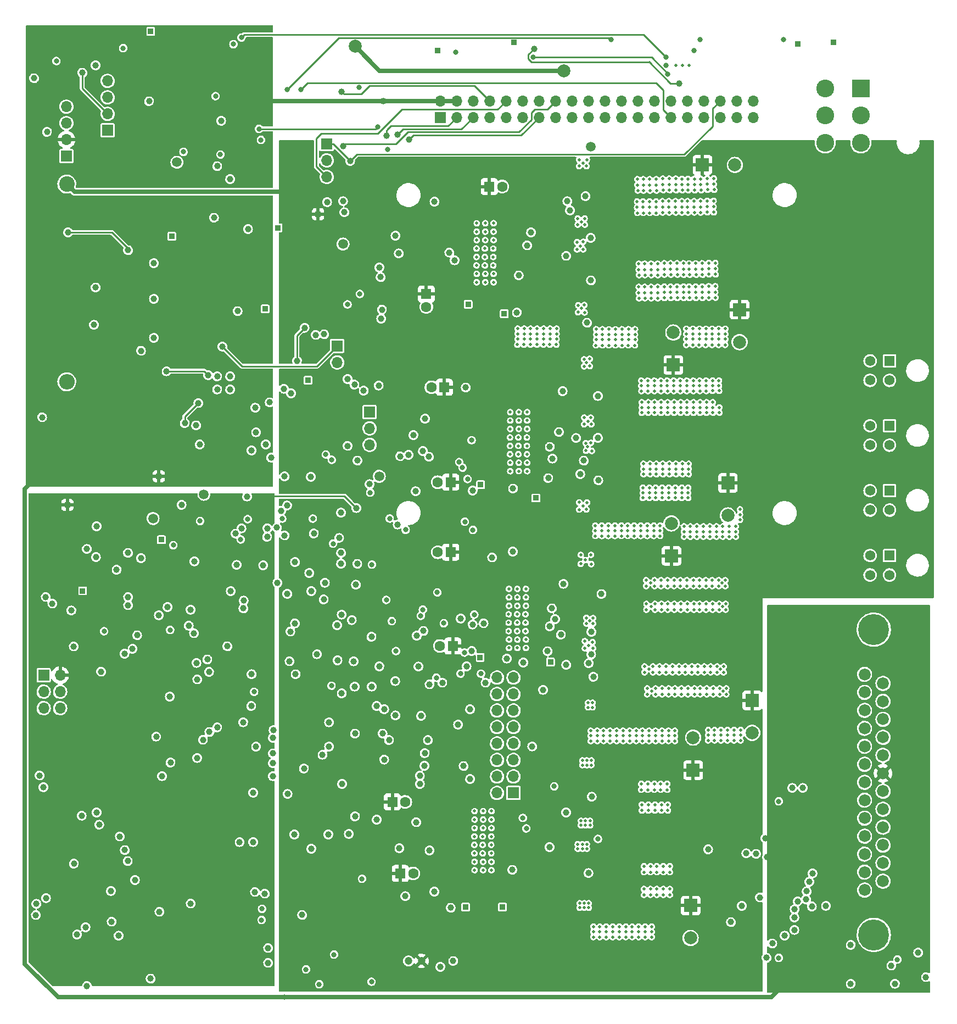
<source format=gbr>
%TF.GenerationSoftware,KiCad,Pcbnew,6.0.6+dfsg-1~bpo11+1*%
%TF.CreationDate,2022-11-12T15:23:50-08:00*%
%TF.ProjectId,BuildboticsController,4275696c-6462-46f7-9469-6373436f6e74,rev?*%
%TF.SameCoordinates,Original*%
%TF.FileFunction,Copper,L2,Inr*%
%TF.FilePolarity,Positive*%
%FSLAX46Y46*%
G04 Gerber Fmt 4.6, Leading zero omitted, Abs format (unit mm)*
G04 Created by KiCad (PCBNEW 6.0.6+dfsg-1~bpo11+1) date 2022-11-12 15:23:50*
%MOMM*%
%LPD*%
G01*
G04 APERTURE LIST*
%TA.AperFunction,ComponentPad*%
%ADD10R,1.700000X1.700000*%
%TD*%
%TA.AperFunction,ComponentPad*%
%ADD11O,1.700000X1.700000*%
%TD*%
%TA.AperFunction,ComponentPad*%
%ADD12R,0.850000X0.850000*%
%TD*%
%TA.AperFunction,ComponentPad*%
%ADD13C,0.499999*%
%TD*%
%TA.AperFunction,ComponentPad*%
%ADD14R,1.600000X1.600000*%
%TD*%
%TA.AperFunction,ComponentPad*%
%ADD15C,1.600000*%
%TD*%
%TA.AperFunction,ComponentPad*%
%ADD16R,2.000000X2.000000*%
%TD*%
%TA.AperFunction,ComponentPad*%
%ADD17C,2.000000*%
%TD*%
%TA.AperFunction,ComponentPad*%
%ADD18C,1.200000*%
%TD*%
%TA.AperFunction,ComponentPad*%
%ADD19R,2.750000X2.750000*%
%TD*%
%TA.AperFunction,ComponentPad*%
%ADD20C,2.750000*%
%TD*%
%TA.AperFunction,ComponentPad*%
%ADD21C,2.400000*%
%TD*%
%TA.AperFunction,ComponentPad*%
%ADD22O,2.400000X2.400000*%
%TD*%
%TA.AperFunction,ComponentPad*%
%ADD23C,4.770000*%
%TD*%
%TA.AperFunction,ComponentPad*%
%ADD24C,1.830000*%
%TD*%
%TA.AperFunction,ComponentPad*%
%ADD25R,1.570000X1.570000*%
%TD*%
%TA.AperFunction,ComponentPad*%
%ADD26C,1.570000*%
%TD*%
%TA.AperFunction,ViaPad*%
%ADD27C,1.000000*%
%TD*%
%TA.AperFunction,ViaPad*%
%ADD28C,0.500000*%
%TD*%
%TA.AperFunction,ViaPad*%
%ADD29C,1.500000*%
%TD*%
%TA.AperFunction,ViaPad*%
%ADD30C,0.800000*%
%TD*%
%TA.AperFunction,ViaPad*%
%ADD31C,2.000000*%
%TD*%
%TA.AperFunction,Conductor*%
%ADD32C,0.650000*%
%TD*%
%TA.AperFunction,Conductor*%
%ADD33C,0.250000*%
%TD*%
G04 APERTURE END LIST*
D10*
%TO.N,/Microprocessor/serial_cts*%
%TO.C,J11*%
X67900000Y-41375000D03*
D11*
%TO.N,/Microprocessor/serial_rx*%
X67900000Y-43915000D03*
%TO.N,/Microprocessor/serial_tx*%
X67900000Y-46455000D03*
%TD*%
D12*
%TO.N,GND*%
%TO.C,TP13*%
X42400000Y-102370000D03*
%TD*%
%TO.N,Net-(C16-Pad1)*%
%TO.C,TP8*%
X58380000Y-66800000D03*
%TD*%
%TO.N,/Power Supply/Vdd*%
%TO.C,TP3*%
X60386000Y-54290000D03*
%TD*%
D10*
%TO.N,/Microprocessor/sda*%
%TO.C,J12*%
X74500000Y-82675000D03*
D11*
%TO.N,/Microprocessor/scl*%
X74500000Y-85215000D03*
%TO.N,GND*%
X74500000Y-87755000D03*
%TD*%
D13*
%TO.N,GND*%
%TO.C,U9*%
X96000000Y-112550000D03*
X95950000Y-115150001D03*
X96000000Y-119050000D03*
X98550000Y-113850000D03*
X97250000Y-113850000D03*
X97300000Y-119050000D03*
X95950000Y-116450001D03*
X97300000Y-112550000D03*
X95950000Y-113850000D03*
X98600000Y-109949999D03*
X98600000Y-119050000D03*
X98600000Y-117750000D03*
X96000000Y-111250000D03*
X97250000Y-115150001D03*
X98600000Y-112550000D03*
X97300000Y-111250000D03*
X98550000Y-116450001D03*
X98600000Y-111250000D03*
X96000000Y-109949999D03*
X97300000Y-117750000D03*
X97300000Y-109949999D03*
X98550000Y-115150001D03*
X97250000Y-116450001D03*
X96000000Y-117750000D03*
%TD*%
D12*
%TO.N,Net-(TP6-Pad1)*%
%TO.C,TP6*%
X40750000Y-24000000D03*
%TD*%
D13*
%TO.N,Net-(U8-Pad13)*%
%TO.C,U8*%
X121749999Y-29250000D03*
X122750000Y-29275400D03*
X123750001Y-29250000D03*
%TD*%
D10*
%TO.N,unconnected-(J10-Pad1)*%
%TO.C,J10*%
X85370000Y-37270000D03*
D11*
%TO.N,+5V*%
X85370000Y-34730000D03*
%TO.N,/Microprocessor/sda*%
X87910000Y-37270000D03*
%TO.N,+5V*%
X87910000Y-34730000D03*
%TO.N,/Microprocessor/scl*%
X90450000Y-37270000D03*
%TO.N,GND*%
X90450000Y-34730000D03*
%TO.N,/Power Supply/pwr_tx*%
X92990000Y-37270000D03*
%TO.N,/Microprocessor/serial_rx*%
X92990000Y-34730000D03*
%TO.N,GND*%
X95530000Y-37270000D03*
%TO.N,/Microprocessor/serial_tx*%
X95530000Y-34730000D03*
%TO.N,unconnected-(J10-Pad11)*%
X98070000Y-37270000D03*
%TO.N,unconnected-(J10-Pad12)*%
X98070000Y-34730000D03*
%TO.N,/Microprocessor/reset*%
X100610000Y-37270000D03*
%TO.N,GND*%
X100610000Y-34730000D03*
%TO.N,unconnected-(J10-Pad15)*%
X103150000Y-37270000D03*
%TO.N,/Microprocessor/pdi*%
X103150000Y-34730000D03*
%TO.N,unconnected-(J10-Pad17)*%
X105690000Y-37270000D03*
%TO.N,unconnected-(J10-Pad18)*%
X105690000Y-34730000D03*
%TO.N,unconnected-(J10-Pad19)*%
X108230000Y-37270000D03*
%TO.N,unconnected-(J10-Pad20)*%
X108230000Y-34730000D03*
%TO.N,unconnected-(J10-Pad21)*%
X110770000Y-37270000D03*
%TO.N,unconnected-(J10-Pad22)*%
X110770000Y-34730000D03*
%TO.N,unconnected-(J10-Pad23)*%
X113310000Y-37270000D03*
%TO.N,unconnected-(J10-Pad24)*%
X113310000Y-34730000D03*
%TO.N,GND*%
X115850000Y-37270000D03*
%TO.N,unconnected-(J10-Pad26)*%
X115850000Y-34730000D03*
%TO.N,unconnected-(J10-Pad27)*%
X118390000Y-37270000D03*
%TO.N,unconnected-(J10-Pad28)*%
X118390000Y-34730000D03*
%TO.N,/Power Supply/pwr_rx*%
X120930000Y-37270000D03*
%TO.N,GND*%
X120930000Y-34730000D03*
%TO.N,unconnected-(J10-Pad31)*%
X123470000Y-37270000D03*
%TO.N,unconnected-(J10-Pad32)*%
X123470000Y-34730000D03*
%TO.N,unconnected-(J10-Pad33)*%
X126010000Y-37270000D03*
%TO.N,GND*%
X126010000Y-34730000D03*
%TO.N,unconnected-(J10-Pad35)*%
X128550000Y-37270000D03*
%TO.N,/Microprocessor/serial_cts*%
X128550000Y-34730000D03*
%TO.N,unconnected-(J10-Pad37)*%
X131090000Y-37270000D03*
%TO.N,unconnected-(J10-Pad38)*%
X131090000Y-34730000D03*
%TO.N,GND*%
X133630000Y-37270000D03*
%TO.N,unconnected-(J10-Pad40)*%
X133630000Y-34730000D03*
%TD*%
D14*
%TO.N,Vs*%
%TO.C,C58*%
X86035113Y-78870000D03*
D15*
%TO.N,GND*%
X84035113Y-78870000D03*
%TD*%
D12*
%TO.N,/Power Supply/Vin*%
%TO.C,TP14*%
X146000000Y-25750000D03*
%TD*%
D16*
%TO.N,Vs*%
%TO.C,C55*%
X129750000Y-93632323D03*
D17*
%TO.N,GND*%
X129750000Y-98632323D03*
%TD*%
D16*
%TO.N,Vs*%
%TO.C,C66*%
X131550000Y-66910000D03*
D17*
%TO.N,GND*%
X131550000Y-71910000D03*
%TD*%
D10*
%TO.N,/Microprocessor/pdi*%
%TO.C,J4*%
X24250000Y-123250000D03*
D11*
%TO.N,+3.3V*%
X26790000Y-123250000D03*
%TO.N,unconnected-(J4-Pad3)*%
X24250000Y-125790000D03*
%TO.N,unconnected-(J4-Pad4)*%
X26790000Y-125790000D03*
%TO.N,/Microprocessor/reset*%
X24250000Y-128330000D03*
%TO.N,GND*%
X26790000Y-128330000D03*
%TD*%
D12*
%TO.N,Net-(R58-Pad2)*%
%TO.C,TP21*%
X89700000Y-66100000D03*
%TD*%
%TO.N,Net-(Q5-Pad1)*%
%TO.C,TP4*%
X85000000Y-27000000D03*
%TD*%
D16*
%TO.N,Vs*%
%TO.C,C2*%
X124000000Y-158750000D03*
D17*
%TO.N,GND*%
X124000000Y-163750000D03*
%TD*%
D12*
%TO.N,Net-(R42-Pad2)*%
%TO.C,TP17*%
X91550000Y-120500000D03*
%TD*%
D10*
%TO.N,unconnected-(J6-Pad1)*%
%TO.C,J6*%
X96700000Y-141400000D03*
D11*
%TO.N,/MotorDriver0/enable*%
X94160000Y-141400000D03*
%TO.N,/Microprocessor/step_0*%
X96700000Y-138860000D03*
%TO.N,/Microprocessor/dir_0*%
X94160000Y-138860000D03*
%TO.N,/Microprocessor/step_1*%
X96700000Y-136320000D03*
%TO.N,/Microprocessor/dir_1*%
X94160000Y-136320000D03*
%TO.N,/Microprocessor/step_2*%
X96700000Y-133780000D03*
%TO.N,/Microprocessor/dir_2*%
X94160000Y-133780000D03*
%TO.N,/Microprocessor/step_3*%
X96700000Y-131240000D03*
%TO.N,/Microprocessor/dir_3*%
X94160000Y-131240000D03*
%TO.N,+5V*%
X96700000Y-128700000D03*
%TO.N,GND*%
X94160000Y-128700000D03*
%TO.N,+5V*%
X96700000Y-126160000D03*
%TO.N,GND*%
X94160000Y-126160000D03*
%TO.N,/Peripherals/spin_0to10*%
X96700000Y-123620000D03*
%TO.N,GND*%
X94160000Y-123620000D03*
%TD*%
D16*
%TO.N,Vs*%
%TO.C,C44*%
X133500000Y-127132323D03*
D17*
%TO.N,GND*%
X133500000Y-132132323D03*
%TD*%
D12*
%TO.N,Net-(Q5-Pad4)*%
%TO.C,TP2*%
X96750000Y-25750000D03*
%TD*%
%TO.N,Net-(TP12-Pad1)*%
%TO.C,TP12*%
X30250000Y-110250000D03*
%TD*%
D14*
%TO.N,Vs*%
%TO.C,C68*%
X92958888Y-47940000D03*
D15*
%TO.N,GND*%
X94958888Y-47940000D03*
%TD*%
D18*
%TO.N,Vs*%
%TO.C,C93*%
X82522000Y-167282000D03*
%TO.N,GND*%
X80522000Y-167282000D03*
%TD*%
D14*
%TO.N,Vs*%
%TO.C,C46*%
X87340000Y-118750000D03*
D15*
%TO.N,GND*%
X85340000Y-118750000D03*
%TD*%
D19*
%TO.N,/Power Supply/Vin*%
%TO.C,J2*%
X150250000Y-32800000D03*
D20*
X150250000Y-37000000D03*
X150250000Y-41200000D03*
%TO.N,GND*%
X144750000Y-32800000D03*
X144750000Y-37000000D03*
X144750000Y-41200000D03*
%TD*%
D16*
%TO.N,Vs*%
%TO.C,C56*%
X121340000Y-75440000D03*
D17*
%TO.N,GND*%
X121340000Y-70440000D03*
%TD*%
D12*
%TO.N,Net-(R50-Pad2)*%
%TO.C,TP19*%
X91620000Y-93900000D03*
%TD*%
D14*
%TO.N,Vs*%
%TO.C,C67*%
X83240000Y-64490000D03*
D15*
%TO.N,GND*%
X83240000Y-66490000D03*
%TD*%
D12*
%TO.N,Net-(C43-Pad1)*%
%TO.C,TP18*%
X102400000Y-121200000D03*
%TD*%
D21*
%TO.N,Vs*%
%TO.C,R25*%
X27800000Y-47555000D03*
D22*
%TO.N,Net-(Q8-Pad4)*%
X27800000Y-78035000D03*
%TD*%
D12*
%TO.N,Net-(C64-Pad1)*%
%TO.C,TP22*%
X95270000Y-67540000D03*
%TD*%
%TO.N,Net-(C54-Pad1)*%
%TO.C,TP20*%
X100160000Y-95940000D03*
%TD*%
%TO.N,+5V*%
%TO.C,TP11*%
X42000000Y-92600000D03*
%TD*%
%TO.N,Net-(C1-Pad1)*%
%TO.C,TP16*%
X95000000Y-159000000D03*
%TD*%
D23*
%TO.N,GND*%
%TO.C,J5*%
X152250000Y-116230000D03*
X152250000Y-163270000D03*
D24*
%TO.N,/Microprocessor/out_1*%
X150830000Y-156370000D03*
%TO.N,/Microprocessor/out_2*%
X150830000Y-153600000D03*
%TO.N,/Microprocessor/in_3*%
X150830000Y-150830000D03*
%TO.N,/Microprocessor/in_4*%
X150830000Y-148060000D03*
%TO.N,/Microprocessor/in_5*%
X150830000Y-145290000D03*
%TO.N,/Peripherals/spin_0to10*%
X150830000Y-142520000D03*
%TO.N,GND*%
X150830000Y-139750000D03*
%TO.N,/Microprocessor/in_8*%
X150830000Y-136980000D03*
%TO.N,/Microprocessor/in_9*%
X150830000Y-134210000D03*
%TO.N,/Microprocessor/in_10*%
X150830000Y-131440000D03*
%TO.N,/Microprocessor/in_11*%
X150830000Y-128670000D03*
%TO.N,/Microprocessor/in_12*%
X150830000Y-125900000D03*
%TO.N,/Peripherals/rs485-*%
X150830000Y-123130000D03*
%TO.N,/Peripherals/rs485+*%
X153670000Y-154985000D03*
%TO.N,/Microprocessor/out_15*%
X153670000Y-152215000D03*
%TO.N,/Microprocessor/out_16*%
X153670000Y-149445000D03*
%TO.N,/Microprocessor/spin_pwm*%
X153670000Y-146675000D03*
%TO.N,/Microprocessor/analog_2*%
X153670000Y-143905000D03*
%TO.N,GND*%
X153670000Y-141135000D03*
%TO.N,+5V*%
X153670000Y-138365000D03*
%TO.N,/Microprocessor/out_21*%
X153670000Y-135595000D03*
%TO.N,/Microprocessor/in_22*%
X153670000Y-132825000D03*
%TO.N,/Microprocessor/in_23*%
X153670000Y-130055000D03*
%TO.N,/Microprocessor/analog_1*%
X153670000Y-127285000D03*
%TO.N,GND*%
X153670000Y-124515000D03*
%TD*%
D10*
%TO.N,GND*%
%TO.C,J13*%
X27750000Y-43250000D03*
D11*
%TO.N,+5V*%
X27750000Y-40710000D03*
%TO.N,/Raspberry Pi/5V_sda*%
X27750000Y-38170000D03*
%TO.N,/Raspberry Pi/5V_scl*%
X27750000Y-35630000D03*
%TD*%
D14*
%TO.N,Vs*%
%TO.C,C4*%
X79244888Y-153800000D03*
D15*
%TO.N,GND*%
X81244888Y-153800000D03*
%TD*%
D25*
%TO.N,Net-(J8-Pad1)*%
%TO.C,J8*%
X154679999Y-84800000D03*
D26*
%TO.N,Net-(J8-Pad2)*%
X151679999Y-84800000D03*
%TO.N,Net-(J8-Pad3)*%
X151679999Y-87800000D03*
%TO.N,Net-(J8-Pad4)*%
X154679999Y-87800000D03*
%TD*%
D14*
%TO.N,Vs*%
%TO.C,C57*%
X87005112Y-93510000D03*
D15*
%TO.N,GND*%
X85005112Y-93510000D03*
%TD*%
D25*
%TO.N,Net-(J9-Pad1)*%
%TO.C,J9*%
X154679999Y-74800000D03*
D26*
%TO.N,Net-(J9-Pad2)*%
X151679999Y-74800000D03*
%TO.N,Net-(J9-Pad3)*%
X151679999Y-77800000D03*
%TO.N,Net-(J9-Pad4)*%
X154679999Y-77800000D03*
%TD*%
D13*
%TO.N,GND*%
%TO.C,U1*%
X91950000Y-148100000D03*
X93250000Y-149400001D03*
X93250000Y-150700001D03*
X90650000Y-150700001D03*
X90700000Y-145500000D03*
X93300000Y-145500000D03*
X92000000Y-145500000D03*
X90700000Y-152000000D03*
X90700000Y-153300000D03*
X90650000Y-148100000D03*
X92000000Y-144199999D03*
X92000000Y-146800000D03*
X93300000Y-152000000D03*
X92000000Y-152000000D03*
X91950000Y-149400001D03*
X90700000Y-144199999D03*
X91950000Y-150700001D03*
X92000000Y-153300000D03*
X93300000Y-144199999D03*
X90650000Y-149400001D03*
X93300000Y-153300000D03*
X90700000Y-146800000D03*
X93250000Y-148100000D03*
X93300000Y-146800000D03*
%TD*%
D10*
%TO.N,/Power Supply/en*%
%TO.C,J3*%
X69500000Y-72500000D03*
D11*
%TO.N,Net-(J3-Pad2)*%
X69500000Y-75040000D03*
%TD*%
D25*
%TO.N,Net-(J7-Pad1)*%
%TO.C,J7*%
X154679999Y-94800000D03*
D26*
%TO.N,Net-(J7-Pad2)*%
X151679999Y-94800000D03*
%TO.N,Net-(J7-Pad3)*%
X151679999Y-97800000D03*
%TO.N,Net-(J7-Pad4)*%
X154679999Y-97800000D03*
%TD*%
D16*
%TO.N,Vs*%
%TO.C,C45*%
X121050000Y-104850000D03*
D17*
%TO.N,GND*%
X121050000Y-99850000D03*
%TD*%
D14*
%TO.N,Vs*%
%TO.C,C47*%
X87015112Y-104290000D03*
D15*
%TO.N,GND*%
X85015112Y-104290000D03*
%TD*%
D12*
%TO.N,Net-(TP1-Pad1)*%
%TO.C,TP1*%
X140500000Y-26000000D03*
%TD*%
%TO.N,+3.3V*%
%TO.C,TP10*%
X27900000Y-97000000D03*
%TD*%
D16*
%TO.N,Vs*%
%TO.C,C3*%
X124400000Y-137867677D03*
D17*
%TO.N,GND*%
X124400000Y-132867677D03*
%TD*%
D12*
%TO.N,Net-(C18-Pad2)*%
%TO.C,TP9*%
X65000000Y-77800000D03*
%TD*%
D25*
%TO.N,Net-(J1-Pad1)*%
%TO.C,J1*%
X154679999Y-104800000D03*
D26*
%TO.N,Net-(J1-Pad2)*%
X151679999Y-104800000D03*
%TO.N,Net-(J1-Pad3)*%
X151679999Y-107800000D03*
%TO.N,Net-(J1-Pad4)*%
X154679999Y-107800000D03*
%TD*%
D14*
%TO.N,Vs*%
%TO.C,C5*%
X78014888Y-142780000D03*
D15*
%TO.N,GND*%
X80014888Y-142780000D03*
%TD*%
D12*
%TO.N,Vs*%
%TO.C,TP5*%
X66560000Y-52190000D03*
%TD*%
%TO.N,Net-(Q7-Pad3)*%
%TO.C,TP7*%
X44000000Y-55600000D03*
%TD*%
D13*
%TO.N,GND*%
%TO.C,U12*%
X91030000Y-54890000D03*
X92280000Y-57490000D03*
X92330000Y-56190000D03*
X93580000Y-58790001D03*
X92280000Y-58790001D03*
X92330000Y-53589999D03*
X93630000Y-54890000D03*
X93580000Y-60090001D03*
X90980000Y-57490000D03*
X93630000Y-53589999D03*
X91030000Y-61390000D03*
X93630000Y-61390000D03*
X93630000Y-62690000D03*
X91030000Y-53589999D03*
X90980000Y-58790001D03*
X92330000Y-62690000D03*
X92330000Y-61390000D03*
X93630000Y-56190000D03*
X93580000Y-57490000D03*
X92280000Y-60090001D03*
X92330000Y-54890000D03*
X91030000Y-62690000D03*
X90980000Y-60090001D03*
X91030000Y-56190000D03*
%TD*%
%TO.N,GND*%
%TO.C,U11*%
X98800000Y-82699999D03*
X97500000Y-90500000D03*
X98800000Y-84000000D03*
X96200000Y-91800000D03*
X96200000Y-85300000D03*
X96150000Y-87900001D03*
X96150000Y-86600000D03*
X98750000Y-86600000D03*
X97450000Y-87900001D03*
X97450000Y-89200001D03*
X98750000Y-89200001D03*
X98800000Y-85300000D03*
X97450000Y-86600000D03*
X97500000Y-85300000D03*
X97500000Y-91800000D03*
X97500000Y-84000000D03*
X98750000Y-87900001D03*
X98800000Y-90500000D03*
X96200000Y-82699999D03*
X98800000Y-91800000D03*
X96200000Y-84000000D03*
X96150000Y-89200001D03*
X97500000Y-82699999D03*
X96200000Y-90500000D03*
%TD*%
D16*
%TO.N,Vs*%
%TO.C,C65*%
X125832323Y-44600000D03*
D17*
%TO.N,GND*%
X130832323Y-44600000D03*
%TD*%
D10*
%TO.N,GND*%
%TO.C,J14*%
X34100000Y-39280000D03*
D11*
%TO.N,/Power Supply/pwr_rx*%
X34100000Y-36740000D03*
%TO.N,+3.3V*%
X34100000Y-34200000D03*
%TO.N,/Power Supply/pwr_tx*%
X34100000Y-31660000D03*
%TD*%
D12*
%TO.N,Net-(R7-Pad2)*%
%TO.C,TP15*%
X89300000Y-159000000D03*
%TD*%
D27*
%TO.N,Net-(Q1-Pad4)*%
X108750000Y-141980000D03*
X104790000Y-144400000D03*
D28*
%TO.N,Vs*%
X124600000Y-129400000D03*
X124980000Y-66360000D03*
X118400000Y-118700000D03*
X117730000Y-87090000D03*
X117800000Y-45400000D03*
X122180000Y-68110000D03*
X120000000Y-146200000D03*
X124400000Y-117750000D03*
X130000000Y-103800000D03*
X119000000Y-57200000D03*
X118800000Y-158900000D03*
X123000000Y-150800000D03*
X120300000Y-136900000D03*
X121730000Y-88940000D03*
X128990000Y-66300000D03*
X124900000Y-148100000D03*
X118600000Y-129400000D03*
X129000000Y-106450000D03*
X118000000Y-150800000D03*
X118000000Y-146200000D03*
X126200000Y-57300000D03*
X124000000Y-148100000D03*
X124030000Y-68110000D03*
X125580000Y-84440000D03*
X129280000Y-76340000D03*
X128000000Y-103800000D03*
X128500000Y-128500000D03*
X118050000Y-105600000D03*
X119050000Y-105600000D03*
X117170000Y-68170000D03*
X123050000Y-105600000D03*
X127990000Y-66300000D03*
X116950000Y-53600000D03*
X123080000Y-67260000D03*
X116730000Y-88040000D03*
X124400000Y-119600000D03*
X119050000Y-104700000D03*
X118000000Y-57200000D03*
X123000000Y-45500000D03*
X123320000Y-75550000D03*
X119730000Y-86190000D03*
X122000000Y-148100000D03*
X117000000Y-146200000D03*
X118000000Y-149000000D03*
X123730000Y-86190000D03*
X118300000Y-137700000D03*
X127200000Y-58200000D03*
X120000000Y-57200000D03*
X120130000Y-67260000D03*
X119300000Y-136900000D03*
X118750000Y-43650000D03*
X117400000Y-117750000D03*
X117800000Y-158900000D03*
X120000000Y-150800000D03*
X117400000Y-118700000D03*
X124900000Y-149900000D03*
X119370000Y-76400000D03*
X117600000Y-128500000D03*
X127990000Y-67200000D03*
X127500000Y-129400000D03*
X117950000Y-53600000D03*
X119000000Y-146200000D03*
X129300000Y-118700000D03*
X125980000Y-67260000D03*
X121000000Y-58100000D03*
X117680000Y-84440000D03*
X121300000Y-137700000D03*
X126300000Y-118700000D03*
X124350000Y-116000000D03*
X119000000Y-55350000D03*
X117320000Y-75550000D03*
X117100000Y-106450000D03*
X121950000Y-54500000D03*
X119950000Y-43750000D03*
X127200000Y-56350000D03*
X124630000Y-88940000D03*
X125300000Y-119600000D03*
X115800000Y-45400000D03*
X124900000Y-146200000D03*
X124260000Y-98300000D03*
X126990000Y-66300000D03*
X117800000Y-160500000D03*
X122000000Y-150800000D03*
X122400000Y-118700000D03*
X120600000Y-129400000D03*
X126950000Y-104700000D03*
X116680000Y-84440000D03*
X119320000Y-75550000D03*
X128040000Y-68050000D03*
X125220000Y-74650000D03*
X123600000Y-128500000D03*
X123730000Y-87090000D03*
X121300000Y-136900000D03*
X125100000Y-106450000D03*
X119320000Y-74650000D03*
X118100000Y-103800000D03*
X117950000Y-54500000D03*
X124630000Y-86190000D03*
X121130000Y-66360000D03*
X121180000Y-68110000D03*
X119800000Y-159700000D03*
X120350000Y-116000000D03*
X124630000Y-88040000D03*
X117600000Y-129400000D03*
X116390000Y-97170000D03*
X121000000Y-146200000D03*
D29*
X62355000Y-48755000D03*
D28*
X128950000Y-104700000D03*
X118370000Y-76400000D03*
X115750000Y-43650000D03*
X125250000Y-116000000D03*
X122000000Y-58100000D03*
X125200000Y-58200000D03*
X122000000Y-44600000D03*
X122400000Y-117750000D03*
X117120000Y-66420000D03*
X128300000Y-119600000D03*
X121000000Y-149000000D03*
X126200000Y-58200000D03*
X118320000Y-74650000D03*
X124270000Y-76400000D03*
X128000000Y-106450000D03*
X121600000Y-128500000D03*
X126300000Y-117750000D03*
X120000000Y-58100000D03*
X116950000Y-54500000D03*
X127500000Y-128500000D03*
X123050000Y-104700000D03*
X122300000Y-136100000D03*
X118050000Y-104700000D03*
X121800000Y-159700000D03*
X124100000Y-106450000D03*
X125200000Y-57300000D03*
X123980000Y-66360000D03*
X117730000Y-88940000D03*
X127200000Y-55450000D03*
X124050000Y-104700000D03*
X122000000Y-56250000D03*
X119800000Y-158900000D03*
X120600000Y-128500000D03*
X117120000Y-67320000D03*
X120800000Y-158900000D03*
X127300000Y-116850000D03*
X122350000Y-115100000D03*
X119000000Y-58100000D03*
X120000000Y-44600000D03*
X121350000Y-115100000D03*
X118320000Y-75550000D03*
X129230000Y-75490000D03*
X124900000Y-150800000D03*
X120300000Y-136100000D03*
X118680000Y-85340000D03*
X123730000Y-88040000D03*
X125250000Y-115100000D03*
X119730000Y-88940000D03*
X129950000Y-104700000D03*
X120680000Y-85340000D03*
X125300000Y-118700000D03*
X120000000Y-55350000D03*
X126050000Y-103850000D03*
X121400000Y-117750000D03*
X120730000Y-88940000D03*
X117370000Y-76400000D03*
X117730000Y-86190000D03*
X121680000Y-84440000D03*
X127280000Y-76340000D03*
X122400000Y-119600000D03*
X130500000Y-128500000D03*
X125050000Y-105600000D03*
X124200000Y-57300000D03*
X119000000Y-56250000D03*
X124400000Y-118700000D03*
X118800000Y-45400000D03*
X118730000Y-87090000D03*
X123200000Y-55450000D03*
X116440000Y-98920000D03*
X121950000Y-53600000D03*
X116320000Y-75550000D03*
X129000000Y-103800000D03*
X125050000Y-104700000D03*
X118950000Y-53600000D03*
X122400000Y-116850000D03*
X126200000Y-56350000D03*
X129300000Y-119600000D03*
X120000000Y-149900000D03*
X126630000Y-87090000D03*
X128950000Y-105600000D03*
X118730000Y-86190000D03*
X122300000Y-137700000D03*
X119680000Y-85340000D03*
X122730000Y-87090000D03*
X129500000Y-129400000D03*
X117000000Y-55350000D03*
X117800000Y-44500000D03*
X120180000Y-68110000D03*
X126580000Y-84440000D03*
X121400000Y-119600000D03*
X116270000Y-68170000D03*
X125260000Y-98300000D03*
X117750000Y-43650000D03*
X116220000Y-67320000D03*
X121000000Y-149900000D03*
X119200000Y-97520000D03*
X118170000Y-68170000D03*
X129040000Y-68050000D03*
X123350000Y-116000000D03*
X121000000Y-56250000D03*
X116800000Y-44500000D03*
X119120000Y-67320000D03*
X117000000Y-57200000D03*
X118000000Y-147100000D03*
X118400000Y-119600000D03*
X119400000Y-117750000D03*
X119000000Y-150800000D03*
X117000000Y-150800000D03*
X119350000Y-116000000D03*
X124000000Y-147100000D03*
X128300000Y-118700000D03*
X118300000Y-136100000D03*
X123260000Y-97400000D03*
X122730000Y-86190000D03*
X124400000Y-116850000D03*
X120200000Y-97520000D03*
X116220000Y-66420000D03*
X119100000Y-103800000D03*
X121200000Y-97520000D03*
X116800000Y-45400000D03*
X128990000Y-67200000D03*
X128280000Y-76340000D03*
X117390000Y-98070000D03*
X120800000Y-160500000D03*
X117800000Y-159700000D03*
X121730000Y-87090000D03*
X118390000Y-97170000D03*
X122000000Y-146200000D03*
X123000000Y-147100000D03*
X125050000Y-103850000D03*
X128230000Y-74590000D03*
X118000000Y-149900000D03*
X116370000Y-76400000D03*
X130500000Y-129400000D03*
X116730000Y-87090000D03*
X116750000Y-43650000D03*
X127300000Y-119600000D03*
X126030000Y-68110000D03*
X123400000Y-118700000D03*
X131400000Y-129400000D03*
X121130000Y-67260000D03*
X120950000Y-53600000D03*
X125260000Y-97400000D03*
X124600000Y-128500000D03*
X122680000Y-84440000D03*
X124000000Y-149900000D03*
X119950000Y-53600000D03*
X121730000Y-86190000D03*
X126580000Y-85340000D03*
X128500000Y-129400000D03*
X121400000Y-116850000D03*
X117730000Y-88040000D03*
X125630000Y-87090000D03*
X117440000Y-98920000D03*
X131400000Y-128500000D03*
X117000000Y-58100000D03*
X128300000Y-116850000D03*
X117390000Y-97170000D03*
X125500000Y-129400000D03*
X117350000Y-116000000D03*
X121800000Y-158900000D03*
X123100000Y-106450000D03*
X117320000Y-74650000D03*
X118000000Y-58100000D03*
D27*
X87400000Y-145925499D03*
D28*
X118390000Y-98070000D03*
X117050000Y-104700000D03*
X126630000Y-86190000D03*
X122310000Y-97490000D03*
X118730000Y-88940000D03*
X120350000Y-115100000D03*
X117400000Y-119600000D03*
X126000000Y-106450000D03*
X118000000Y-56250000D03*
X124260000Y-97400000D03*
X118600000Y-128500000D03*
X121000000Y-55350000D03*
X118120000Y-66420000D03*
D27*
X84100000Y-140300000D03*
D28*
X122000000Y-45500000D03*
X124580000Y-85340000D03*
X123200000Y-56350000D03*
X118100000Y-106450000D03*
X118950000Y-54500000D03*
X125580000Y-85340000D03*
X115800000Y-44500000D03*
X125950000Y-104700000D03*
X116000000Y-55350000D03*
X126370000Y-98270000D03*
X122600000Y-128500000D03*
X130000000Y-106450000D03*
X125220000Y-75550000D03*
X123680000Y-84440000D03*
X118730000Y-88040000D03*
X122730000Y-88040000D03*
X120300000Y-137700000D03*
X115950000Y-54500000D03*
X127000000Y-106450000D03*
X121400000Y-118700000D03*
X124200000Y-55450000D03*
X127150000Y-53700000D03*
X119170000Y-68170000D03*
X125300000Y-117750000D03*
X126950000Y-105600000D03*
X121800000Y-160500000D03*
X126270000Y-76400000D03*
X129250000Y-115100000D03*
X127250000Y-116000000D03*
X127300000Y-118700000D03*
X116730000Y-86190000D03*
X127950000Y-104700000D03*
X122350000Y-116000000D03*
X119400000Y-118700000D03*
X123680000Y-85340000D03*
X121730000Y-88040000D03*
X120950000Y-54500000D03*
X117000000Y-148100000D03*
X119730000Y-87090000D03*
X119400000Y-116850000D03*
X125270000Y-76400000D03*
X127040000Y-68050000D03*
X126990000Y-67200000D03*
X123000000Y-146200000D03*
X127230000Y-75490000D03*
X118400000Y-117750000D03*
X117000000Y-147100000D03*
X120400000Y-118700000D03*
X126300000Y-116850000D03*
X128250000Y-115100000D03*
X125980000Y-66360000D03*
X119300000Y-137700000D03*
X124200000Y-56350000D03*
X123000000Y-44600000D03*
X124220000Y-74650000D03*
X123600000Y-129400000D03*
X127200000Y-57300000D03*
X120000000Y-45500000D03*
X118350000Y-115100000D03*
X126220000Y-75550000D03*
X116000000Y-56250000D03*
X122950000Y-43750000D03*
X125300000Y-116850000D03*
X124200000Y-58200000D03*
X122130000Y-66360000D03*
X124000000Y-45500000D03*
X127300000Y-117750000D03*
X121000000Y-44600000D03*
X118120000Y-67320000D03*
X119800000Y-160500000D03*
X126150000Y-53700000D03*
X121000000Y-148100000D03*
X121680000Y-85340000D03*
X120730000Y-86190000D03*
X124350000Y-115100000D03*
X126500000Y-129400000D03*
X119350000Y-115100000D03*
X120680000Y-84440000D03*
X129950000Y-105600000D03*
X119300000Y-136100000D03*
X117000000Y-56250000D03*
X123320000Y-74650000D03*
X123980000Y-67260000D03*
X126220000Y-74650000D03*
X124000000Y-146200000D03*
X121000000Y-57200000D03*
X125500000Y-128500000D03*
X120000000Y-147100000D03*
X123150000Y-54600000D03*
X118800000Y-159700000D03*
X123950000Y-43750000D03*
X119000000Y-148100000D03*
X123200000Y-58200000D03*
X123730000Y-88940000D03*
X122730000Y-88940000D03*
X120130000Y-66360000D03*
X126250000Y-116000000D03*
X119680000Y-84440000D03*
X119000000Y-149000000D03*
X125950000Y-105600000D03*
X122000000Y-149900000D03*
X115950000Y-53600000D03*
X123050000Y-103850000D03*
X124900000Y-147100000D03*
X120000000Y-149000000D03*
X124000000Y-44600000D03*
X121950000Y-43750000D03*
X120950000Y-43750000D03*
X118000000Y-148100000D03*
X124310000Y-99150000D03*
X119000000Y-149900000D03*
X123350000Y-115100000D03*
X122000000Y-147100000D03*
X122000000Y-149000000D03*
X123000000Y-149000000D03*
X127000000Y-103800000D03*
X125200000Y-56350000D03*
X118800000Y-160500000D03*
X117350000Y-115100000D03*
X119000000Y-147100000D03*
X123370000Y-76400000D03*
X123400000Y-117750000D03*
X129300000Y-116850000D03*
X117400000Y-116850000D03*
X116320000Y-74650000D03*
X122000000Y-55350000D03*
X120400000Y-117750000D03*
X118350000Y-116000000D03*
X125150000Y-53700000D03*
X129250000Y-116000000D03*
X124630000Y-87090000D03*
X127230000Y-74590000D03*
X118800000Y-44500000D03*
X120800000Y-159700000D03*
X122000000Y-57200000D03*
X119120000Y-66420000D03*
X122680000Y-85340000D03*
X116730000Y-88940000D03*
X117050000Y-105600000D03*
X123000000Y-149900000D03*
X119600000Y-129400000D03*
X119600000Y-128500000D03*
X124050000Y-103850000D03*
X125150000Y-54600000D03*
X122300000Y-136900000D03*
X121000000Y-45500000D03*
X123130000Y-68110000D03*
X125200000Y-55450000D03*
X124980000Y-67260000D03*
X116000000Y-57200000D03*
X117000000Y-149000000D03*
X124150000Y-54600000D03*
X125310000Y-99150000D03*
X128300000Y-117750000D03*
X118440000Y-98920000D03*
X116000000Y-58100000D03*
X121350000Y-116000000D03*
X123400000Y-119600000D03*
X126200000Y-55450000D03*
X127950000Y-105600000D03*
X117000000Y-149900000D03*
X125030000Y-68110000D03*
X124900000Y-149000000D03*
X120400000Y-116850000D03*
X120400000Y-119600000D03*
X116390000Y-98070000D03*
X128250000Y-116000000D03*
X123400000Y-116850000D03*
X117100000Y-103800000D03*
X118400000Y-116850000D03*
X119100000Y-106450000D03*
X119950000Y-54500000D03*
X117680000Y-85340000D03*
X127150000Y-54600000D03*
X118300000Y-136900000D03*
X124220000Y-75550000D03*
X120730000Y-87090000D03*
X118680000Y-84440000D03*
X129500000Y-128500000D03*
X116680000Y-85340000D03*
X126150000Y-54600000D03*
X120000000Y-148100000D03*
X124000000Y-149000000D03*
X122600000Y-129400000D03*
X120000000Y-56250000D03*
X126300000Y-119600000D03*
X128230000Y-75490000D03*
X121000000Y-150800000D03*
X119400000Y-119600000D03*
X121300000Y-136100000D03*
X124050000Y-105600000D03*
X118000000Y-55350000D03*
X123080000Y-66360000D03*
X125630000Y-86190000D03*
X123260000Y-98300000D03*
X126500000Y-128500000D03*
X123000000Y-148100000D03*
X119730000Y-88040000D03*
X129300000Y-117750000D03*
X124150000Y-53700000D03*
X120730000Y-88040000D03*
X127250000Y-115100000D03*
X129230000Y-74590000D03*
X121000000Y-147100000D03*
X123200000Y-57300000D03*
X126370000Y-97370000D03*
X124000000Y-150800000D03*
X122130000Y-67260000D03*
X124580000Y-84440000D03*
X123150000Y-53700000D03*
X121600000Y-129400000D03*
X126250000Y-115100000D03*
X123310000Y-99150000D03*
X126420000Y-99120000D03*
%TO.N,Net-(J1-Pad1)*%
X116400000Y-140900000D03*
X119400000Y-140900000D03*
X117400000Y-140900000D03*
X108700000Y-136400000D03*
X108700000Y-137100000D03*
X120400000Y-140000000D03*
X108000000Y-137100000D03*
X118400000Y-140000000D03*
X107300000Y-136400000D03*
X117400000Y-140000000D03*
X120400000Y-140900000D03*
X118400000Y-140900000D03*
X119400000Y-140000000D03*
X107300000Y-137100000D03*
X108000000Y-136400000D03*
X116400000Y-140000000D03*
%TO.N,Net-(J1-Pad2)*%
X117500000Y-143200000D03*
X107100000Y-146400000D03*
X120500000Y-143200000D03*
X116500000Y-144100000D03*
X107100000Y-145700000D03*
X119500000Y-144100000D03*
X107800000Y-146400000D03*
X108500000Y-146400000D03*
X119500000Y-143200000D03*
X117500000Y-144100000D03*
X120500000Y-144100000D03*
X118500000Y-144100000D03*
X108500000Y-145700000D03*
X107800000Y-145700000D03*
X116500000Y-143200000D03*
X118500000Y-143200000D03*
D27*
%TO.N,Net-(C24-Pad1)*%
X46000000Y-84400000D03*
X48100000Y-81300000D03*
D28*
%TO.N,Net-(J1-Pad4)*%
X106900000Y-158400000D03*
X117800000Y-157100000D03*
X116800000Y-156200000D03*
X116800000Y-157100000D03*
X108300000Y-159100000D03*
X120800000Y-157100000D03*
X106900000Y-159100000D03*
X119800000Y-156200000D03*
X120800000Y-156200000D03*
X107600000Y-158400000D03*
X118800000Y-156200000D03*
X119800000Y-157100000D03*
X108300000Y-158400000D03*
D27*
X96500000Y-153250000D03*
D28*
X117800000Y-156200000D03*
X118800000Y-157100000D03*
X107600000Y-159100000D03*
%TO.N,Net-(J1-Pad3)*%
X107300000Y-150000000D03*
X119800000Y-152700000D03*
X117800000Y-153600000D03*
X118800000Y-153600000D03*
X120800000Y-153600000D03*
X108000000Y-150000000D03*
X118800000Y-152700000D03*
X106600000Y-149300000D03*
X116800000Y-153600000D03*
X119800000Y-153600000D03*
X116800000Y-152700000D03*
X120800000Y-152700000D03*
X107300000Y-149300000D03*
X106600000Y-150000000D03*
X117800000Y-152700000D03*
X108000000Y-149300000D03*
%TO.N,GND*%
X98330000Y-70630000D03*
X126350000Y-70660000D03*
X116600000Y-133400000D03*
D29*
X108600000Y-41800000D03*
D28*
X126350000Y-69860000D03*
X109430000Y-70740000D03*
X109000000Y-162000000D03*
X110600000Y-132600000D03*
X113600000Y-133400000D03*
X126970000Y-101910000D03*
X102330000Y-69830000D03*
D27*
X43350000Y-112750000D03*
D28*
X109430000Y-69940000D03*
X97330000Y-69830000D03*
X111600000Y-131800000D03*
X98330000Y-69830000D03*
X111430000Y-71540000D03*
X114320000Y-101790000D03*
X99330000Y-69830000D03*
X113430000Y-70740000D03*
X129700000Y-132500000D03*
X117320000Y-100190000D03*
X128700000Y-131700000D03*
X110430000Y-69940000D03*
X125970000Y-100310000D03*
X109600000Y-133400000D03*
X129320000Y-72330000D03*
X97330000Y-70630000D03*
X127350000Y-70660000D03*
X125970000Y-101110000D03*
X101330000Y-71430000D03*
X128700000Y-133300000D03*
D27*
X99578200Y-134223800D03*
D28*
X127970000Y-101110000D03*
X111430000Y-70740000D03*
D27*
X43700000Y-126550000D03*
D28*
X120600000Y-131800000D03*
D30*
X26200000Y-28600000D03*
D27*
X81700000Y-145900000D03*
D28*
X115400000Y-72410000D03*
X124350000Y-71460000D03*
X113600000Y-131800000D03*
X128350000Y-70660000D03*
X110430000Y-70740000D03*
D30*
X73340000Y-154620000D03*
D28*
X116320000Y-100990000D03*
X110430000Y-71540000D03*
X115430000Y-69940000D03*
X130970000Y-101110000D03*
X112430000Y-69940000D03*
X128350000Y-69860000D03*
X114000000Y-162800000D03*
X114320000Y-100990000D03*
X121600000Y-131800000D03*
X103330000Y-70630000D03*
X129700000Y-131700000D03*
X114430000Y-71540000D03*
D27*
X30100100Y-144899900D03*
D28*
X125350000Y-71460000D03*
D30*
X69022000Y-166304000D03*
D28*
X112320000Y-100190000D03*
X131610000Y-99290000D03*
D30*
X57750000Y-40750000D03*
D28*
X111000000Y-162000000D03*
D30*
X77250000Y-42250000D03*
D28*
X127350000Y-69860000D03*
X99330000Y-70630000D03*
X128970000Y-100310000D03*
X130970000Y-100310000D03*
D27*
X84516000Y-50266000D03*
X97220000Y-67340000D03*
D29*
X48962500Y-95362500D03*
D28*
X118000000Y-162000000D03*
X117600000Y-132600000D03*
X126970000Y-101110000D03*
X127320000Y-72330000D03*
D30*
X71100000Y-66100000D03*
D28*
X100330000Y-71430000D03*
X112320000Y-100990000D03*
X109320000Y-100190000D03*
X124970000Y-101910000D03*
X109600000Y-132600000D03*
X103330000Y-69830000D03*
X97300000Y-72300000D03*
X119600000Y-131800000D03*
X119600000Y-133400000D03*
X118000000Y-163600000D03*
D27*
X66200000Y-70800000D03*
D28*
X131610000Y-98490000D03*
X130700000Y-133300000D03*
X110320000Y-100990000D03*
X131700000Y-133300000D03*
X127700000Y-133300000D03*
D30*
X64704000Y-168590000D03*
D28*
X111320000Y-100190000D03*
X114320000Y-100190000D03*
X100300000Y-72300000D03*
D27*
X22750000Y-31250000D03*
D28*
X125970000Y-101910000D03*
X118600000Y-133400000D03*
D30*
X84940000Y-110480000D03*
D28*
X112430000Y-70740000D03*
X117320000Y-100990000D03*
X115600000Y-132600000D03*
X124970000Y-101110000D03*
X108600000Y-132600000D03*
D27*
X28900000Y-152300000D03*
D28*
X122970000Y-101910000D03*
X126320000Y-72330000D03*
X116000000Y-163600000D03*
X109000000Y-162800000D03*
D27*
X54462500Y-148962500D03*
D28*
X115320000Y-100990000D03*
D27*
X38650000Y-117100000D03*
D28*
X113430000Y-71540000D03*
X100330000Y-70630000D03*
X113000000Y-162000000D03*
X123350000Y-69860000D03*
X126700000Y-132500000D03*
X119320000Y-100990000D03*
X115430000Y-71540000D03*
X115000000Y-162800000D03*
X112000000Y-162800000D03*
D27*
X126700000Y-150100000D03*
D28*
X114000000Y-163600000D03*
X129350000Y-70660000D03*
X99330000Y-71430000D03*
D27*
X51000000Y-44800000D03*
D28*
X127350000Y-71460000D03*
D30*
X48360000Y-99490000D03*
D28*
X131700000Y-132500000D03*
X109430000Y-71540000D03*
X102330000Y-71430000D03*
X121600000Y-132600000D03*
X130700000Y-132500000D03*
D27*
X70212500Y-126037500D03*
D28*
X112600000Y-131800000D03*
D29*
X44800000Y-44200000D03*
D28*
X109320000Y-101790000D03*
X123970000Y-100310000D03*
D30*
X53500000Y-26000000D03*
D28*
X113000000Y-163600000D03*
X126700000Y-131700000D03*
D30*
X120250000Y-29250000D03*
D28*
X127970000Y-101910000D03*
D27*
X78500000Y-55500000D03*
D28*
X102330000Y-70630000D03*
X130700000Y-131700000D03*
D27*
X85712500Y-124394000D03*
D28*
X113600000Y-132600000D03*
X128320000Y-72330000D03*
X123350000Y-71460000D03*
D30*
X87750000Y-27250000D03*
D28*
X129970000Y-100310000D03*
D27*
X51000000Y-79200000D03*
D28*
X130970000Y-101910000D03*
X127700000Y-131700000D03*
X117000000Y-162000000D03*
D27*
X30900500Y-103798500D03*
X144886200Y-158786200D03*
D28*
X128970000Y-101110000D03*
X119600000Y-132600000D03*
D30*
X36500000Y-26600000D03*
D28*
X114600000Y-132600000D03*
X98330000Y-71430000D03*
X115320000Y-101790000D03*
X121600000Y-133400000D03*
D27*
X59300000Y-89700000D03*
X83500000Y-133250000D03*
X78500000Y-129450000D03*
X53000000Y-77200000D03*
D28*
X123320000Y-72330000D03*
X110320000Y-100190000D03*
X117000000Y-163600000D03*
D27*
X40732750Y-170018750D03*
D28*
X101330000Y-69830000D03*
X116000000Y-162000000D03*
D27*
X46924000Y-158430000D03*
D28*
X123970000Y-101110000D03*
D30*
X57846000Y-160970000D03*
D28*
X99300000Y-72300000D03*
X117600000Y-131800000D03*
X125320000Y-72330000D03*
D27*
X52550000Y-118800000D03*
D28*
X115000000Y-162000000D03*
X114400000Y-72410000D03*
X101300000Y-72300000D03*
D30*
X72853475Y-32678475D03*
D28*
X112430000Y-71540000D03*
X124970000Y-100310000D03*
X118600000Y-131800000D03*
X122970000Y-100310000D03*
D27*
X98200000Y-121300000D03*
X83060000Y-83720000D03*
D28*
X115600000Y-133400000D03*
X120600000Y-132600000D03*
X101330000Y-70630000D03*
X119320000Y-100190000D03*
X108600000Y-131800000D03*
X128700000Y-132500000D03*
X103330000Y-71430000D03*
X111400000Y-72410000D03*
X111320000Y-100990000D03*
X115430000Y-70740000D03*
X129700000Y-133300000D03*
X129970000Y-101110000D03*
X118320000Y-100190000D03*
X124350000Y-69860000D03*
X112400000Y-72410000D03*
X118320000Y-101790000D03*
X129970000Y-101910000D03*
D27*
X77500000Y-133250000D03*
X46900000Y-113150000D03*
D28*
X114430000Y-69940000D03*
D30*
X45800000Y-42600000D03*
D28*
X113000000Y-162800000D03*
X127970000Y-100310000D03*
X110320000Y-101790000D03*
X128970000Y-101910000D03*
X110400000Y-72410000D03*
X125350000Y-69860000D03*
D29*
X41100000Y-99100000D03*
D28*
X122970000Y-101110000D03*
X116320000Y-100190000D03*
X111430000Y-69940000D03*
X109600000Y-131800000D03*
X120600000Y-133400000D03*
X97330000Y-71430000D03*
D27*
X51000000Y-77200000D03*
D28*
X116320000Y-101790000D03*
D27*
X96630000Y-94480000D03*
D28*
X116000000Y-162800000D03*
X103300000Y-72300000D03*
X118600000Y-132600000D03*
X112600000Y-132600000D03*
X112000000Y-163600000D03*
X110000000Y-162800000D03*
X100330000Y-69830000D03*
D27*
X50500000Y-52750000D03*
D28*
X109400000Y-72410000D03*
X114600000Y-131800000D03*
X114600000Y-133400000D03*
X111600000Y-133400000D03*
D27*
X28890000Y-118806000D03*
X47940000Y-123886000D03*
D28*
X114430000Y-70740000D03*
X110600000Y-131800000D03*
X113400000Y-72410000D03*
X113320000Y-100990000D03*
D30*
X57911999Y-159257999D03*
D28*
X126350000Y-71460000D03*
X113430000Y-69940000D03*
X111320000Y-101790000D03*
X110600000Y-133400000D03*
X126700000Y-133300000D03*
X124320000Y-72330000D03*
X109320000Y-100990000D03*
X114000000Y-162000000D03*
X126970000Y-100310000D03*
X123970000Y-101910000D03*
X115000000Y-163600000D03*
X119320000Y-101790000D03*
D27*
X132600000Y-150700000D03*
D28*
X118320000Y-100990000D03*
X117000000Y-162800000D03*
X111000000Y-163600000D03*
X128350000Y-71460000D03*
X112320000Y-101790000D03*
X125350000Y-70660000D03*
X123350000Y-70660000D03*
X108600000Y-133400000D03*
X110000000Y-163600000D03*
X116600000Y-132600000D03*
X111000000Y-162800000D03*
X127700000Y-132500000D03*
D27*
X53000000Y-79200000D03*
D28*
X110000000Y-162000000D03*
X115600000Y-131800000D03*
X111600000Y-132600000D03*
X117600000Y-133400000D03*
X112000000Y-162000000D03*
X115320000Y-100190000D03*
D27*
X57000000Y-85800000D03*
D28*
X118000000Y-162800000D03*
X129350000Y-69860000D03*
D27*
X24750000Y-39500000D03*
D28*
X113320000Y-101790000D03*
X131700000Y-131700000D03*
X112600000Y-133400000D03*
X109000000Y-163600000D03*
X102300000Y-72300000D03*
X117320000Y-101790000D03*
D27*
X84492000Y-156608000D03*
D28*
X129350000Y-71460000D03*
D27*
X34732000Y-161224000D03*
D28*
X113320000Y-100190000D03*
X131610000Y-97690000D03*
X116600000Y-131800000D03*
D27*
X89330000Y-78910000D03*
D28*
X98300000Y-72300000D03*
D27*
X30922000Y-171130000D03*
X70600000Y-51900000D03*
D28*
X124350000Y-70660000D03*
D27*
X61773800Y-97099999D03*
%TO.N,/MotorDriver0/enable*%
X76750000Y-128500000D03*
X90000000Y-139250000D03*
D30*
X90650000Y-113900000D03*
X77075000Y-111645000D03*
D27*
X81250001Y-86249999D03*
X82250000Y-140000000D03*
X79000000Y-58250000D03*
X90000000Y-128500000D03*
D31*
%TO.N,/Power Supply/Vdd*%
X104500000Y-30100000D03*
D29*
X70400000Y-56800000D03*
D31*
X72253975Y-26324500D03*
D27*
%TO.N,Net-(Q3-Pad4)*%
X108250000Y-153750000D03*
X102250000Y-149750000D03*
D30*
%TO.N,Net-(Q2-Pad4)*%
X98670000Y-146870000D03*
X109710000Y-148490000D03*
%TO.N,/Power Supply/Vin*%
X125500000Y-25250000D03*
X138300000Y-25300000D03*
X73000000Y-64500000D03*
%TO.N,Net-(TP1-Pad1)*%
X124500000Y-27000000D03*
D27*
%TO.N,/Power Supply/en*%
X51800000Y-72600000D03*
X54140000Y-67150000D03*
%TO.N,+5V*%
X135540000Y-148371099D03*
X51700000Y-92600000D03*
D30*
X61344000Y-172850000D03*
D29*
X58330000Y-34730000D03*
D27*
X76570000Y-34730000D03*
X55000000Y-47099500D03*
X82037500Y-121912500D03*
X53750000Y-42000000D03*
X89450000Y-121900000D03*
D29*
X76000000Y-92600000D03*
D27*
X65434000Y-92666000D03*
X48500000Y-37750000D03*
D29*
X23300000Y-92600000D03*
D27*
X135800000Y-151300000D03*
X76000000Y-121900000D03*
X61400000Y-92600000D03*
D29*
X138400000Y-170850000D03*
D27*
%TO.N,/Power Supply/shunt*%
X53000000Y-46800000D03*
X51600000Y-37800000D03*
D30*
%TO.N,/Power Supply/vin_ref*%
X111750000Y-25250000D03*
X61750000Y-33000000D03*
%TO.N,/Power Supply/vout_ref*%
X50750000Y-34000000D03*
X51500000Y-43000000D03*
%TO.N,/Power Supply/pwr_rx*%
X63900000Y-33000000D03*
D27*
X30200000Y-30400000D03*
D30*
%TO.N,/Power Supply/enable*%
X54725000Y-24975000D03*
X120250000Y-28000000D03*
%TO.N,/Power Supply/imon*%
X57455000Y-39045000D03*
X75750000Y-38750000D03*
D27*
%TO.N,Net-(R18-Pad2)*%
X32250000Y-29250000D03*
X40500000Y-34789500D03*
%TO.N,Net-(C25-Pad2)*%
X49600000Y-77000000D03*
X43200000Y-76400000D03*
D28*
%TO.N,+3.3V*%
X32400000Y-152900000D03*
D27*
X58000000Y-115250000D03*
D28*
X24700000Y-97100000D03*
X31600000Y-152900000D03*
X41600000Y-96400000D03*
D27*
X39250000Y-73250000D03*
D28*
X25500000Y-97100000D03*
X23100000Y-99500000D03*
X40600000Y-121800000D03*
X42200000Y-121000000D03*
X40000000Y-101100000D03*
X24300000Y-148200000D03*
D27*
X69488099Y-115539584D03*
D28*
X39200000Y-101900000D03*
X22300000Y-96300000D03*
X40800000Y-102700000D03*
X33200000Y-152900000D03*
X26300000Y-97900000D03*
X24300000Y-146600000D03*
X23900000Y-99500000D03*
X40800000Y-101900000D03*
X46900000Y-141300000D03*
X23900000Y-98700000D03*
X42200000Y-121800000D03*
X48500000Y-142900000D03*
X25500000Y-98700000D03*
X31600000Y-152100000D03*
X25500000Y-97900000D03*
D27*
X31430000Y-114234000D03*
D28*
X22300000Y-99500000D03*
X22700000Y-148200000D03*
X46900000Y-142100000D03*
X47700000Y-142900000D03*
X22700000Y-147400000D03*
X33200000Y-152100000D03*
X22300000Y-98700000D03*
X26300000Y-98700000D03*
X39200000Y-102700000D03*
X23500000Y-146600000D03*
D27*
X46670000Y-122870000D03*
D28*
X23100000Y-97100000D03*
X26300000Y-96300000D03*
X40000000Y-96400000D03*
X40000000Y-102700000D03*
X22300000Y-97100000D03*
X33200000Y-151300000D03*
D27*
X43250000Y-114250000D03*
X51092595Y-119164594D03*
D28*
X41400000Y-122600000D03*
D27*
X49210000Y-107376000D03*
D28*
X40800000Y-97200000D03*
X40800000Y-96400000D03*
X23100000Y-96300000D03*
X42200000Y-122600000D03*
X41600000Y-97200000D03*
D27*
X56690000Y-140000000D03*
D28*
X24700000Y-97900000D03*
X40000000Y-95600000D03*
X23900000Y-97100000D03*
X47700000Y-141300000D03*
X41400000Y-121800000D03*
X40800000Y-95600000D03*
X23900000Y-96300000D03*
D27*
X41250000Y-65250000D03*
D28*
X23100000Y-97900000D03*
X26300000Y-97100000D03*
X46900000Y-142900000D03*
X26300000Y-99500000D03*
X23500000Y-148200000D03*
X47700000Y-142100000D03*
D27*
X70250000Y-140000000D03*
D28*
X41400000Y-121000000D03*
X23900000Y-97900000D03*
X48500000Y-142100000D03*
X40600000Y-121000000D03*
D27*
X42606000Y-132014000D03*
D28*
X22300000Y-97900000D03*
X25500000Y-96300000D03*
X32400000Y-151300000D03*
D27*
X41250000Y-59750000D03*
D28*
X24700000Y-96300000D03*
X24700000Y-98700000D03*
D27*
X72450000Y-97480000D03*
D28*
X48500000Y-141300000D03*
X24300000Y-147400000D03*
X31600000Y-151300000D03*
X22700000Y-146600000D03*
X32400000Y-152100000D03*
X40600000Y-122600000D03*
X40800000Y-101100000D03*
X24700000Y-99500000D03*
X40000000Y-97200000D03*
X40000000Y-101900000D03*
X23500000Y-147400000D03*
X41600000Y-95600000D03*
X39200000Y-101100000D03*
X23100000Y-98700000D03*
X25500000Y-99500000D03*
D27*
%TO.N,/Microprocessor/stall_3*%
X41600000Y-132700000D03*
X33100000Y-122700000D03*
%TO.N,/Microprocessor/stall_1*%
X69550000Y-120950000D03*
X37950000Y-119175500D03*
D30*
%TO.N,/Microprocessor/stall_2*%
X44230000Y-103221590D03*
X43755000Y-116275000D03*
X68860000Y-102980000D03*
X33560000Y-116480000D03*
D28*
%TO.N,Net-(J7-Pad1)*%
X119450000Y-108600000D03*
X124450000Y-109500000D03*
X122450000Y-109500000D03*
X107050000Y-104700000D03*
X117850000Y-109000000D03*
X107800000Y-105500000D03*
X126350000Y-108600000D03*
X123450000Y-109500000D03*
X129350000Y-108600000D03*
X125350000Y-109500000D03*
X120450000Y-108600000D03*
X118450000Y-108600000D03*
X122450000Y-108600000D03*
X121450000Y-108600000D03*
X118450000Y-109500000D03*
X120450000Y-109500000D03*
X119450000Y-109500000D03*
X128850000Y-109000000D03*
X128350000Y-109500000D03*
X125350000Y-108600000D03*
X127350000Y-108600000D03*
X123450000Y-108600000D03*
X128350000Y-108600000D03*
X117150000Y-109500000D03*
X124450000Y-108600000D03*
X108650000Y-104700000D03*
X108668696Y-106112034D03*
X129350000Y-109500000D03*
X121450000Y-109500000D03*
X127350000Y-109500000D03*
X117150000Y-108600000D03*
X107050000Y-106100000D03*
X126350000Y-109500000D03*
%TO.N,Net-(J7-Pad2)*%
X121500000Y-112250000D03*
X120500000Y-113150000D03*
X123500000Y-113150000D03*
X126400000Y-113150000D03*
X119500000Y-112250000D03*
X119500000Y-113150000D03*
X128400000Y-112250000D03*
X129400000Y-112250000D03*
X107950000Y-115300000D03*
X129400000Y-113150000D03*
X107950000Y-114400000D03*
X122500000Y-113150000D03*
X118500000Y-113150000D03*
X120500000Y-112250000D03*
X121500000Y-113150000D03*
X124500000Y-112250000D03*
X108950000Y-115300000D03*
X108950000Y-114450000D03*
X127400000Y-113150000D03*
X117900000Y-112650000D03*
X123500000Y-112250000D03*
X118500000Y-112250000D03*
X128900000Y-112650000D03*
X125400000Y-113150000D03*
X127400000Y-112250000D03*
X117200000Y-113150000D03*
X117200000Y-112250000D03*
X125400000Y-112250000D03*
X124500000Y-113150000D03*
X122500000Y-112250000D03*
X128400000Y-113150000D03*
X108450000Y-114850000D03*
X126400000Y-112250000D03*
%TO.N,Net-(J7-Pad3)*%
X108950000Y-119100000D03*
X128600000Y-122300000D03*
X118200000Y-122800000D03*
X129100000Y-121900000D03*
X123200000Y-121900000D03*
X122200000Y-121900000D03*
X125100000Y-121900000D03*
X120200000Y-121900000D03*
X127100000Y-122800000D03*
D27*
X103100000Y-114600000D03*
D28*
X116900000Y-122800000D03*
X128100000Y-121900000D03*
X127100000Y-121900000D03*
X116900000Y-121900000D03*
X122200000Y-122800000D03*
X107700000Y-118000000D03*
X126100000Y-121900000D03*
X123200000Y-122800000D03*
X129100000Y-122800000D03*
X124200000Y-122800000D03*
X125100000Y-122800000D03*
X121200000Y-122800000D03*
X108900000Y-118150000D03*
X121200000Y-121900000D03*
X117600000Y-122300000D03*
X107700000Y-119100000D03*
X120200000Y-122800000D03*
X124200000Y-121900000D03*
X128100000Y-122800000D03*
X119200000Y-121900000D03*
X108300000Y-118650000D03*
X126100000Y-122800000D03*
X118200000Y-121900000D03*
X119200000Y-122800000D03*
%TO.N,Net-(J7-Pad4)*%
X119600000Y-126200000D03*
X129500000Y-125300000D03*
X128500000Y-126200000D03*
X117300000Y-125300000D03*
X126500000Y-125300000D03*
X126500000Y-126200000D03*
X124600000Y-126200000D03*
X127500000Y-126200000D03*
X108900000Y-127500000D03*
X127500000Y-125300000D03*
X122600000Y-125300000D03*
X121600000Y-126200000D03*
X118600000Y-125300000D03*
X129000000Y-125700000D03*
X121600000Y-125300000D03*
X120600000Y-126200000D03*
X124600000Y-125300000D03*
X123600000Y-125300000D03*
X119600000Y-125300000D03*
X120600000Y-125300000D03*
X108900000Y-128200000D03*
X118600000Y-126200000D03*
X129500000Y-126200000D03*
X125500000Y-126200000D03*
X125500000Y-125300000D03*
X108200000Y-128200000D03*
X123600000Y-126200000D03*
X128500000Y-125300000D03*
D27*
X101950000Y-119550000D03*
D28*
X117300000Y-126200000D03*
X118000000Y-125700000D03*
X108200000Y-127500000D03*
X122600000Y-126200000D03*
D27*
%TO.N,Net-(Q11-Pad2)*%
X108665000Y-120065000D03*
X102300000Y-115700000D03*
%TO.N,Net-(Q11-Pad3)*%
X108300000Y-121400000D03*
X104000000Y-117000000D03*
%TO.N,Net-(Q11-Pad4)*%
X104824500Y-121650000D03*
X109000000Y-123500000D03*
%TO.N,Net-(Q12-Pad4)*%
X104400000Y-109160000D03*
X110260000Y-110740000D03*
D30*
%TO.N,Net-(Q1-Pad3)*%
X98130000Y-145240000D03*
X102980000Y-140390000D03*
D27*
%TO.N,Net-(Q14-Pad4)*%
X108700000Y-116550000D03*
X102600000Y-112950000D03*
%TO.N,/Microprocessor/drv_fault*%
X81600000Y-94900000D03*
D30*
X90440000Y-100860000D03*
D27*
X74790000Y-117320000D03*
X90386990Y-94806990D03*
X76400000Y-66900000D03*
X80500000Y-89300000D03*
X81780000Y-117140000D03*
D30*
X74860000Y-106190000D03*
D27*
%TO.N,Net-(R42-Pad2)*%
X72050000Y-121100000D03*
D28*
%TO.N,Net-(J8-Pad1)*%
X107970000Y-75050000D03*
X116410000Y-78660000D03*
X124410000Y-78660000D03*
X118410000Y-78660000D03*
X122430000Y-79440000D03*
X121410000Y-77860000D03*
X108430000Y-74500000D03*
X107580000Y-75640000D03*
X127400000Y-79420000D03*
X126410000Y-78660000D03*
X125430000Y-79440000D03*
X126410000Y-77860000D03*
X121430000Y-79440000D03*
X125410000Y-78660000D03*
X128380000Y-77840000D03*
X107560000Y-74570000D03*
X122410000Y-77860000D03*
X119410000Y-77860000D03*
X117430000Y-79440000D03*
X121410000Y-78660000D03*
X117410000Y-78660000D03*
X116430000Y-79440000D03*
X120410000Y-77860000D03*
X127380000Y-77840000D03*
X124430000Y-79440000D03*
X122410000Y-78660000D03*
X120410000Y-78660000D03*
X123410000Y-77860000D03*
X123410000Y-78660000D03*
X118410000Y-77860000D03*
X128380000Y-78640000D03*
X125410000Y-77860000D03*
X128400000Y-79420000D03*
X127380000Y-78640000D03*
X124410000Y-77860000D03*
X108480000Y-75600000D03*
X120430000Y-79440000D03*
X117410000Y-77860000D03*
X116410000Y-77860000D03*
X118430000Y-79440000D03*
X123430000Y-79440000D03*
X126430000Y-79440000D03*
X119430000Y-79440000D03*
X119410000Y-78660000D03*
%TO.N,Net-(J8-Pad2)*%
X117460000Y-81200000D03*
X120460000Y-82000000D03*
X117460000Y-82000000D03*
X108160000Y-84110000D03*
X127430000Y-81180000D03*
X126460000Y-82800000D03*
X124460000Y-82800000D03*
X126460000Y-81200000D03*
X123460000Y-82000000D03*
X118460000Y-82800000D03*
X122460000Y-81200000D03*
X128430000Y-81980000D03*
X124460000Y-81200000D03*
X120460000Y-82800000D03*
X107610000Y-83540000D03*
X119460000Y-82000000D03*
X124460000Y-82000000D03*
X121460000Y-81200000D03*
X107600000Y-84580000D03*
X127430000Y-81980000D03*
X122460000Y-82800000D03*
X118460000Y-81200000D03*
X108690000Y-84580000D03*
X119460000Y-82800000D03*
X116460000Y-82800000D03*
X125460000Y-81200000D03*
X118460000Y-82000000D03*
X121460000Y-82800000D03*
X122460000Y-82000000D03*
X120460000Y-81200000D03*
X125460000Y-82000000D03*
X128430000Y-82780000D03*
X117460000Y-82800000D03*
X121460000Y-82000000D03*
X116460000Y-82000000D03*
X123460000Y-82800000D03*
X119460000Y-81200000D03*
X125460000Y-82800000D03*
X123460000Y-81200000D03*
X126460000Y-82000000D03*
X108610000Y-83540000D03*
X116460000Y-81200000D03*
X127430000Y-82780000D03*
%TO.N,Net-(J8-Pad3)*%
X117720000Y-92260000D03*
X108100000Y-88020000D03*
X107830000Y-87480000D03*
X122720000Y-92260000D03*
X108620000Y-87440000D03*
X120720000Y-92260000D03*
X117720000Y-90660000D03*
X120720000Y-90660000D03*
X107880000Y-88650000D03*
X120720000Y-91460000D03*
X116720000Y-90660000D03*
X116720000Y-91460000D03*
X122720000Y-90660000D03*
X119720000Y-91460000D03*
X121720000Y-90660000D03*
X121720000Y-91460000D03*
X118720000Y-91460000D03*
X108770000Y-88680000D03*
X123720000Y-92260000D03*
X122720000Y-91460000D03*
X118720000Y-92260000D03*
X118720000Y-90660000D03*
X119720000Y-92260000D03*
X123720000Y-90660000D03*
X123720000Y-91460000D03*
X117720000Y-91460000D03*
X121720000Y-92260000D03*
X116720000Y-92260000D03*
X119720000Y-90660000D03*
%TO.N,Net-(J8-Pad4)*%
X122630000Y-95140000D03*
X117630000Y-95940000D03*
X117630000Y-94340000D03*
X120630000Y-95140000D03*
X107440000Y-97130000D03*
X118630000Y-95140000D03*
X119630000Y-94340000D03*
X116630000Y-95940000D03*
X122630000Y-95940000D03*
X116630000Y-94340000D03*
X121630000Y-95940000D03*
X118630000Y-95940000D03*
X106850000Y-96610000D03*
X119630000Y-95940000D03*
X116630000Y-95140000D03*
X122630000Y-94340000D03*
X118630000Y-94340000D03*
X106820000Y-97720000D03*
X108040000Y-96630000D03*
X120630000Y-95940000D03*
X117630000Y-95140000D03*
X123630000Y-94340000D03*
D27*
X102050000Y-92870000D03*
D28*
X123630000Y-95940000D03*
X123630000Y-95140000D03*
X120630000Y-94340000D03*
X121630000Y-94340000D03*
X107930000Y-97700000D03*
X119630000Y-95140000D03*
X121630000Y-95140000D03*
D27*
%TO.N,Net-(Q15-Pad2)*%
X102300000Y-88050000D03*
X107540000Y-90180000D03*
%TO.N,Net-(Q15-Pad3)*%
X106980000Y-92260000D03*
X102700000Y-89860000D03*
%TO.N,Net-(Q15-Pad4)*%
X106350000Y-86690000D03*
X109770000Y-93230000D03*
%TO.N,Net-(Q16-Pad4)*%
X104260000Y-79480000D03*
X109707500Y-80212500D03*
%TO.N,Net-(Q18-Pad4)*%
X109710000Y-86660000D03*
X103700000Y-85770000D03*
D30*
%TO.N,Net-(R50-Pad2)*%
X74600000Y-95100000D03*
D28*
%TO.N,Net-(J9-Pad1)*%
X107950000Y-44800000D03*
X123630000Y-48500000D03*
X108000000Y-43800000D03*
X118750000Y-48550000D03*
X115850000Y-48550000D03*
X118700000Y-47700000D03*
X116750000Y-48550000D03*
X118700000Y-46800000D03*
X125580000Y-46750000D03*
X126590000Y-47590000D03*
X115800000Y-47700000D03*
X115800000Y-46800000D03*
X120710000Y-47640000D03*
X120710000Y-46740000D03*
X125630000Y-48500000D03*
X117750000Y-48550000D03*
X127640000Y-48440000D03*
X126590000Y-46690000D03*
X122730000Y-48500000D03*
X122680000Y-47650000D03*
X119710000Y-46740000D03*
X120760000Y-48490000D03*
X121710000Y-47640000D03*
X121710000Y-46740000D03*
X127590000Y-46690000D03*
X117700000Y-47700000D03*
X107400000Y-44300000D03*
X124580000Y-46750000D03*
X116700000Y-47700000D03*
X121760000Y-48490000D03*
X106800000Y-44800000D03*
X125580000Y-47650000D03*
X117700000Y-46800000D03*
X127590000Y-47590000D03*
X124630000Y-48500000D03*
X123580000Y-47650000D03*
X123580000Y-46750000D03*
X124580000Y-47650000D03*
X119710000Y-47640000D03*
X126640000Y-48440000D03*
X106800000Y-43800000D03*
X119760000Y-48490000D03*
X116700000Y-46800000D03*
X122680000Y-46750000D03*
%TO.N,Net-(J9-Pad2)*%
X118650000Y-50250000D03*
X120660000Y-50190000D03*
X122630000Y-51100000D03*
X125580000Y-51950000D03*
X117650000Y-50250000D03*
X123530000Y-50200000D03*
X116650000Y-51150000D03*
X124530000Y-51100000D03*
X115750000Y-51150000D03*
X125530000Y-50200000D03*
X117700000Y-52000000D03*
X126590000Y-51890000D03*
X126540000Y-50140000D03*
X121660000Y-50190000D03*
X124530000Y-50200000D03*
X119710000Y-51940000D03*
X125530000Y-51100000D03*
X115750000Y-50250000D03*
X120710000Y-51940000D03*
X127540000Y-51040000D03*
X122630000Y-50200000D03*
X121710000Y-51940000D03*
X106600000Y-53800000D03*
X115800000Y-52000000D03*
X107650000Y-52850000D03*
X124580000Y-51950000D03*
X120660000Y-51090000D03*
X106600000Y-52850000D03*
X119660000Y-50190000D03*
X118700000Y-52000000D03*
X107700000Y-53800000D03*
X116650000Y-50250000D03*
X122680000Y-51950000D03*
X107200000Y-53400000D03*
X118650000Y-51150000D03*
X127590000Y-51890000D03*
X121660000Y-51090000D03*
X119660000Y-51090000D03*
X127540000Y-50140000D03*
X123580000Y-51950000D03*
X117650000Y-51150000D03*
X116700000Y-52000000D03*
X123530000Y-51100000D03*
X126540000Y-51040000D03*
%TO.N,Net-(J9-Pad3)*%
X121920000Y-59770000D03*
X119970000Y-61520000D03*
X126800000Y-59720000D03*
X122890000Y-59780000D03*
X125790000Y-60680000D03*
X124790000Y-60680000D03*
X107430000Y-56460000D03*
X125790000Y-59780000D03*
X118910000Y-60730000D03*
X122940000Y-61530000D03*
X123790000Y-59780000D03*
X119920000Y-60670000D03*
X127850000Y-61470000D03*
X117910000Y-60730000D03*
X117960000Y-61580000D03*
X121970000Y-61520000D03*
X119920000Y-59770000D03*
X123790000Y-60680000D03*
X106500000Y-56510000D03*
X122890000Y-60680000D03*
X123840000Y-61530000D03*
X116010000Y-60730000D03*
X116010000Y-59830000D03*
X120920000Y-59770000D03*
X107440000Y-57620000D03*
X126850000Y-61470000D03*
X117910000Y-59830000D03*
X124840000Y-61530000D03*
X116910000Y-59830000D03*
X106490000Y-57630000D03*
X118960000Y-61580000D03*
X121920000Y-60670000D03*
X125840000Y-61530000D03*
X126800000Y-60620000D03*
X107000000Y-57120000D03*
X124790000Y-59780000D03*
X120970000Y-61520000D03*
X127800000Y-59720000D03*
X127800000Y-60620000D03*
X120920000Y-60670000D03*
X116910000Y-60730000D03*
X116060000Y-61580000D03*
X116960000Y-61580000D03*
X118910000Y-59830000D03*
%TO.N,Net-(J9-Pad4)*%
X125790000Y-63360000D03*
X116010000Y-63410000D03*
X121920000Y-63350000D03*
X106690000Y-66230000D03*
X122940000Y-65110000D03*
X117910000Y-63410000D03*
X120920000Y-63350000D03*
X123840000Y-65110000D03*
X126800000Y-63300000D03*
X125790000Y-64260000D03*
X120970000Y-65100000D03*
X106640000Y-67320000D03*
X124840000Y-65110000D03*
X125840000Y-65110000D03*
X116010000Y-64310000D03*
X116910000Y-63410000D03*
X120920000Y-64250000D03*
X117910000Y-64310000D03*
X107650000Y-67340000D03*
X127850000Y-65050000D03*
X119920000Y-64250000D03*
X124790000Y-63360000D03*
X118910000Y-64310000D03*
X107610000Y-66200000D03*
X123790000Y-63360000D03*
X127800000Y-64200000D03*
X123790000Y-64260000D03*
X116910000Y-64310000D03*
X127800000Y-63300000D03*
X118910000Y-63410000D03*
X119920000Y-63350000D03*
X119970000Y-65100000D03*
X126850000Y-65050000D03*
X126800000Y-64200000D03*
X116060000Y-65160000D03*
X121970000Y-65100000D03*
X118960000Y-65160000D03*
X117960000Y-65160000D03*
X116960000Y-65160000D03*
X121920000Y-64250000D03*
X122890000Y-64260000D03*
X124790000Y-64260000D03*
X107160000Y-66730000D03*
X122890000Y-63360000D03*
D27*
%TO.N,Net-(Q19-Pad4)*%
X104830000Y-58610000D03*
X108630000Y-62410000D03*
%TO.N,/Microprocessor/stall_0*%
X23600000Y-138700000D03*
X71300000Y-147700000D03*
%TO.N,Net-(Q20-Pad4)*%
X105400000Y-51600000D03*
X107800000Y-49400000D03*
%TO.N,Net-(Q22-Pad4)*%
X108590000Y-55860000D03*
X98800000Y-57000000D03*
%TO.N,Net-(R58-Pad2)*%
X73600000Y-79400000D03*
X76300000Y-68300000D03*
X75900000Y-78600000D03*
X63000000Y-105800000D03*
X48300000Y-87700000D03*
X58500000Y-87680000D03*
X59100000Y-81200000D03*
X47475500Y-105700000D03*
X42500000Y-138800000D03*
X59600000Y-138800000D03*
%TO.N,/Microprocessor/mosi*%
X83660000Y-89579345D03*
X72250000Y-132250000D03*
D30*
X77930000Y-114920000D03*
D27*
X76200000Y-61900000D03*
D30*
X85950000Y-115234500D03*
D27*
X76500000Y-132250000D03*
%TO.N,/Microprocessor/sck*%
X83750000Y-150250000D03*
X56537500Y-148962500D03*
X76000000Y-60400000D03*
X82720000Y-88700000D03*
X61850000Y-141550000D03*
X56550000Y-141350000D03*
X63000000Y-115250000D03*
X88540000Y-114510000D03*
D30*
X82720000Y-113140000D03*
D27*
%TO.N,/Microprocessor/miso*%
X72625000Y-90175000D03*
D30*
X68670000Y-90060000D03*
D27*
X75600000Y-145500000D03*
X71750000Y-114750000D03*
D30*
X88840000Y-91260000D03*
D27*
X82793342Y-116425070D03*
X72250000Y-145000000D03*
%TO.N,/Microprocessor/cs_0*%
X75600000Y-128000000D03*
X56250000Y-128000000D03*
%TO.N,/Microprocessor/cs_3*%
X46600000Y-115600000D03*
X72166990Y-78466990D03*
X70200000Y-113900000D03*
X70103410Y-106045590D03*
X58100000Y-106300000D03*
X61300000Y-79100000D03*
D30*
%TO.N,/Microprocessor/cs_2*%
X88324244Y-90403845D03*
X56690000Y-125810000D03*
X68625000Y-124874500D03*
X67750000Y-89230000D03*
D27*
%TO.N,/Microprocessor/cs_1*%
X55047175Y-112949095D03*
D30*
X82400000Y-114090000D03*
D27*
%TO.N,/Microprocessor/analog_2*%
X148700000Y-170800000D03*
X155500000Y-170800000D03*
X30700000Y-162100000D03*
X148700000Y-164800000D03*
%TO.N,/Microprocessor/analog_1*%
X159100000Y-166000000D03*
X29400000Y-163200000D03*
%TO.N,/Microprocessor/step_0*%
X89000000Y-137250000D03*
X82250000Y-138750000D03*
%TO.N,/Microprocessor/dir_0*%
X82950001Y-137200001D03*
%TO.N,/Microprocessor/step_1*%
X88150000Y-130850000D03*
X90375000Y-115425000D03*
X95675000Y-120675000D03*
%TO.N,/Microprocessor/dir_1*%
X92075000Y-115250000D03*
X82425000Y-129525000D03*
X90250000Y-119525000D03*
D30*
%TO.N,/Microprocessor/step_2*%
X89180000Y-99590000D03*
X54630000Y-102340000D03*
X90230000Y-87025499D03*
X84790000Y-123632000D03*
X80060000Y-100850000D03*
X89610000Y-93006286D03*
%TO.N,/Microprocessor/dir_2*%
X78570000Y-119530000D03*
X88520000Y-123010000D03*
X77600000Y-99100000D03*
X91680000Y-123010000D03*
X65750000Y-99120000D03*
X89120000Y-119760000D03*
D27*
%TO.N,/Microprocessor/step_3*%
X86802000Y-58100000D03*
X96581000Y-104201000D03*
X93406000Y-105090000D03*
%TO.N,/Microprocessor/dir_3*%
X87600000Y-59300000D03*
%TO.N,/Microprocessor/3to5_3/in*%
X49750000Y-122750000D03*
X83000000Y-135250000D03*
%TO.N,/Microprocessor/3to5_4/in*%
X49475000Y-120824500D03*
X83754000Y-124648000D03*
%TO.N,/Microprocessor/3to5_7/in*%
X67425000Y-111575000D03*
X55078427Y-111750000D03*
X76750000Y-136250000D03*
X67250000Y-135500000D03*
%TO.N,/Microprocessor/3to5_8/in*%
X78449500Y-124150000D03*
X47800000Y-121350000D03*
%TO.N,/Microprocessor/3to5_6/in*%
X47432000Y-116774000D03*
X62275500Y-116520000D03*
X92390000Y-124394000D03*
X62164000Y-121092000D03*
D30*
%TO.N,/Microprocessor/3to5_9/in*%
X61020001Y-99099999D03*
X55700000Y-99200000D03*
D27*
%TO.N,/Microprocessor/3to5_10/in*%
X54000000Y-106250000D03*
X35500000Y-107000000D03*
X55750000Y-54500000D03*
X47750000Y-84750000D03*
%TO.N,/Peripherals/rs485-*%
X160293000Y-169775000D03*
X58862000Y-167574000D03*
%TO.N,/Peripherals/rs485+*%
X154960000Y-167996000D03*
X58862000Y-165288000D03*
%TO.N,/Microprocessor/rs485_di*%
X58354000Y-156906000D03*
X23111000Y-158493000D03*
%TO.N,/Microprocessor/rs485_ro*%
X56830000Y-156652000D03*
X24600000Y-157600000D03*
%TO.N,/Microprocessor/rs485_rw*%
X23048000Y-160208000D03*
X42098000Y-159700000D03*
%TO.N,/Microprocessor/3to5_12/in*%
X68124500Y-147800000D03*
X56300000Y-123100000D03*
X63100000Y-123100000D03*
X80000000Y-157300000D03*
X131900000Y-158800000D03*
X62900000Y-147800000D03*
%TO.N,/Microprocessor/3to5_13/in*%
X65500000Y-150000000D03*
X142700000Y-158900000D03*
X53100000Y-110300000D03*
X65500000Y-110300000D03*
%TO.N,/Microprocessor/3to5_15/in*%
X66400000Y-120000000D03*
X36700000Y-119946090D03*
%TO.N,/Microprocessor/3to5_14/in*%
X24200000Y-140500000D03*
X130224500Y-161300000D03*
%TO.N,/Microprocessor/out_15*%
X134700000Y-157500000D03*
%TO.N,/Microprocessor/out_16*%
X134093800Y-150793800D03*
%TO.N,/Microprocessor/out_21*%
X64100000Y-160200000D03*
X141326000Y-140623000D03*
X139677000Y-140623000D03*
X140051500Y-159300000D03*
%TO.N,/Microprocessor/3to5_16/in*%
X45500000Y-97000000D03*
X55600000Y-95700000D03*
D30*
%TO.N,/Microprocessor/spin_pwm*%
X155890000Y-167066000D03*
X66736000Y-170876000D03*
D27*
%TO.N,Net-(D11-Pad2)*%
X72600000Y-106100000D03*
X138500000Y-163400000D03*
X39240520Y-105220590D03*
X85400000Y-168200195D03*
%TO.N,Net-(D12-Pad2)*%
X87000000Y-159100000D03*
X32300000Y-105047273D03*
X140000000Y-160600000D03*
X74824500Y-125000000D03*
X79100000Y-149900000D03*
X87400000Y-167300000D03*
X72200000Y-125000000D03*
X72400000Y-109300000D03*
%TO.N,Net-(D13-Pad2)*%
X141800000Y-157800000D03*
X36750000Y-150200000D03*
%TO.N,Net-(D14-Pad2)*%
X38316853Y-154816853D03*
X140000000Y-162500000D03*
%TO.N,Net-(D15-Pad2)*%
X32800000Y-146300000D03*
X142300000Y-155100000D03*
%TO.N,Net-(D16-Pad2)*%
X135700000Y-166800000D03*
X35800000Y-163400000D03*
%TO.N,Net-(D17-Pad2)*%
X142800000Y-153800000D03*
X32400000Y-144400000D03*
%TO.N,Net-(D18-Pad2)*%
X136600000Y-164600000D03*
X34600000Y-156500000D03*
%TO.N,Net-(D19-Pad2)*%
X36000000Y-148100000D03*
X141900000Y-156550000D03*
%TO.N,Net-(D20-Pad2)*%
X140501500Y-158100000D03*
X37200000Y-151900000D03*
%TO.N,/Microprocessor/pdi*%
X63300000Y-74800000D03*
X70400000Y-41700000D03*
X65900000Y-101400000D03*
X67940000Y-50330000D03*
X37272000Y-112456000D03*
X64470000Y-69710000D03*
X61400000Y-101700000D03*
X70400000Y-50200000D03*
X25588000Y-112202000D03*
X61800000Y-110700000D03*
%TO.N,/Microprocessor/reset*%
X60889086Y-97909992D03*
X80600000Y-40700000D03*
X62400000Y-79800000D03*
X37272000Y-111186000D03*
X24572000Y-111186000D03*
X32400000Y-100300000D03*
D30*
%TO.N,/Peripherals/spin_0to10*%
X74800000Y-170500000D03*
X137602000Y-166812000D03*
D27*
X101240000Y-125500000D03*
D30*
X137602000Y-142682000D03*
D27*
%TO.N,/Microprocessor/sda*%
X43800000Y-136700000D03*
X69800000Y-102100000D03*
X77100000Y-40100000D03*
X64375000Y-137625000D03*
X65200000Y-107500000D03*
X41250000Y-71250000D03*
X74500000Y-93800000D03*
X70100000Y-98200000D03*
%TO.N,/Microprocessor/scl*%
X60214338Y-100485662D03*
X59600000Y-136800000D03*
X24000000Y-83500000D03*
X78834500Y-100016756D03*
X37250000Y-57750000D03*
X28000000Y-55000000D03*
X78800000Y-39900000D03*
X79208010Y-89508010D03*
X47900000Y-136000000D03*
%TO.N,/Microprocessor/serial_rx*%
X60300000Y-109000000D03*
X49800000Y-132000000D03*
X59575945Y-132893068D03*
X67500000Y-70700000D03*
X70200000Y-33300000D03*
X67600000Y-109000000D03*
%TO.N,/Microprocessor/serial_tx*%
X59600000Y-135300000D03*
X58741907Y-100599365D03*
X54741471Y-100617169D03*
X56870000Y-82030000D03*
X48800000Y-133200000D03*
%TO.N,/Microprocessor/serial_cts*%
X71100000Y-77600000D03*
X56300000Y-88600000D03*
X71500000Y-44000000D03*
X59700000Y-131700000D03*
X53835928Y-101441669D03*
X51000000Y-131300000D03*
X71100000Y-87900000D03*
X58700000Y-101900000D03*
%TO.N,/Raspberry Pi/5V_sda*%
X32000000Y-69250000D03*
%TO.N,/Raspberry Pi/5V_scl*%
X32250000Y-63500000D03*
%TO.N,Net-(Q21-Pad4)*%
X97499998Y-61639998D03*
X108040000Y-68930000D03*
%TO.N,Net-(R66-Pad1)*%
X55000000Y-130500000D03*
X68250000Y-130500000D03*
%TO.N,Net-(R69-Pad1)*%
X68250000Y-134250000D03*
X57000000Y-134250000D03*
%TO.N,Net-(TP12-Pad1)*%
X42000000Y-114000000D03*
X28500000Y-113280500D03*
D30*
%TO.N,Net-(Q5-Pad4)*%
X120500000Y-30600000D03*
X99750000Y-28000000D03*
D27*
%TO.N,Net-(Q20-Pad3)*%
X105000000Y-50200000D03*
X99400000Y-55000000D03*
%TO.N,Net-(R38-Pad2)*%
X37250000Y-104396090D03*
X70103910Y-104396090D03*
%TO.N,Net-(Q5-Pad1)*%
X122256212Y-32040529D03*
X99900000Y-26700000D03*
%TD*%
D32*
%TO.N,Vs*%
X29000000Y-48755000D02*
X62355000Y-48755000D01*
X27800000Y-47555000D02*
X29000000Y-48755000D01*
D33*
%TO.N,Net-(C24-Pad1)*%
X46000000Y-84400000D02*
X46000000Y-83400000D01*
X46000000Y-83400000D02*
X48100000Y-81300000D01*
D32*
%TO.N,/Power Supply/Vdd*%
X76029475Y-30100000D02*
X72253975Y-26324500D01*
X104500000Y-30100000D02*
X76029475Y-30100000D01*
D33*
%TO.N,/Power Supply/en*%
X51800000Y-72600000D02*
X54825000Y-75625000D01*
X66375000Y-75625000D02*
X69500000Y-72500000D01*
X54825000Y-75625000D02*
X66375000Y-75625000D01*
D32*
%TO.N,+5V*%
X21350000Y-167750000D02*
X26450000Y-172850000D01*
X61344000Y-172850000D02*
X102400000Y-172850000D01*
X23300000Y-92600000D02*
X21350000Y-94550000D01*
X87910000Y-34730000D02*
X76570000Y-34730000D01*
X136453123Y-172850000D02*
X138400000Y-170903123D01*
X21350000Y-94550000D02*
X21350000Y-167750000D01*
X102400000Y-172850000D02*
X136453123Y-172850000D01*
X26450000Y-172850000D02*
X61344000Y-172850000D01*
X76570000Y-34730000D02*
X58330000Y-34730000D01*
D33*
%TO.N,/Power Supply/vin_ref*%
X111500000Y-25000000D02*
X69750000Y-25000000D01*
X69750000Y-25000000D02*
X61750000Y-33000000D01*
X111750000Y-25250000D02*
X111500000Y-25000000D01*
%TO.N,/Power Supply/pwr_rx*%
X30200000Y-32840000D02*
X30200000Y-30400000D01*
X118653475Y-31953475D02*
X64946525Y-31953475D01*
X120930000Y-37270000D02*
X119755000Y-36095000D01*
X64946525Y-31953475D02*
X63900000Y-33000000D01*
X34100000Y-36740000D02*
X30200000Y-32840000D01*
X119755000Y-36095000D02*
X119755000Y-33055000D01*
X119755000Y-33055000D02*
X118653475Y-31953475D01*
%TO.N,/Power Supply/enable*%
X116775000Y-24525000D02*
X120250000Y-28000000D01*
X54725000Y-24975000D02*
X55175000Y-24525000D01*
X55175000Y-24525000D02*
X116775000Y-24525000D01*
%TO.N,/Power Supply/imon*%
X57455000Y-39045000D02*
X75455000Y-39045000D01*
X75455000Y-39045000D02*
X75750000Y-38750000D01*
%TO.N,Net-(C25-Pad2)*%
X43200000Y-76400000D02*
X49000000Y-76400000D01*
X49000000Y-76400000D02*
X49600000Y-77000000D01*
%TO.N,+3.3V*%
X70620000Y-95650000D02*
X59300000Y-95650000D01*
X72450000Y-97480000D02*
X70630000Y-95660000D01*
X70630000Y-95660000D02*
X70620000Y-95650000D01*
%TO.N,/Microprocessor/pdi*%
X64470000Y-69710000D02*
X63300000Y-70880000D01*
X63300000Y-70880000D02*
X63300000Y-74800000D01*
X99435000Y-36565000D02*
X100000000Y-36000000D01*
X80416727Y-39550000D02*
X97550000Y-39550000D01*
X97550000Y-39550000D02*
X99435000Y-37665000D01*
X100000000Y-36000000D02*
X101880000Y-36000000D01*
X99435000Y-37665000D02*
X99435000Y-36565000D01*
X78566727Y-41400000D02*
X80416727Y-39550000D01*
X70400000Y-41700000D02*
X70700000Y-41400000D01*
X70700000Y-41400000D02*
X78566727Y-41400000D01*
X101880000Y-36000000D02*
X103150000Y-34730000D01*
%TO.N,/Microprocessor/reset*%
X100610000Y-37270000D02*
X97880000Y-40000000D01*
X97880000Y-40000000D02*
X81300000Y-40000000D01*
X81300000Y-40000000D02*
X80600000Y-40700000D01*
%TO.N,/Microprocessor/sda*%
X86580000Y-38600000D02*
X78600000Y-38600000D01*
X77200000Y-39200000D02*
X77100000Y-39300000D01*
X78600000Y-38600000D02*
X77800000Y-38600000D01*
X77100000Y-39300000D02*
X77100000Y-40100000D01*
X77800000Y-38600000D02*
X77200000Y-39200000D01*
X87910000Y-37270000D02*
X86580000Y-38600000D01*
%TO.N,/Microprocessor/scl*%
X79650000Y-39050000D02*
X88670000Y-39050000D01*
X37250000Y-57500000D02*
X37250000Y-57750000D01*
X28000000Y-55000000D02*
X34750000Y-55000000D01*
X78800000Y-39900000D02*
X79650000Y-39050000D01*
X34750000Y-55000000D02*
X37250000Y-57500000D01*
X88670000Y-39050000D02*
X90450000Y-37270000D01*
%TO.N,/Microprocessor/serial_rx*%
X92990000Y-34730000D02*
X90663475Y-32403475D01*
X75296525Y-32403475D02*
X74896525Y-32403475D01*
X74896525Y-32403475D02*
X74496525Y-32403475D01*
X70600000Y-33700000D02*
X70200000Y-33300000D01*
X73200000Y-33700000D02*
X70600000Y-33700000D01*
X74496525Y-32403475D02*
X73200000Y-33700000D01*
X90663475Y-32403475D02*
X75296525Y-32403475D01*
%TO.N,/Microprocessor/serial_tx*%
X67900000Y-46455000D02*
X66300000Y-44855000D01*
X66300000Y-40500000D02*
X67061443Y-39738557D01*
X67061443Y-39738557D02*
X75786748Y-39738557D01*
X66300000Y-44855000D02*
X66300000Y-40500000D01*
X94255722Y-36004278D02*
X95530000Y-34730000D01*
X79521027Y-36004278D02*
X94255722Y-36004278D01*
X75786748Y-39738557D02*
X79521027Y-36004278D01*
%TO.N,/Microprocessor/serial_cts*%
X127375000Y-35905000D02*
X127375000Y-38625000D01*
X123025000Y-42975000D02*
X72525000Y-42975000D01*
X127375000Y-38625000D02*
X123025000Y-42975000D01*
X71500000Y-44000000D02*
X68875000Y-41375000D01*
X68875000Y-41375000D02*
X67900000Y-41375000D01*
X128550000Y-34730000D02*
X127375000Y-35905000D01*
X72525000Y-42975000D02*
X71500000Y-44000000D01*
%TO.N,Net-(Q5-Pad4)*%
X99750000Y-28000000D02*
X117974695Y-28000000D01*
X117974695Y-28000000D02*
X120500000Y-30525305D01*
X120500000Y-30525305D02*
X120500000Y-30600000D01*
%TO.N,Net-(Q5-Pad1)*%
X120915224Y-32040529D02*
X117574695Y-28700000D01*
X117549695Y-28725000D02*
X99449695Y-28725000D01*
X99449695Y-28725000D02*
X99000000Y-28275305D01*
X99000000Y-28275305D02*
X99000000Y-27600000D01*
X122256212Y-32040529D02*
X120915224Y-32040529D01*
X99000000Y-27600000D02*
X99900000Y-26700000D01*
X117574695Y-28700000D02*
X117549695Y-28725000D01*
%TD*%
%TA.AperFunction,Conductor*%
%TO.N,Vs*%
G36*
X65866621Y-40820002D02*
G01*
X65913114Y-40873658D01*
X65924500Y-40926000D01*
X65924500Y-44801504D01*
X65922021Y-44824801D01*
X65921923Y-44826886D01*
X65919731Y-44837066D01*
X65923339Y-44867548D01*
X65923627Y-44869984D01*
X65923971Y-44875821D01*
X65924072Y-44875813D01*
X65924500Y-44880992D01*
X65924500Y-44886193D01*
X65925354Y-44891321D01*
X65925354Y-44891327D01*
X65927628Y-44904987D01*
X65928465Y-44910863D01*
X65934424Y-44961210D01*
X65938346Y-44969377D01*
X65939833Y-44978313D01*
X65944777Y-44987475D01*
X65944778Y-44987479D01*
X65963906Y-45022929D01*
X65966602Y-45028220D01*
X65981374Y-45058983D01*
X65988537Y-45073900D01*
X65992094Y-45078131D01*
X65994026Y-45080063D01*
X65995745Y-45081937D01*
X65995819Y-45082074D01*
X65995709Y-45082174D01*
X65996132Y-45082654D01*
X65999194Y-45088329D01*
X66006841Y-45095398D01*
X66006842Y-45095399D01*
X66038354Y-45124528D01*
X66041921Y-45127958D01*
X66841014Y-45927052D01*
X66875039Y-45989364D01*
X66872251Y-46053511D01*
X66832461Y-46181657D01*
X66818937Y-46225213D01*
X66795164Y-46426069D01*
X66808392Y-46627894D01*
X66810932Y-46637895D01*
X66855239Y-46812354D01*
X66858178Y-46823928D01*
X66942856Y-47007607D01*
X66956477Y-47026880D01*
X67035747Y-47139045D01*
X67059588Y-47172780D01*
X67063730Y-47176815D01*
X67148058Y-47258963D01*
X67204466Y-47313913D01*
X67209270Y-47317123D01*
X67261908Y-47352295D01*
X67372637Y-47426282D01*
X67377940Y-47428560D01*
X67377943Y-47428562D01*
X67525979Y-47492163D01*
X67558470Y-47506122D01*
X67755740Y-47550760D01*
X67761509Y-47550987D01*
X67761512Y-47550987D01*
X67837683Y-47553979D01*
X67957842Y-47558700D01*
X68061649Y-47543649D01*
X68152286Y-47530508D01*
X68152291Y-47530507D01*
X68158007Y-47529678D01*
X68163479Y-47527820D01*
X68163481Y-47527820D01*
X68344067Y-47466519D01*
X68344069Y-47466518D01*
X68349531Y-47464664D01*
X68500525Y-47380104D01*
X68520964Y-47368658D01*
X68520965Y-47368657D01*
X68526001Y-47365837D01*
X68552914Y-47343454D01*
X68677073Y-47240191D01*
X68681505Y-47236505D01*
X68798921Y-47095328D01*
X68807146Y-47085439D01*
X68810837Y-47081001D01*
X68816038Y-47071715D01*
X68864288Y-46985557D01*
X68909664Y-46904531D01*
X68913330Y-46893733D01*
X68972820Y-46718481D01*
X68972820Y-46718479D01*
X68974678Y-46713007D01*
X68975507Y-46707291D01*
X68975508Y-46707286D01*
X68997302Y-46556968D01*
X69003700Y-46512842D01*
X69005215Y-46455000D01*
X68986708Y-46253591D01*
X68983575Y-46242480D01*
X68933376Y-46064490D01*
X68931807Y-46058926D01*
X68842351Y-45877527D01*
X68825379Y-45854798D01*
X68724788Y-45720091D01*
X68724787Y-45720090D01*
X68721335Y-45715467D01*
X68717099Y-45711551D01*
X68577053Y-45582094D01*
X68577051Y-45582092D01*
X68572812Y-45578174D01*
X68401757Y-45470246D01*
X68213898Y-45395298D01*
X68015526Y-45355839D01*
X68009752Y-45355763D01*
X68009748Y-45355763D01*
X67907257Y-45354422D01*
X67813286Y-45353192D01*
X67807589Y-45354171D01*
X67807588Y-45354171D01*
X67619646Y-45386465D01*
X67619645Y-45386465D01*
X67613949Y-45387444D01*
X67506653Y-45427028D01*
X67435821Y-45431840D01*
X67373948Y-45397911D01*
X66712405Y-44736368D01*
X66678379Y-44674056D01*
X66675500Y-44647273D01*
X66675500Y-44461944D01*
X66695502Y-44393823D01*
X66749158Y-44347330D01*
X66819432Y-44337226D01*
X66884012Y-44366720D01*
X66915926Y-44409192D01*
X66942856Y-44467607D01*
X66946189Y-44472323D01*
X67036422Y-44600000D01*
X67059588Y-44632780D01*
X67204466Y-44773913D01*
X67372637Y-44886282D01*
X67377940Y-44888560D01*
X67377943Y-44888562D01*
X67509030Y-44944881D01*
X67558470Y-44966122D01*
X67755740Y-45010760D01*
X67761509Y-45010987D01*
X67761512Y-45010987D01*
X67837683Y-45013979D01*
X67957842Y-45018700D01*
X68044132Y-45006189D01*
X68152286Y-44990508D01*
X68152291Y-44990507D01*
X68158007Y-44989678D01*
X68163479Y-44987820D01*
X68163481Y-44987820D01*
X68344067Y-44926519D01*
X68344069Y-44926518D01*
X68349531Y-44924664D01*
X68526001Y-44825837D01*
X68542213Y-44812354D01*
X68677073Y-44700191D01*
X68681505Y-44696505D01*
X68810837Y-44541001D01*
X68909664Y-44364531D01*
X68914229Y-44351085D01*
X68972820Y-44178481D01*
X68972820Y-44178479D01*
X68974678Y-44173007D01*
X68975507Y-44167291D01*
X68975508Y-44167286D01*
X69003167Y-43976516D01*
X69003700Y-43972842D01*
X69005215Y-43915000D01*
X68986708Y-43713591D01*
X68983520Y-43702285D01*
X68942073Y-43555328D01*
X68931807Y-43518926D01*
X68842351Y-43337527D01*
X68824079Y-43313057D01*
X68724788Y-43180091D01*
X68724787Y-43180090D01*
X68721335Y-43175467D01*
X68703264Y-43158762D01*
X68577053Y-43042094D01*
X68577051Y-43042092D01*
X68572812Y-43038174D01*
X68545374Y-43020862D01*
X68406637Y-42933325D01*
X68401757Y-42930246D01*
X68213898Y-42855298D01*
X68015526Y-42815839D01*
X68009752Y-42815763D01*
X68009748Y-42815763D01*
X67907257Y-42814422D01*
X67813286Y-42813192D01*
X67807589Y-42814171D01*
X67807588Y-42814171D01*
X67619646Y-42846465D01*
X67619645Y-42846465D01*
X67613949Y-42847444D01*
X67424193Y-42917449D01*
X67250371Y-43020862D01*
X67098305Y-43154220D01*
X66973089Y-43313057D01*
X66945646Y-43365217D01*
X66913008Y-43427251D01*
X66863588Y-43478223D01*
X66794456Y-43494386D01*
X66727560Y-43470607D01*
X66684139Y-43414436D01*
X66675500Y-43368583D01*
X66675500Y-42511771D01*
X66695502Y-42443650D01*
X66749158Y-42397157D01*
X66819432Y-42387053D01*
X66871501Y-42407006D01*
X66926344Y-42443650D01*
X66952260Y-42460966D01*
X67025326Y-42475500D01*
X68774674Y-42475500D01*
X68847740Y-42460966D01*
X68930601Y-42405601D01*
X68985966Y-42322740D01*
X68990176Y-42301578D01*
X68990703Y-42298926D01*
X69023612Y-42236017D01*
X69085307Y-42200886D01*
X69156202Y-42204687D01*
X69203377Y-42234414D01*
X69986870Y-43017908D01*
X70725133Y-43756171D01*
X70759159Y-43818483D01*
X70761045Y-43861056D01*
X70744825Y-43989455D01*
X70745512Y-43996462D01*
X70745512Y-43996465D01*
X70748311Y-44025010D01*
X70761255Y-44157025D01*
X70814402Y-44316791D01*
X70818049Y-44322813D01*
X70818050Y-44322815D01*
X70872066Y-44412005D01*
X70901624Y-44460812D01*
X70906513Y-44465875D01*
X70906514Y-44465876D01*
X70954589Y-44515659D01*
X71018586Y-44581929D01*
X71024483Y-44585788D01*
X71153577Y-44670266D01*
X71153581Y-44670268D01*
X71159475Y-44674125D01*
X71317289Y-44732815D01*
X71324270Y-44733746D01*
X71324272Y-44733747D01*
X71369812Y-44739823D01*
X71484183Y-44755083D01*
X71491194Y-44754445D01*
X71491198Y-44754445D01*
X71644843Y-44740462D01*
X71651864Y-44739823D01*
X71658566Y-44737645D01*
X71658568Y-44737645D01*
X71805298Y-44689970D01*
X71805301Y-44689969D01*
X71811997Y-44687793D01*
X71956623Y-44601578D01*
X71961717Y-44596727D01*
X71961721Y-44596724D01*
X72073454Y-44490322D01*
X72073455Y-44490320D01*
X72078554Y-44485465D01*
X72093903Y-44462364D01*
X72167836Y-44351085D01*
X72171731Y-44345223D01*
X72191553Y-44293042D01*
X72195015Y-44283928D01*
X72231521Y-44187823D01*
X72254955Y-44021088D01*
X72255249Y-44000000D01*
X72250966Y-43961814D01*
X72239396Y-43858660D01*
X72251681Y-43788735D01*
X72275516Y-43755521D01*
X72643632Y-43387405D01*
X72705944Y-43353379D01*
X72732727Y-43350500D01*
X106259725Y-43350500D01*
X106327846Y-43370502D01*
X106374339Y-43424158D01*
X106384443Y-43494432D01*
X106373780Y-43530049D01*
X106361910Y-43555331D01*
X106316447Y-43652163D01*
X106315066Y-43661035D01*
X106305987Y-43719348D01*
X106294391Y-43793823D01*
X106295555Y-43802725D01*
X106295555Y-43802728D01*
X106302869Y-43858660D01*
X106312980Y-43935979D01*
X106370720Y-44067203D01*
X106376497Y-44074076D01*
X106376498Y-44074077D01*
X106389384Y-44089407D01*
X106462970Y-44176948D01*
X106470447Y-44181925D01*
X106470449Y-44181927D01*
X106489220Y-44194422D01*
X106534843Y-44248819D01*
X106543815Y-44319246D01*
X106513286Y-44383344D01*
X106486640Y-44405869D01*
X106479874Y-44410138D01*
X106479871Y-44410140D01*
X106472280Y-44414930D01*
X106377377Y-44522388D01*
X106316447Y-44652163D01*
X106313028Y-44674125D01*
X106297491Y-44773913D01*
X106294391Y-44793823D01*
X106295555Y-44802725D01*
X106295555Y-44802728D01*
X106302636Y-44856876D01*
X106312980Y-44935979D01*
X106370720Y-45067203D01*
X106376497Y-45074076D01*
X106376498Y-45074077D01*
X106421790Y-45127958D01*
X106462970Y-45176948D01*
X106470447Y-45181925D01*
X106545888Y-45232143D01*
X106582313Y-45256390D01*
X106719157Y-45299142D01*
X106728129Y-45299306D01*
X106728132Y-45299307D01*
X106793463Y-45300504D01*
X106862499Y-45301770D01*
X106871533Y-45299307D01*
X106992158Y-45266421D01*
X106992160Y-45266420D01*
X107000817Y-45264060D01*
X107122991Y-45189045D01*
X107219200Y-45082754D01*
X107261905Y-44994611D01*
X107309605Y-44942031D01*
X107378163Y-44923585D01*
X107445811Y-44945132D01*
X107490624Y-44998805D01*
X107520720Y-45067203D01*
X107526497Y-45074076D01*
X107526498Y-45074077D01*
X107571790Y-45127958D01*
X107612970Y-45176948D01*
X107620447Y-45181925D01*
X107695888Y-45232143D01*
X107732313Y-45256390D01*
X107869157Y-45299142D01*
X107878129Y-45299306D01*
X107878132Y-45299307D01*
X107943463Y-45300504D01*
X108012499Y-45301770D01*
X108021533Y-45299307D01*
X108142158Y-45266421D01*
X108142160Y-45266420D01*
X108150817Y-45264060D01*
X108272991Y-45189045D01*
X108369200Y-45082754D01*
X108431710Y-44953733D01*
X108455496Y-44812354D01*
X108455647Y-44800000D01*
X108446159Y-44733747D01*
X108436596Y-44666968D01*
X108436595Y-44666965D01*
X108435323Y-44658082D01*
X108430409Y-44647273D01*
X108408915Y-44600000D01*
X129577046Y-44600000D01*
X129596116Y-44817977D01*
X129624414Y-44923585D01*
X129649678Y-45017871D01*
X129652748Y-45029330D01*
X129655070Y-45034310D01*
X129655071Y-45034312D01*
X129727225Y-45189045D01*
X129745221Y-45227638D01*
X129870725Y-45406877D01*
X130025446Y-45561598D01*
X130029954Y-45564755D01*
X130029957Y-45564757D01*
X130200175Y-45683945D01*
X130204684Y-45687102D01*
X130209666Y-45689425D01*
X130209671Y-45689428D01*
X130398011Y-45777252D01*
X130402993Y-45779575D01*
X130408301Y-45780997D01*
X130408303Y-45780998D01*
X130474068Y-45798620D01*
X130614346Y-45836207D01*
X130832323Y-45855277D01*
X131050300Y-45836207D01*
X131190578Y-45798620D01*
X131256343Y-45780998D01*
X131256345Y-45780997D01*
X131261653Y-45779575D01*
X131266635Y-45777252D01*
X131454975Y-45689428D01*
X131454980Y-45689425D01*
X131459962Y-45687102D01*
X131464471Y-45683945D01*
X131634689Y-45564757D01*
X131634692Y-45564755D01*
X131639200Y-45561598D01*
X131793921Y-45406877D01*
X131919425Y-45227638D01*
X131937422Y-45189045D01*
X132009575Y-45034312D01*
X132009576Y-45034310D01*
X132011898Y-45029330D01*
X132014969Y-45017871D01*
X132040232Y-44923585D01*
X132068530Y-44817977D01*
X132087600Y-44600000D01*
X132068530Y-44382023D01*
X132025533Y-44221557D01*
X132013321Y-44175980D01*
X132013320Y-44175978D01*
X132011898Y-44170670D01*
X132009575Y-44165688D01*
X131921748Y-43977343D01*
X131921746Y-43977340D01*
X131919425Y-43972362D01*
X131793921Y-43793123D01*
X131639200Y-43638402D01*
X131634692Y-43635245D01*
X131634689Y-43635243D01*
X131464471Y-43516055D01*
X131464468Y-43516053D01*
X131459962Y-43512898D01*
X131454980Y-43510575D01*
X131454975Y-43510572D01*
X131266635Y-43422748D01*
X131266634Y-43422747D01*
X131261653Y-43420425D01*
X131256345Y-43419003D01*
X131256343Y-43419002D01*
X131190578Y-43401380D01*
X131050300Y-43363793D01*
X130832323Y-43344723D01*
X130614346Y-43363793D01*
X130474068Y-43401380D01*
X130408303Y-43419002D01*
X130408301Y-43419003D01*
X130402993Y-43420425D01*
X130398013Y-43422747D01*
X130398011Y-43422748D01*
X130209666Y-43510575D01*
X130209663Y-43510577D01*
X130204685Y-43512898D01*
X130025446Y-43638402D01*
X129870725Y-43793123D01*
X129745221Y-43972362D01*
X129742900Y-43977340D01*
X129742898Y-43977343D01*
X129655071Y-44165688D01*
X129652748Y-44170670D01*
X129651326Y-44175978D01*
X129651325Y-44175980D01*
X129639113Y-44221557D01*
X129596116Y-44382023D01*
X129577046Y-44600000D01*
X108408915Y-44600000D01*
X108407425Y-44596724D01*
X108375984Y-44527572D01*
X108282400Y-44418963D01*
X108274864Y-44414078D01*
X108272487Y-44412005D01*
X108234301Y-44352152D01*
X108234381Y-44327885D01*
X124324323Y-44327885D01*
X124328798Y-44343124D01*
X124330188Y-44344329D01*
X124337871Y-44346000D01*
X125560208Y-44346000D01*
X125575447Y-44341525D01*
X125576652Y-44340135D01*
X125578323Y-44332452D01*
X125578323Y-44327885D01*
X126086323Y-44327885D01*
X126090798Y-44343124D01*
X126092188Y-44344329D01*
X126099871Y-44346000D01*
X127322207Y-44346000D01*
X127337446Y-44341525D01*
X127338651Y-44340135D01*
X127340322Y-44332452D01*
X127340322Y-43555331D01*
X127339952Y-43548510D01*
X127334428Y-43497648D01*
X127330802Y-43482396D01*
X127285647Y-43361946D01*
X127277109Y-43346351D01*
X127200608Y-43244276D01*
X127188047Y-43231715D01*
X127085972Y-43155214D01*
X127070377Y-43146676D01*
X126949929Y-43101522D01*
X126934674Y-43097895D01*
X126883809Y-43092369D01*
X126876995Y-43092000D01*
X126104438Y-43092000D01*
X126089199Y-43096475D01*
X126087994Y-43097865D01*
X126086323Y-43105548D01*
X126086323Y-44327885D01*
X125578323Y-44327885D01*
X125578323Y-43110116D01*
X125573848Y-43094877D01*
X125572458Y-43093672D01*
X125564775Y-43092001D01*
X124787654Y-43092001D01*
X124780833Y-43092371D01*
X124729971Y-43097895D01*
X124714719Y-43101521D01*
X124594269Y-43146676D01*
X124578674Y-43155214D01*
X124476599Y-43231715D01*
X124464038Y-43244276D01*
X124387537Y-43346351D01*
X124378999Y-43361946D01*
X124333845Y-43482394D01*
X124330218Y-43497649D01*
X124324692Y-43548514D01*
X124324323Y-43555328D01*
X124324323Y-44327885D01*
X108234381Y-44327885D01*
X108234536Y-44281156D01*
X108273117Y-44221557D01*
X108289386Y-44209679D01*
X108315340Y-44193744D01*
X108315346Y-44193739D01*
X108322991Y-44189045D01*
X108330411Y-44180848D01*
X108413178Y-44089407D01*
X108419200Y-44082754D01*
X108472452Y-43972842D01*
X108477795Y-43961814D01*
X108477795Y-43961813D01*
X108481710Y-43953733D01*
X108505496Y-43812354D01*
X108505647Y-43800000D01*
X108494097Y-43719348D01*
X108486596Y-43666968D01*
X108486595Y-43666965D01*
X108485323Y-43658082D01*
X108474939Y-43635243D01*
X108426475Y-43528651D01*
X108416489Y-43458360D01*
X108446090Y-43393829D01*
X108505880Y-43355545D01*
X108541176Y-43350500D01*
X122971504Y-43350500D01*
X122994801Y-43352979D01*
X122996886Y-43353077D01*
X123007066Y-43355269D01*
X123039984Y-43351373D01*
X123045821Y-43351029D01*
X123045813Y-43350928D01*
X123050992Y-43350500D01*
X123056193Y-43350500D01*
X123061321Y-43349646D01*
X123061327Y-43349646D01*
X123074987Y-43347372D01*
X123080863Y-43346535D01*
X123096172Y-43344723D01*
X123131210Y-43340576D01*
X123139377Y-43336654D01*
X123148313Y-43335167D01*
X123157475Y-43330223D01*
X123157479Y-43330222D01*
X123192929Y-43311094D01*
X123198220Y-43308398D01*
X123236749Y-43289897D01*
X123236750Y-43289896D01*
X123243900Y-43286463D01*
X123248131Y-43282906D01*
X123250063Y-43280974D01*
X123251937Y-43279255D01*
X123252074Y-43279181D01*
X123252174Y-43279291D01*
X123252654Y-43278868D01*
X123258329Y-43275806D01*
X123272653Y-43260311D01*
X123294540Y-43236633D01*
X123297970Y-43233067D01*
X125694132Y-40836905D01*
X125756444Y-40802879D01*
X125783227Y-40800000D01*
X143015368Y-40800000D01*
X143083489Y-40820002D01*
X143129982Y-40873658D01*
X143139653Y-40944494D01*
X143139548Y-40944930D01*
X143119474Y-41200000D01*
X143139548Y-41455070D01*
X143140702Y-41459877D01*
X143140703Y-41459883D01*
X143150703Y-41501533D01*
X143199278Y-41703860D01*
X143201171Y-41708431D01*
X143201172Y-41708433D01*
X143288571Y-41919432D01*
X143297191Y-41940243D01*
X143430877Y-42158399D01*
X143597044Y-42352956D01*
X143791601Y-42519123D01*
X144009757Y-42652809D01*
X144014327Y-42654702D01*
X144014331Y-42654704D01*
X144241567Y-42748828D01*
X144246140Y-42750722D01*
X144334157Y-42771853D01*
X144490117Y-42809297D01*
X144490123Y-42809298D01*
X144494930Y-42810452D01*
X144750000Y-42830526D01*
X145005070Y-42810452D01*
X145009877Y-42809298D01*
X145009883Y-42809297D01*
X145165843Y-42771853D01*
X145253860Y-42750722D01*
X145258433Y-42748828D01*
X145485669Y-42654704D01*
X145485673Y-42654702D01*
X145490243Y-42652809D01*
X145708399Y-42519123D01*
X145902956Y-42352956D01*
X146069123Y-42158399D01*
X146202809Y-41940243D01*
X146211430Y-41919432D01*
X146298828Y-41708433D01*
X146298829Y-41708431D01*
X146300722Y-41703860D01*
X146349297Y-41501533D01*
X146359297Y-41459883D01*
X146359298Y-41459877D01*
X146360452Y-41455070D01*
X146380526Y-41200000D01*
X146360452Y-40944930D01*
X146360342Y-40944470D01*
X146369285Y-40875294D01*
X146415009Y-40820982D01*
X146484632Y-40800000D01*
X148515368Y-40800000D01*
X148583489Y-40820002D01*
X148629982Y-40873658D01*
X148639653Y-40944494D01*
X148639548Y-40944930D01*
X148619474Y-41200000D01*
X148639548Y-41455070D01*
X148640702Y-41459877D01*
X148640703Y-41459883D01*
X148650703Y-41501533D01*
X148699278Y-41703860D01*
X148701171Y-41708431D01*
X148701172Y-41708433D01*
X148788571Y-41919432D01*
X148797191Y-41940243D01*
X148930877Y-42158399D01*
X149097044Y-42352956D01*
X149291601Y-42519123D01*
X149509757Y-42652809D01*
X149514327Y-42654702D01*
X149514331Y-42654704D01*
X149741567Y-42748828D01*
X149746140Y-42750722D01*
X149834157Y-42771853D01*
X149990117Y-42809297D01*
X149990123Y-42809298D01*
X149994930Y-42810452D01*
X150250000Y-42830526D01*
X150505070Y-42810452D01*
X150509877Y-42809298D01*
X150509883Y-42809297D01*
X150665843Y-42771853D01*
X150753860Y-42750722D01*
X150758433Y-42748828D01*
X150985669Y-42654704D01*
X150985673Y-42654702D01*
X150990243Y-42652809D01*
X151208399Y-42519123D01*
X151402956Y-42352956D01*
X151569123Y-42158399D01*
X151702809Y-41940243D01*
X151711430Y-41919432D01*
X151798828Y-41708433D01*
X151798829Y-41708431D01*
X151800722Y-41703860D01*
X151849297Y-41501533D01*
X151859297Y-41459883D01*
X151859298Y-41459877D01*
X151860452Y-41455070D01*
X151880526Y-41200000D01*
X151860452Y-40944930D01*
X151860342Y-40944470D01*
X151869285Y-40875294D01*
X151915009Y-40820982D01*
X151984632Y-40800000D01*
X155693318Y-40800000D01*
X155761439Y-40820002D01*
X155807932Y-40873658D01*
X155817680Y-40946253D01*
X155804937Y-41024500D01*
X155801272Y-41047006D01*
X155800083Y-41137827D01*
X155798003Y-41296724D01*
X155797866Y-41307165D01*
X155832952Y-41564970D01*
X155834260Y-41569456D01*
X155834260Y-41569458D01*
X155844540Y-41604728D01*
X155905758Y-41814757D01*
X156014686Y-42051039D01*
X156017246Y-42054944D01*
X156017249Y-42054949D01*
X156154775Y-42264712D01*
X156154779Y-42264717D01*
X156157341Y-42268625D01*
X156330591Y-42462735D01*
X156530629Y-42629105D01*
X156753061Y-42764080D01*
X156757375Y-42765889D01*
X156757377Y-42765890D01*
X156988686Y-42862886D01*
X156988691Y-42862888D01*
X156993001Y-42864695D01*
X156997533Y-42865846D01*
X156997536Y-42865847D01*
X157122815Y-42897663D01*
X157245177Y-42928739D01*
X157461286Y-42950500D01*
X157616044Y-42950500D01*
X157618369Y-42950327D01*
X157618375Y-42950327D01*
X157804814Y-42936472D01*
X157804818Y-42936471D01*
X157809466Y-42936126D01*
X158063232Y-42878705D01*
X158067586Y-42877012D01*
X158301370Y-42786098D01*
X158301372Y-42786097D01*
X158305723Y-42784405D01*
X158341285Y-42764080D01*
X158485171Y-42681842D01*
X158531612Y-42655299D01*
X158735936Y-42494223D01*
X158914208Y-42304714D01*
X159062511Y-42090937D01*
X159064654Y-42086591D01*
X159175521Y-41861775D01*
X159175522Y-41861772D01*
X159177586Y-41857587D01*
X159208295Y-41761654D01*
X159226701Y-41704153D01*
X159256906Y-41609792D01*
X159298728Y-41352994D01*
X159301545Y-41137827D01*
X159302073Y-41097512D01*
X159302073Y-41097509D01*
X159302134Y-41092835D01*
X159281741Y-40942991D01*
X159292374Y-40872795D01*
X159339270Y-40819492D01*
X159406590Y-40800000D01*
X161374000Y-40800000D01*
X161442121Y-40820002D01*
X161488614Y-40873658D01*
X161500000Y-40926000D01*
X161500000Y-111274000D01*
X161479998Y-111342121D01*
X161426342Y-111388614D01*
X161374000Y-111400000D01*
X135100000Y-111400000D01*
X135100000Y-125707557D01*
X135079998Y-125775678D01*
X135026342Y-125822171D01*
X134956068Y-125832275D01*
X134891488Y-125802781D01*
X134873174Y-125783123D01*
X134868283Y-125776597D01*
X134855724Y-125764038D01*
X134753649Y-125687537D01*
X134738054Y-125678999D01*
X134617606Y-125633845D01*
X134602351Y-125630218D01*
X134551486Y-125624692D01*
X134544672Y-125624323D01*
X133772115Y-125624323D01*
X133756876Y-125628798D01*
X133755671Y-125630188D01*
X133754000Y-125637871D01*
X133754000Y-128622207D01*
X133758475Y-128637446D01*
X133759865Y-128638651D01*
X133767548Y-128640322D01*
X134544669Y-128640322D01*
X134551490Y-128639952D01*
X134602352Y-128634428D01*
X134617604Y-128630802D01*
X134738054Y-128585647D01*
X134753649Y-128577109D01*
X134855724Y-128500608D01*
X134868283Y-128488049D01*
X134873174Y-128481523D01*
X134930034Y-128439009D01*
X135000853Y-128433984D01*
X135063146Y-128468044D01*
X135097136Y-128530375D01*
X135100000Y-128557089D01*
X135100000Y-147698529D01*
X135079998Y-147766650D01*
X135062158Y-147788552D01*
X134959756Y-147888832D01*
X134954724Y-147893760D01*
X134863515Y-148035289D01*
X134861105Y-148041909D01*
X134861104Y-148041912D01*
X134842210Y-148093823D01*
X134805927Y-148193508D01*
X134784825Y-148360554D01*
X134785512Y-148367561D01*
X134785512Y-148367564D01*
X134788371Y-148396724D01*
X134801255Y-148528124D01*
X134854402Y-148687890D01*
X134858049Y-148693912D01*
X134858050Y-148693914D01*
X134934516Y-148820174D01*
X134941624Y-148831911D01*
X134946513Y-148836974D01*
X134946514Y-148836975D01*
X134952541Y-148843216D01*
X135058586Y-148953028D01*
X135057862Y-148953727D01*
X135094054Y-149007312D01*
X135100000Y-149045561D01*
X135100000Y-150777401D01*
X135094705Y-150795436D01*
X135097263Y-150800182D01*
X135100000Y-150826302D01*
X135100000Y-151006579D01*
X135092401Y-151049673D01*
X135065927Y-151122409D01*
X135044825Y-151289455D01*
X135045512Y-151296462D01*
X135045512Y-151296465D01*
X135052748Y-151370266D01*
X135061255Y-151457025D01*
X135063479Y-151463710D01*
X135093558Y-151554132D01*
X135100000Y-151593904D01*
X135100000Y-156667112D01*
X135079998Y-156735233D01*
X135026342Y-156781726D01*
X134956068Y-156791830D01*
X134931736Y-156785812D01*
X134872462Y-156764706D01*
X134865474Y-156763873D01*
X134865471Y-156763872D01*
X134772300Y-156752762D01*
X134705273Y-156744769D01*
X134698270Y-156745505D01*
X134698269Y-156745505D01*
X134652712Y-156750293D01*
X134537821Y-156762369D01*
X134531155Y-156764638D01*
X134531152Y-156764639D01*
X134385098Y-156814360D01*
X134385095Y-156814361D01*
X134378431Y-156816630D01*
X134372436Y-156820318D01*
X134372432Y-156820320D01*
X134241021Y-156901165D01*
X134241019Y-156901167D01*
X134235022Y-156904856D01*
X134114724Y-157022661D01*
X134023515Y-157164190D01*
X134021105Y-157170810D01*
X134021104Y-157170813D01*
X134008229Y-157206186D01*
X133965927Y-157322409D01*
X133944825Y-157489455D01*
X133945512Y-157496462D01*
X133945512Y-157496465D01*
X133951679Y-157559364D01*
X133961255Y-157657025D01*
X134014402Y-157816791D01*
X134018049Y-157822813D01*
X134018050Y-157822815D01*
X134090968Y-157943216D01*
X134101624Y-157960812D01*
X134106513Y-157965875D01*
X134106514Y-157965876D01*
X134114480Y-157974125D01*
X134218586Y-158081929D01*
X134224483Y-158085788D01*
X134353577Y-158170266D01*
X134353581Y-158170268D01*
X134359475Y-158174125D01*
X134517289Y-158232815D01*
X134524270Y-158233746D01*
X134524272Y-158233747D01*
X134569812Y-158239823D01*
X134684183Y-158255083D01*
X134691194Y-158254445D01*
X134691198Y-158254445D01*
X134844843Y-158240462D01*
X134851864Y-158239823D01*
X134858564Y-158237646D01*
X134858569Y-158237645D01*
X134935064Y-158212790D01*
X135006032Y-158210763D01*
X135066830Y-158247425D01*
X135098155Y-158311138D01*
X135100000Y-158332623D01*
X135100000Y-166308424D01*
X135079911Y-166376679D01*
X135027334Y-166458262D01*
X135027330Y-166458271D01*
X135023515Y-166464190D01*
X134965927Y-166622409D01*
X134944825Y-166789455D01*
X134945512Y-166796462D01*
X134945512Y-166796465D01*
X134949097Y-166833025D01*
X134961255Y-166957025D01*
X135014402Y-167116791D01*
X135018049Y-167122813D01*
X135018050Y-167122815D01*
X135081776Y-167228039D01*
X135100000Y-167293310D01*
X135100000Y-171874000D01*
X135079998Y-171942121D01*
X135026342Y-171988614D01*
X134974000Y-172000000D01*
X60626000Y-172000000D01*
X60557879Y-171979998D01*
X60511386Y-171926342D01*
X60500000Y-171874000D01*
X60500000Y-170869138D01*
X66080758Y-170869138D01*
X66098035Y-171025633D01*
X66152143Y-171173490D01*
X66156380Y-171179796D01*
X66156382Y-171179799D01*
X66196709Y-171239811D01*
X66239958Y-171304172D01*
X66356410Y-171410135D01*
X66363085Y-171413759D01*
X66488099Y-171481637D01*
X66488101Y-171481638D01*
X66494776Y-171485262D01*
X66502125Y-171487190D01*
X66639719Y-171523287D01*
X66639721Y-171523287D01*
X66647069Y-171525215D01*
X66730380Y-171526524D01*
X66796898Y-171527569D01*
X66796901Y-171527569D01*
X66804495Y-171527688D01*
X66957968Y-171492538D01*
X67098625Y-171421795D01*
X67145302Y-171381929D01*
X67212574Y-171324474D01*
X67212576Y-171324471D01*
X67218348Y-171319542D01*
X67310224Y-171191683D01*
X67368950Y-171045598D01*
X67375953Y-170996393D01*
X67390553Y-170893807D01*
X67390553Y-170893804D01*
X67391134Y-170889723D01*
X67391278Y-170876000D01*
X67372363Y-170719694D01*
X67348584Y-170656765D01*
X67319394Y-170579514D01*
X67319393Y-170579511D01*
X67316710Y-170572412D01*
X67262226Y-170493138D01*
X74144758Y-170493138D01*
X74162035Y-170649633D01*
X74216143Y-170797490D01*
X74220380Y-170803796D01*
X74220382Y-170803799D01*
X74241996Y-170835963D01*
X74303958Y-170928172D01*
X74420410Y-171034135D01*
X74427085Y-171037759D01*
X74552099Y-171105637D01*
X74552101Y-171105638D01*
X74558776Y-171109262D01*
X74566125Y-171111190D01*
X74703719Y-171147287D01*
X74703721Y-171147287D01*
X74711069Y-171149215D01*
X74794380Y-171150524D01*
X74860898Y-171151569D01*
X74860901Y-171151569D01*
X74868495Y-171151688D01*
X75021968Y-171116538D01*
X75162625Y-171045795D01*
X75230502Y-170987823D01*
X75276574Y-170948474D01*
X75276576Y-170948471D01*
X75282348Y-170943542D01*
X75374224Y-170815683D01*
X75432950Y-170669598D01*
X75446637Y-170573430D01*
X75454553Y-170517807D01*
X75454553Y-170517804D01*
X75455134Y-170513723D01*
X75455278Y-170500000D01*
X75452092Y-170473668D01*
X75440342Y-170376578D01*
X75436363Y-170343694D01*
X75392207Y-170226837D01*
X75383394Y-170203514D01*
X75383393Y-170203511D01*
X75380710Y-170196412D01*
X75291531Y-170066657D01*
X75244971Y-170025174D01*
X75179648Y-169966972D01*
X75179645Y-169966970D01*
X75173976Y-169961919D01*
X75034831Y-169888245D01*
X75018122Y-169884048D01*
X74889498Y-169851740D01*
X74889496Y-169851740D01*
X74882128Y-169849889D01*
X74874530Y-169849849D01*
X74874528Y-169849849D01*
X74807319Y-169849497D01*
X74724684Y-169849065D01*
X74717305Y-169850837D01*
X74717301Y-169850837D01*
X74578967Y-169884048D01*
X74578963Y-169884049D01*
X74571588Y-169885820D01*
X74431679Y-169958032D01*
X74425957Y-169963024D01*
X74425955Y-169963025D01*
X74318759Y-170056538D01*
X74318756Y-170056541D01*
X74313034Y-170061533D01*
X74222501Y-170190348D01*
X74165309Y-170337039D01*
X74160104Y-170376578D01*
X74149917Y-170453954D01*
X74144758Y-170493138D01*
X67262226Y-170493138D01*
X67227531Y-170442657D01*
X67153366Y-170376578D01*
X67115648Y-170342972D01*
X67115645Y-170342970D01*
X67109976Y-170337919D01*
X66970831Y-170264245D01*
X66954122Y-170260048D01*
X66825498Y-170227740D01*
X66825496Y-170227740D01*
X66818128Y-170225889D01*
X66810530Y-170225849D01*
X66810528Y-170225849D01*
X66743319Y-170225497D01*
X66660684Y-170225065D01*
X66653305Y-170226837D01*
X66653301Y-170226837D01*
X66514967Y-170260048D01*
X66514963Y-170260049D01*
X66507588Y-170261820D01*
X66500843Y-170265301D01*
X66500844Y-170265301D01*
X66375563Y-170329963D01*
X66367679Y-170334032D01*
X66361957Y-170339024D01*
X66361955Y-170339025D01*
X66254759Y-170432538D01*
X66254756Y-170432541D01*
X66249034Y-170437533D01*
X66244667Y-170443747D01*
X66183989Y-170530083D01*
X66158501Y-170566348D01*
X66101309Y-170713039D01*
X66100318Y-170720568D01*
X66083278Y-170850000D01*
X66080758Y-170869138D01*
X60500000Y-170869138D01*
X60500000Y-168583138D01*
X64048758Y-168583138D01*
X64066035Y-168739633D01*
X64120143Y-168887490D01*
X64124380Y-168893796D01*
X64124382Y-168893799D01*
X64153977Y-168937840D01*
X64207958Y-169018172D01*
X64229055Y-169037369D01*
X64293696Y-169096187D01*
X64324410Y-169124135D01*
X64331085Y-169127759D01*
X64456099Y-169195637D01*
X64456101Y-169195638D01*
X64462776Y-169199262D01*
X64470125Y-169201190D01*
X64607719Y-169237287D01*
X64607721Y-169237287D01*
X64615069Y-169239215D01*
X64698380Y-169240524D01*
X64764898Y-169241569D01*
X64764901Y-169241569D01*
X64772495Y-169241688D01*
X64925968Y-169206538D01*
X65066625Y-169135795D01*
X65118336Y-169091630D01*
X65180574Y-169038474D01*
X65180576Y-169038471D01*
X65186348Y-169033542D01*
X65278224Y-168905683D01*
X65336950Y-168759598D01*
X65347739Y-168683793D01*
X65358553Y-168607807D01*
X65358553Y-168607804D01*
X65359134Y-168603723D01*
X65359278Y-168590000D01*
X65340363Y-168433694D01*
X65320468Y-168381043D01*
X65287394Y-168293514D01*
X65287393Y-168293511D01*
X65284710Y-168286412D01*
X65241330Y-168223294D01*
X81945066Y-168223294D01*
X81954948Y-168235783D01*
X81986239Y-168256691D01*
X81996349Y-168262181D01*
X82172835Y-168338005D01*
X82183778Y-168341560D01*
X82371120Y-168383952D01*
X82382530Y-168385454D01*
X82574469Y-168392995D01*
X82585951Y-168392393D01*
X82776045Y-168364832D01*
X82787240Y-168362144D01*
X82969131Y-168300400D01*
X82979628Y-168295726D01*
X83090032Y-168233898D01*
X83099895Y-168223821D01*
X83096940Y-168216151D01*
X83070439Y-168189650D01*
X84644825Y-168189650D01*
X84645512Y-168196657D01*
X84645512Y-168196660D01*
X84653108Y-168274131D01*
X84661255Y-168357220D01*
X84714402Y-168516986D01*
X84718049Y-168523008D01*
X84718050Y-168523010D01*
X84766932Y-168603723D01*
X84801624Y-168661007D01*
X84806513Y-168666070D01*
X84806514Y-168666071D01*
X84867106Y-168728815D01*
X84918586Y-168782124D01*
X84924483Y-168785983D01*
X85053577Y-168870461D01*
X85053581Y-168870463D01*
X85059475Y-168874320D01*
X85217289Y-168933010D01*
X85224270Y-168933941D01*
X85224272Y-168933942D01*
X85269812Y-168940018D01*
X85384183Y-168955278D01*
X85391194Y-168954640D01*
X85391198Y-168954640D01*
X85544843Y-168940657D01*
X85551864Y-168940018D01*
X85558566Y-168937840D01*
X85558568Y-168937840D01*
X85705298Y-168890165D01*
X85705301Y-168890164D01*
X85711997Y-168887988D01*
X85856623Y-168801773D01*
X85861717Y-168796922D01*
X85861721Y-168796919D01*
X85973454Y-168690517D01*
X85973455Y-168690515D01*
X85978554Y-168685660D01*
X85988876Y-168670125D01*
X86039364Y-168594134D01*
X86071731Y-168545418D01*
X86131521Y-168388018D01*
X86146654Y-168280348D01*
X86154404Y-168225205D01*
X86154404Y-168225201D01*
X86154955Y-168221283D01*
X86155249Y-168200195D01*
X86143487Y-168095329D01*
X86137266Y-168039867D01*
X86137265Y-168039864D01*
X86136481Y-168032871D01*
X86081108Y-167873863D01*
X85991884Y-167731074D01*
X85983723Y-167722856D01*
X85878205Y-167616598D01*
X85878201Y-167616595D01*
X85873242Y-167611601D01*
X85731079Y-167521382D01*
X85572462Y-167464901D01*
X85565474Y-167464068D01*
X85565471Y-167464067D01*
X85447638Y-167450016D01*
X85405273Y-167444964D01*
X85398270Y-167445700D01*
X85398269Y-167445700D01*
X85357207Y-167450016D01*
X85237821Y-167462564D01*
X85231155Y-167464833D01*
X85231152Y-167464834D01*
X85085098Y-167514555D01*
X85085095Y-167514556D01*
X85078431Y-167516825D01*
X85072436Y-167520513D01*
X85072432Y-167520515D01*
X84941021Y-167601360D01*
X84941019Y-167601362D01*
X84935022Y-167605051D01*
X84900860Y-167638505D01*
X84822527Y-167715215D01*
X84814724Y-167722856D01*
X84723515Y-167864385D01*
X84721105Y-167871005D01*
X84721104Y-167871008D01*
X84704173Y-167917526D01*
X84665927Y-168022604D01*
X84644825Y-168189650D01*
X83070439Y-168189650D01*
X82534811Y-167654021D01*
X82520868Y-167646408D01*
X82519034Y-167646539D01*
X82512420Y-167650790D01*
X81951259Y-168211952D01*
X81945066Y-168223294D01*
X65241330Y-168223294D01*
X65195531Y-168156657D01*
X65123685Y-168092644D01*
X65083648Y-168056972D01*
X65083645Y-168056970D01*
X65077976Y-168051919D01*
X64938831Y-167978245D01*
X64929177Y-167975820D01*
X64793498Y-167941740D01*
X64793496Y-167941740D01*
X64786128Y-167939889D01*
X64778530Y-167939849D01*
X64778528Y-167939849D01*
X64711319Y-167939497D01*
X64628684Y-167939065D01*
X64621305Y-167940837D01*
X64621301Y-167940837D01*
X64482967Y-167974048D01*
X64482963Y-167974049D01*
X64475588Y-167975820D01*
X64452391Y-167987793D01*
X64350346Y-168040462D01*
X64335679Y-168048032D01*
X64329957Y-168053024D01*
X64329955Y-168053025D01*
X64222759Y-168146538D01*
X64222756Y-168146541D01*
X64217034Y-168151533D01*
X64126501Y-168280348D01*
X64069309Y-168427039D01*
X64048758Y-168583138D01*
X60500000Y-168583138D01*
X60500000Y-167282000D01*
X79666815Y-167282000D01*
X79667505Y-167288565D01*
X79668162Y-167294811D01*
X79685503Y-167459803D01*
X79687543Y-167466080D01*
X79687543Y-167466082D01*
X79694607Y-167487823D01*
X79740750Y-167629835D01*
X79744053Y-167635557D01*
X79744054Y-167635558D01*
X79745835Y-167638642D01*
X79830141Y-167784665D01*
X79834559Y-167789572D01*
X79834560Y-167789573D01*
X79931040Y-167896724D01*
X79949770Y-167917526D01*
X79955109Y-167921405D01*
X80049480Y-167989970D01*
X80094407Y-168022612D01*
X80100435Y-168025296D01*
X80100437Y-168025297D01*
X80167338Y-168055083D01*
X80257733Y-168095329D01*
X80345171Y-168113915D01*
X80426152Y-168131128D01*
X80426156Y-168131128D01*
X80432609Y-168132500D01*
X80611391Y-168132500D01*
X80617844Y-168131128D01*
X80617848Y-168131128D01*
X80698829Y-168113915D01*
X80786267Y-168095329D01*
X80876662Y-168055083D01*
X80943563Y-168025297D01*
X80943565Y-168025296D01*
X80949593Y-168022612D01*
X80994521Y-167989970D01*
X81088891Y-167921405D01*
X81094230Y-167917526D01*
X81112961Y-167896724D01*
X81209440Y-167789573D01*
X81209441Y-167789572D01*
X81213859Y-167784665D01*
X81217159Y-167778949D01*
X81217162Y-167778945D01*
X81269958Y-167687498D01*
X81321340Y-167638505D01*
X81391054Y-167625069D01*
X81456965Y-167651455D01*
X81493503Y-167697747D01*
X81555916Y-167833130D01*
X81561664Y-167843086D01*
X81567788Y-167851751D01*
X81578377Y-167860140D01*
X81591676Y-167853113D01*
X82149979Y-167294811D01*
X82156356Y-167283132D01*
X82886408Y-167283132D01*
X82886539Y-167284966D01*
X82890790Y-167291580D01*
X83452239Y-167853028D01*
X83464614Y-167859785D01*
X83471194Y-167854859D01*
X83535726Y-167739628D01*
X83540400Y-167729131D01*
X83602144Y-167547240D01*
X83604832Y-167536045D01*
X83632689Y-167343911D01*
X83633319Y-167336528D01*
X83634552Y-167289455D01*
X86644825Y-167289455D01*
X86645512Y-167296462D01*
X86645512Y-167296465D01*
X86648311Y-167325010D01*
X86661255Y-167457025D01*
X86714402Y-167616791D01*
X86718049Y-167622813D01*
X86718050Y-167622815D01*
X86788795Y-167739628D01*
X86801624Y-167760812D01*
X86806513Y-167765875D01*
X86806514Y-167765876D01*
X86857245Y-167818409D01*
X86918586Y-167881929D01*
X86924483Y-167885788D01*
X87053577Y-167970266D01*
X87053581Y-167970268D01*
X87059475Y-167974125D01*
X87217289Y-168032815D01*
X87224270Y-168033746D01*
X87224272Y-168033747D01*
X87269812Y-168039823D01*
X87384183Y-168055083D01*
X87391194Y-168054445D01*
X87391198Y-168054445D01*
X87544843Y-168040462D01*
X87551864Y-168039823D01*
X87558566Y-168037645D01*
X87558568Y-168037645D01*
X87705298Y-167989970D01*
X87705301Y-167989969D01*
X87711997Y-167987793D01*
X87856623Y-167901578D01*
X87861717Y-167896727D01*
X87861721Y-167896724D01*
X87973454Y-167790322D01*
X87973455Y-167790320D01*
X87978554Y-167785465D01*
X87994934Y-167760812D01*
X88061787Y-167660190D01*
X88071731Y-167645223D01*
X88082605Y-167616598D01*
X88118773Y-167521382D01*
X88131521Y-167487823D01*
X88154955Y-167321088D01*
X88155249Y-167300000D01*
X88153966Y-167288565D01*
X88137266Y-167139672D01*
X88137265Y-167139669D01*
X88136481Y-167132676D01*
X88081108Y-166973668D01*
X87991884Y-166830879D01*
X87982161Y-166821088D01*
X87878205Y-166716403D01*
X87878201Y-166716400D01*
X87873242Y-166711406D01*
X87731079Y-166621187D01*
X87572462Y-166564706D01*
X87565474Y-166563873D01*
X87565471Y-166563872D01*
X87472300Y-166552762D01*
X87405273Y-166544769D01*
X87398270Y-166545505D01*
X87398269Y-166545505D01*
X87352712Y-166550293D01*
X87237821Y-166562369D01*
X87231155Y-166564638D01*
X87231152Y-166564639D01*
X87085098Y-166614360D01*
X87085095Y-166614361D01*
X87078431Y-166616630D01*
X87072436Y-166620318D01*
X87072432Y-166620320D01*
X86941021Y-166701165D01*
X86941019Y-166701167D01*
X86935022Y-166704856D01*
X86901910Y-166737282D01*
X86825611Y-166812000D01*
X86814724Y-166822661D01*
X86755093Y-166915190D01*
X86728133Y-166957025D01*
X86723515Y-166964190D01*
X86665927Y-167122409D01*
X86644825Y-167289455D01*
X83634552Y-167289455D01*
X83634650Y-167285704D01*
X83634407Y-167278305D01*
X83616643Y-167084975D01*
X83614545Y-167073654D01*
X83562408Y-166888791D01*
X83558283Y-166878044D01*
X83474163Y-166707465D01*
X83466869Y-166701990D01*
X83454449Y-166708762D01*
X82894021Y-167269189D01*
X82886408Y-167283132D01*
X82156356Y-167283132D01*
X82157592Y-167280868D01*
X82157461Y-167279034D01*
X82153210Y-167272420D01*
X81590538Y-166709749D01*
X81578163Y-166702992D01*
X81572197Y-166707458D01*
X81496644Y-166851061D01*
X81493592Y-166858430D01*
X81449047Y-166913714D01*
X81381684Y-166936137D01*
X81312892Y-166918583D01*
X81268062Y-166873218D01*
X81256510Y-166853208D01*
X81232718Y-166812000D01*
X81217162Y-166785055D01*
X81217159Y-166785051D01*
X81213859Y-166779335D01*
X81209440Y-166774427D01*
X81098645Y-166651377D01*
X81098643Y-166651376D01*
X81094230Y-166646474D01*
X81050029Y-166614360D01*
X80954935Y-166545269D01*
X80954933Y-166545268D01*
X80949593Y-166541388D01*
X80943565Y-166538704D01*
X80943563Y-166538703D01*
X80792298Y-166471356D01*
X80792297Y-166471356D01*
X80786267Y-166468671D01*
X80698829Y-166450086D01*
X80617848Y-166432872D01*
X80617844Y-166432872D01*
X80611391Y-166431500D01*
X80432609Y-166431500D01*
X80426156Y-166432872D01*
X80426152Y-166432872D01*
X80345171Y-166450086D01*
X80257733Y-166468671D01*
X80251703Y-166471356D01*
X80251702Y-166471356D01*
X80100438Y-166538703D01*
X80100436Y-166538704D01*
X80094408Y-166541388D01*
X80089067Y-166545268D01*
X80089066Y-166545269D01*
X79979373Y-166624966D01*
X79949770Y-166646474D01*
X79945357Y-166651376D01*
X79945355Y-166651377D01*
X79834560Y-166774427D01*
X79830141Y-166779335D01*
X79826839Y-166785055D01*
X79826838Y-166785056D01*
X79748618Y-166920538D01*
X79740750Y-166934165D01*
X79738708Y-166940450D01*
X79691749Y-167084975D01*
X79685503Y-167104197D01*
X79684813Y-167110760D01*
X79684813Y-167110761D01*
X79667822Y-167272420D01*
X79666815Y-167282000D01*
X60500000Y-167282000D01*
X60500000Y-166297138D01*
X68366758Y-166297138D01*
X68384035Y-166453633D01*
X68438143Y-166601490D01*
X68442380Y-166607796D01*
X68442382Y-166607799D01*
X68468371Y-166646474D01*
X68525958Y-166732172D01*
X68548270Y-166752474D01*
X68623676Y-166821088D01*
X68642410Y-166838135D01*
X68649085Y-166841759D01*
X68774099Y-166909637D01*
X68774101Y-166909638D01*
X68780776Y-166913262D01*
X68788125Y-166915190D01*
X68925719Y-166951287D01*
X68925721Y-166951287D01*
X68933069Y-166953215D01*
X69016380Y-166954524D01*
X69082898Y-166955569D01*
X69082901Y-166955569D01*
X69090495Y-166955688D01*
X69243968Y-166920538D01*
X69384625Y-166849795D01*
X69442928Y-166800000D01*
X69498574Y-166752474D01*
X69498576Y-166752471D01*
X69504348Y-166747542D01*
X69596224Y-166619683D01*
X69654950Y-166473598D01*
X69668462Y-166378657D01*
X69673868Y-166340675D01*
X81944788Y-166340675D01*
X81948275Y-166349064D01*
X82509189Y-166909979D01*
X82523132Y-166917592D01*
X82524966Y-166917461D01*
X82531580Y-166913210D01*
X83092285Y-166352504D01*
X83099042Y-166340129D01*
X83093012Y-166332073D01*
X83032061Y-166293616D01*
X83021813Y-166288395D01*
X82843401Y-166217216D01*
X82832373Y-166213949D01*
X82643982Y-166176476D01*
X82632535Y-166175273D01*
X82440477Y-166172759D01*
X82428997Y-166173662D01*
X82239697Y-166206190D01*
X82228577Y-166209170D01*
X82048365Y-166275653D01*
X82037991Y-166280601D01*
X81954385Y-166330342D01*
X81944788Y-166340675D01*
X69673868Y-166340675D01*
X69676553Y-166321807D01*
X69676553Y-166321804D01*
X69677134Y-166317723D01*
X69677278Y-166304000D01*
X69676022Y-166293616D01*
X69666776Y-166217216D01*
X69658363Y-166147694D01*
X69602710Y-166000412D01*
X69513531Y-165870657D01*
X69459379Y-165822409D01*
X69401648Y-165770972D01*
X69401645Y-165770970D01*
X69395976Y-165765919D01*
X69256831Y-165692245D01*
X69240122Y-165688048D01*
X69111498Y-165655740D01*
X69111496Y-165655740D01*
X69104128Y-165653889D01*
X69096530Y-165653849D01*
X69096528Y-165653849D01*
X69029319Y-165653497D01*
X68946684Y-165653065D01*
X68939305Y-165654837D01*
X68939301Y-165654837D01*
X68800967Y-165688048D01*
X68800963Y-165688049D01*
X68793588Y-165689820D01*
X68653679Y-165762032D01*
X68647957Y-165767024D01*
X68647955Y-165767025D01*
X68540759Y-165860538D01*
X68540756Y-165860541D01*
X68535034Y-165865533D01*
X68444501Y-165994348D01*
X68387309Y-166141039D01*
X68384673Y-166161065D01*
X68369587Y-166275653D01*
X68366758Y-166297138D01*
X60500000Y-166297138D01*
X60500000Y-163593823D01*
X108494391Y-163593823D01*
X108495555Y-163602725D01*
X108495555Y-163602728D01*
X108496814Y-163612354D01*
X108512980Y-163735979D01*
X108570720Y-163867203D01*
X108576497Y-163874076D01*
X108576498Y-163874077D01*
X108655429Y-163967977D01*
X108662970Y-163976948D01*
X108782313Y-164056390D01*
X108919157Y-164099142D01*
X108928129Y-164099306D01*
X108928132Y-164099307D01*
X108993463Y-164100504D01*
X109062499Y-164101770D01*
X109071533Y-164099307D01*
X109192158Y-164066421D01*
X109192160Y-164066420D01*
X109200817Y-164064060D01*
X109322991Y-163989045D01*
X109329014Y-163982391D01*
X109329018Y-163982388D01*
X109407613Y-163895557D01*
X109468156Y-163858476D01*
X109539136Y-163860013D01*
X109597479Y-163899037D01*
X109655429Y-163967977D01*
X109662970Y-163976948D01*
X109782313Y-164056390D01*
X109919157Y-164099142D01*
X109928129Y-164099306D01*
X109928132Y-164099307D01*
X109993463Y-164100504D01*
X110062499Y-164101770D01*
X110071533Y-164099307D01*
X110192158Y-164066421D01*
X110192160Y-164066420D01*
X110200817Y-164064060D01*
X110322991Y-163989045D01*
X110329014Y-163982391D01*
X110329018Y-163982388D01*
X110407613Y-163895557D01*
X110468156Y-163858476D01*
X110539136Y-163860013D01*
X110597479Y-163899037D01*
X110655429Y-163967977D01*
X110662970Y-163976948D01*
X110782313Y-164056390D01*
X110919157Y-164099142D01*
X110928129Y-164099306D01*
X110928132Y-164099307D01*
X110993463Y-164100504D01*
X111062499Y-164101770D01*
X111071533Y-164099307D01*
X111192158Y-164066421D01*
X111192160Y-164066420D01*
X111200817Y-164064060D01*
X111322991Y-163989045D01*
X111329014Y-163982391D01*
X111329018Y-163982388D01*
X111407613Y-163895557D01*
X111468156Y-163858476D01*
X111539136Y-163860013D01*
X111597479Y-163899037D01*
X111655429Y-163967977D01*
X111662970Y-163976948D01*
X111782313Y-164056390D01*
X111919157Y-164099142D01*
X111928129Y-164099306D01*
X111928132Y-164099307D01*
X111993463Y-164100504D01*
X112062499Y-164101770D01*
X112071533Y-164099307D01*
X112192158Y-164066421D01*
X112192160Y-164066420D01*
X112200817Y-164064060D01*
X112322991Y-163989045D01*
X112329014Y-163982391D01*
X112329018Y-163982388D01*
X112407613Y-163895557D01*
X112468156Y-163858476D01*
X112539136Y-163860013D01*
X112597479Y-163899037D01*
X112655429Y-163967977D01*
X112662970Y-163976948D01*
X112782313Y-164056390D01*
X112919157Y-164099142D01*
X112928129Y-164099306D01*
X112928132Y-164099307D01*
X112993463Y-164100504D01*
X113062499Y-164101770D01*
X113071533Y-164099307D01*
X113192158Y-164066421D01*
X113192160Y-164066420D01*
X113200817Y-164064060D01*
X113322991Y-163989045D01*
X113329014Y-163982391D01*
X113329018Y-163982388D01*
X113407613Y-163895557D01*
X113468156Y-163858476D01*
X113539136Y-163860013D01*
X113597479Y-163899037D01*
X113655429Y-163967977D01*
X113662970Y-163976948D01*
X113782313Y-164056390D01*
X113919157Y-164099142D01*
X113928129Y-164099306D01*
X113928132Y-164099307D01*
X113993463Y-164100504D01*
X114062499Y-164101770D01*
X114071533Y-164099307D01*
X114192158Y-164066421D01*
X114192160Y-164066420D01*
X114200817Y-164064060D01*
X114322991Y-163989045D01*
X114329014Y-163982391D01*
X114329018Y-163982388D01*
X114407613Y-163895557D01*
X114468156Y-163858476D01*
X114539136Y-163860013D01*
X114597479Y-163899037D01*
X114655429Y-163967977D01*
X114662970Y-163976948D01*
X114782313Y-164056390D01*
X114919157Y-164099142D01*
X114928129Y-164099306D01*
X114928132Y-164099307D01*
X114993463Y-164100504D01*
X115062499Y-164101770D01*
X115071533Y-164099307D01*
X115192158Y-164066421D01*
X115192160Y-164066420D01*
X115200817Y-164064060D01*
X115322991Y-163989045D01*
X115329014Y-163982391D01*
X115329018Y-163982388D01*
X115407613Y-163895557D01*
X115468156Y-163858476D01*
X115539136Y-163860013D01*
X115597479Y-163899037D01*
X115655429Y-163967977D01*
X115662970Y-163976948D01*
X115782313Y-164056390D01*
X115919157Y-164099142D01*
X115928129Y-164099306D01*
X115928132Y-164099307D01*
X115993463Y-164100504D01*
X116062499Y-164101770D01*
X116071533Y-164099307D01*
X116192158Y-164066421D01*
X116192160Y-164066420D01*
X116200817Y-164064060D01*
X116322991Y-163989045D01*
X116329014Y-163982391D01*
X116329018Y-163982388D01*
X116407613Y-163895557D01*
X116468156Y-163858476D01*
X116539136Y-163860013D01*
X116597479Y-163899037D01*
X116655429Y-163967977D01*
X116662970Y-163976948D01*
X116782313Y-164056390D01*
X116919157Y-164099142D01*
X116928129Y-164099306D01*
X116928132Y-164099307D01*
X116993463Y-164100504D01*
X117062499Y-164101770D01*
X117071533Y-164099307D01*
X117192158Y-164066421D01*
X117192160Y-164066420D01*
X117200817Y-164064060D01*
X117322991Y-163989045D01*
X117329014Y-163982391D01*
X117329018Y-163982388D01*
X117407613Y-163895557D01*
X117468156Y-163858476D01*
X117539136Y-163860013D01*
X117597479Y-163899037D01*
X117655429Y-163967977D01*
X117662970Y-163976948D01*
X117782313Y-164056390D01*
X117919157Y-164099142D01*
X117928129Y-164099306D01*
X117928132Y-164099307D01*
X117993463Y-164100504D01*
X118062499Y-164101770D01*
X118071533Y-164099307D01*
X118192158Y-164066421D01*
X118192160Y-164066420D01*
X118200817Y-164064060D01*
X118322991Y-163989045D01*
X118419200Y-163882754D01*
X118481710Y-163753733D01*
X118482338Y-163750000D01*
X122744723Y-163750000D01*
X122763793Y-163967977D01*
X122789712Y-164064706D01*
X122807443Y-164130879D01*
X122820425Y-164179330D01*
X122822747Y-164184310D01*
X122822748Y-164184312D01*
X122887262Y-164322661D01*
X122912898Y-164377638D01*
X123038402Y-164556877D01*
X123193123Y-164711598D01*
X123197631Y-164714755D01*
X123197634Y-164714757D01*
X123367852Y-164833945D01*
X123372361Y-164837102D01*
X123377343Y-164839425D01*
X123377348Y-164839428D01*
X123565688Y-164927252D01*
X123570670Y-164929575D01*
X123575978Y-164930997D01*
X123575980Y-164930998D01*
X123629069Y-164945223D01*
X123782023Y-164986207D01*
X124000000Y-165005277D01*
X124217977Y-164986207D01*
X124370931Y-164945223D01*
X124424020Y-164930998D01*
X124424022Y-164930997D01*
X124429330Y-164929575D01*
X124434312Y-164927252D01*
X124622652Y-164839428D01*
X124622657Y-164839425D01*
X124627639Y-164837102D01*
X124632148Y-164833945D01*
X124802366Y-164714757D01*
X124802369Y-164714755D01*
X124806877Y-164711598D01*
X124961598Y-164556877D01*
X125087102Y-164377638D01*
X125112739Y-164322661D01*
X125177252Y-164184312D01*
X125177253Y-164184310D01*
X125179575Y-164179330D01*
X125192558Y-164130879D01*
X125210288Y-164064706D01*
X125236207Y-163967977D01*
X125255277Y-163750000D01*
X125236207Y-163532023D01*
X125182213Y-163330514D01*
X125180998Y-163325980D01*
X125180997Y-163325978D01*
X125179575Y-163320670D01*
X125141875Y-163239823D01*
X125089425Y-163127343D01*
X125089423Y-163127340D01*
X125087102Y-163122362D01*
X124961598Y-162943123D01*
X124806877Y-162788402D01*
X124802369Y-162785245D01*
X124802366Y-162785243D01*
X124632148Y-162666055D01*
X124632145Y-162666053D01*
X124627639Y-162662898D01*
X124622657Y-162660575D01*
X124622652Y-162660572D01*
X124434312Y-162572748D01*
X124434311Y-162572747D01*
X124429330Y-162570425D01*
X124424022Y-162569003D01*
X124424020Y-162569002D01*
X124358255Y-162551380D01*
X124217977Y-162513793D01*
X124000000Y-162494723D01*
X123782023Y-162513793D01*
X123641745Y-162551380D01*
X123575980Y-162569002D01*
X123575978Y-162569003D01*
X123570670Y-162570425D01*
X123565690Y-162572747D01*
X123565688Y-162572748D01*
X123377343Y-162660575D01*
X123377340Y-162660577D01*
X123372362Y-162662898D01*
X123193123Y-162788402D01*
X123038402Y-162943123D01*
X122912898Y-163122362D01*
X122910577Y-163127340D01*
X122910575Y-163127343D01*
X122858125Y-163239823D01*
X122820425Y-163320670D01*
X122819003Y-163325978D01*
X122819002Y-163325980D01*
X122817787Y-163330514D01*
X122763793Y-163532023D01*
X122744723Y-163750000D01*
X118482338Y-163750000D01*
X118505496Y-163612354D01*
X118505647Y-163600000D01*
X118485323Y-163458082D01*
X118425984Y-163327572D01*
X118387244Y-163282612D01*
X118357930Y-163217949D01*
X118368229Y-163147704D01*
X118389280Y-163115810D01*
X118413178Y-163089407D01*
X118419200Y-163082754D01*
X118481710Y-162953733D01*
X118505496Y-162812354D01*
X118505647Y-162800000D01*
X118493708Y-162716630D01*
X118486596Y-162666968D01*
X118486595Y-162666965D01*
X118485323Y-162658082D01*
X118425984Y-162527572D01*
X118387244Y-162482612D01*
X118357930Y-162417949D01*
X118368229Y-162347704D01*
X118389280Y-162315810D01*
X118413178Y-162289407D01*
X118419200Y-162282754D01*
X118481710Y-162153733D01*
X118505496Y-162012354D01*
X118505647Y-162000000D01*
X118492068Y-161905182D01*
X118486596Y-161866968D01*
X118486595Y-161866965D01*
X118485323Y-161858082D01*
X118425984Y-161727572D01*
X118407598Y-161706234D01*
X118338260Y-161625763D01*
X118338257Y-161625760D01*
X118332400Y-161618963D01*
X118212095Y-161540985D01*
X118074739Y-161499907D01*
X118065763Y-161499852D01*
X118065762Y-161499852D01*
X118005555Y-161499484D01*
X117931376Y-161499031D01*
X117793529Y-161538428D01*
X117672280Y-161614930D01*
X117595123Y-161702295D01*
X117594099Y-161703454D01*
X117534013Y-161741273D01*
X117463020Y-161740603D01*
X117404204Y-161702295D01*
X117338260Y-161625763D01*
X117338257Y-161625760D01*
X117332400Y-161618963D01*
X117212095Y-161540985D01*
X117074739Y-161499907D01*
X117065763Y-161499852D01*
X117065762Y-161499852D01*
X117005555Y-161499484D01*
X116931376Y-161499031D01*
X116793529Y-161538428D01*
X116672280Y-161614930D01*
X116595123Y-161702295D01*
X116594099Y-161703454D01*
X116534013Y-161741273D01*
X116463020Y-161740603D01*
X116404204Y-161702295D01*
X116338260Y-161625763D01*
X116338257Y-161625760D01*
X116332400Y-161618963D01*
X116212095Y-161540985D01*
X116074739Y-161499907D01*
X116065763Y-161499852D01*
X116065762Y-161499852D01*
X116005555Y-161499484D01*
X115931376Y-161499031D01*
X115793529Y-161538428D01*
X115672280Y-161614930D01*
X115595123Y-161702295D01*
X115594099Y-161703454D01*
X115534013Y-161741273D01*
X115463020Y-161740603D01*
X115404204Y-161702295D01*
X115338260Y-161625763D01*
X115338257Y-161625760D01*
X115332400Y-161618963D01*
X115212095Y-161540985D01*
X115074739Y-161499907D01*
X115065763Y-161499852D01*
X115065762Y-161499852D01*
X115005555Y-161499484D01*
X114931376Y-161499031D01*
X114793529Y-161538428D01*
X114672280Y-161614930D01*
X114595123Y-161702295D01*
X114594099Y-161703454D01*
X114534013Y-161741273D01*
X114463020Y-161740603D01*
X114404204Y-161702295D01*
X114338260Y-161625763D01*
X114338257Y-161625760D01*
X114332400Y-161618963D01*
X114212095Y-161540985D01*
X114074739Y-161499907D01*
X114065763Y-161499852D01*
X114065762Y-161499852D01*
X114005555Y-161499484D01*
X113931376Y-161499031D01*
X113793529Y-161538428D01*
X113672280Y-161614930D01*
X113595123Y-161702295D01*
X113594099Y-161703454D01*
X113534013Y-161741273D01*
X113463020Y-161740603D01*
X113404204Y-161702295D01*
X113338260Y-161625763D01*
X113338257Y-161625760D01*
X113332400Y-161618963D01*
X113212095Y-161540985D01*
X113074739Y-161499907D01*
X113065763Y-161499852D01*
X113065762Y-161499852D01*
X113005555Y-161499484D01*
X112931376Y-161499031D01*
X112793529Y-161538428D01*
X112672280Y-161614930D01*
X112595123Y-161702295D01*
X112594099Y-161703454D01*
X112534013Y-161741273D01*
X112463020Y-161740603D01*
X112404204Y-161702295D01*
X112338260Y-161625763D01*
X112338257Y-161625760D01*
X112332400Y-161618963D01*
X112212095Y-161540985D01*
X112074739Y-161499907D01*
X112065763Y-161499852D01*
X112065762Y-161499852D01*
X112005555Y-161499484D01*
X111931376Y-161499031D01*
X111793529Y-161538428D01*
X111672280Y-161614930D01*
X111595123Y-161702295D01*
X111594099Y-161703454D01*
X111534013Y-161741273D01*
X111463020Y-161740603D01*
X111404204Y-161702295D01*
X111338260Y-161625763D01*
X111338257Y-161625760D01*
X111332400Y-161618963D01*
X111212095Y-161540985D01*
X111074739Y-161499907D01*
X111065763Y-161499852D01*
X111065762Y-161499852D01*
X111005555Y-161499484D01*
X110931376Y-161499031D01*
X110793529Y-161538428D01*
X110672280Y-161614930D01*
X110595123Y-161702295D01*
X110594099Y-161703454D01*
X110534013Y-161741273D01*
X110463020Y-161740603D01*
X110404204Y-161702295D01*
X110338260Y-161625763D01*
X110338257Y-161625760D01*
X110332400Y-161618963D01*
X110212095Y-161540985D01*
X110074739Y-161499907D01*
X110065763Y-161499852D01*
X110065762Y-161499852D01*
X110005555Y-161499484D01*
X109931376Y-161499031D01*
X109793529Y-161538428D01*
X109672280Y-161614930D01*
X109595123Y-161702295D01*
X109594099Y-161703454D01*
X109534013Y-161741273D01*
X109463020Y-161740603D01*
X109404204Y-161702295D01*
X109338260Y-161625763D01*
X109338257Y-161625760D01*
X109332400Y-161618963D01*
X109212095Y-161540985D01*
X109074739Y-161499907D01*
X109065763Y-161499852D01*
X109065762Y-161499852D01*
X109005555Y-161499484D01*
X108931376Y-161499031D01*
X108793529Y-161538428D01*
X108672280Y-161614930D01*
X108577377Y-161722388D01*
X108516447Y-161852163D01*
X108515066Y-161861035D01*
X108497076Y-161976581D01*
X108494391Y-161993823D01*
X108495555Y-162002725D01*
X108495555Y-162002728D01*
X108500121Y-162037645D01*
X108512980Y-162135979D01*
X108570720Y-162267203D01*
X108604285Y-162307134D01*
X108614009Y-162318702D01*
X108642530Y-162383718D01*
X108631374Y-162453832D01*
X108612000Y-162483184D01*
X108597149Y-162500000D01*
X108577377Y-162522388D01*
X108516447Y-162652163D01*
X108494391Y-162793823D01*
X108495555Y-162802725D01*
X108495555Y-162802728D01*
X108496690Y-162811406D01*
X108512980Y-162935979D01*
X108570720Y-163067203D01*
X108599615Y-163101578D01*
X108614009Y-163118702D01*
X108642530Y-163183718D01*
X108631374Y-163253832D01*
X108612000Y-163283184D01*
X108590755Y-163307240D01*
X108577377Y-163322388D01*
X108516447Y-163452163D01*
X108515066Y-163461035D01*
X108499699Y-163559733D01*
X108494391Y-163593823D01*
X60500000Y-163593823D01*
X60500000Y-161289455D01*
X129469325Y-161289455D01*
X129470012Y-161296462D01*
X129470012Y-161296465D01*
X129475760Y-161355083D01*
X129485755Y-161457025D01*
X129538902Y-161616791D01*
X129542549Y-161622813D01*
X129542550Y-161622815D01*
X129620669Y-161751804D01*
X129626124Y-161760812D01*
X129631013Y-161765875D01*
X129631014Y-161765876D01*
X129680027Y-161816630D01*
X129743086Y-161881929D01*
X129748983Y-161885788D01*
X129878077Y-161970266D01*
X129878081Y-161970268D01*
X129883975Y-161974125D01*
X130041789Y-162032815D01*
X130048770Y-162033746D01*
X130048772Y-162033747D01*
X130094312Y-162039823D01*
X130208683Y-162055083D01*
X130215694Y-162054445D01*
X130215698Y-162054445D01*
X130369343Y-162040462D01*
X130376364Y-162039823D01*
X130383066Y-162037645D01*
X130383068Y-162037645D01*
X130529798Y-161989970D01*
X130529801Y-161989969D01*
X130536497Y-161987793D01*
X130681123Y-161901578D01*
X130686217Y-161896727D01*
X130686221Y-161896724D01*
X130797954Y-161790322D01*
X130797955Y-161790320D01*
X130803054Y-161785465D01*
X130816847Y-161764706D01*
X130892336Y-161651085D01*
X130896231Y-161645223D01*
X130956021Y-161487823D01*
X130979455Y-161321088D01*
X130979749Y-161300000D01*
X130976847Y-161274125D01*
X130961766Y-161139672D01*
X130961765Y-161139669D01*
X130960981Y-161132676D01*
X130905608Y-160973668D01*
X130816384Y-160830879D01*
X130808223Y-160822661D01*
X130702705Y-160716403D01*
X130702701Y-160716400D01*
X130697742Y-160711406D01*
X130555579Y-160621187D01*
X130396962Y-160564706D01*
X130389974Y-160563873D01*
X130389971Y-160563872D01*
X130282738Y-160551085D01*
X130229773Y-160544769D01*
X130222770Y-160545505D01*
X130222769Y-160545505D01*
X130177212Y-160550293D01*
X130062321Y-160562369D01*
X130055655Y-160564638D01*
X130055652Y-160564639D01*
X129909598Y-160614360D01*
X129909595Y-160614361D01*
X129902931Y-160616630D01*
X129896936Y-160620318D01*
X129896932Y-160620320D01*
X129765521Y-160701165D01*
X129765519Y-160701167D01*
X129759522Y-160704856D01*
X129747731Y-160716403D01*
X129657206Y-160805052D01*
X129639224Y-160822661D01*
X129548015Y-160964190D01*
X129490427Y-161122409D01*
X129469325Y-161289455D01*
X60500000Y-161289455D01*
X60500000Y-160189455D01*
X63344825Y-160189455D01*
X63345512Y-160196462D01*
X63345512Y-160196465D01*
X63351546Y-160257999D01*
X63361255Y-160357025D01*
X63414402Y-160516791D01*
X63418049Y-160522813D01*
X63418050Y-160522815D01*
X63495381Y-160650503D01*
X63501624Y-160660812D01*
X63506513Y-160665875D01*
X63506514Y-160665876D01*
X63540593Y-160701165D01*
X63618586Y-160781929D01*
X63624483Y-160785788D01*
X63753577Y-160870266D01*
X63753581Y-160870268D01*
X63759475Y-160874125D01*
X63917289Y-160932815D01*
X63924270Y-160933746D01*
X63924272Y-160933747D01*
X63969812Y-160939823D01*
X64084183Y-160955083D01*
X64091194Y-160954445D01*
X64091198Y-160954445D01*
X64244843Y-160940462D01*
X64251864Y-160939823D01*
X64258566Y-160937645D01*
X64258568Y-160937645D01*
X64405298Y-160889970D01*
X64405301Y-160889969D01*
X64411997Y-160887793D01*
X64556623Y-160801578D01*
X64561717Y-160796727D01*
X64561721Y-160796724D01*
X64673454Y-160690322D01*
X64673455Y-160690320D01*
X64678554Y-160685465D01*
X64694934Y-160660812D01*
X64758831Y-160564639D01*
X64771731Y-160545223D01*
X64831521Y-160387823D01*
X64850396Y-160253525D01*
X64854404Y-160225010D01*
X64854404Y-160225006D01*
X64854955Y-160221088D01*
X64855249Y-160200000D01*
X64846574Y-160122661D01*
X64837266Y-160039672D01*
X64837265Y-160039669D01*
X64836481Y-160032676D01*
X64781108Y-159873668D01*
X64691884Y-159730879D01*
X64683723Y-159722661D01*
X64578205Y-159616403D01*
X64578201Y-159616400D01*
X64573242Y-159611406D01*
X64431079Y-159521187D01*
X64272462Y-159464706D01*
X64265474Y-159463873D01*
X64265471Y-159463872D01*
X64158238Y-159451085D01*
X64105273Y-159444769D01*
X64098270Y-159445505D01*
X64098269Y-159445505D01*
X64058605Y-159449674D01*
X63937821Y-159462369D01*
X63931155Y-159464638D01*
X63931152Y-159464639D01*
X63785098Y-159514360D01*
X63785095Y-159514361D01*
X63778431Y-159516630D01*
X63772436Y-159520318D01*
X63772432Y-159520320D01*
X63641021Y-159601165D01*
X63641019Y-159601167D01*
X63635022Y-159604856D01*
X63514724Y-159722661D01*
X63423515Y-159864190D01*
X63421105Y-159870810D01*
X63421104Y-159870813D01*
X63398044Y-159934171D01*
X63365927Y-160022409D01*
X63344825Y-160189455D01*
X60500000Y-160189455D01*
X60500000Y-159089455D01*
X86244825Y-159089455D01*
X86245512Y-159096462D01*
X86245512Y-159096465D01*
X86248056Y-159122409D01*
X86261255Y-159257025D01*
X86314402Y-159416791D01*
X86318049Y-159422813D01*
X86318050Y-159422815D01*
X86395932Y-159551413D01*
X86401624Y-159560812D01*
X86406513Y-159565875D01*
X86406514Y-159565876D01*
X86441177Y-159601770D01*
X86518586Y-159681929D01*
X86524483Y-159685788D01*
X86653577Y-159770266D01*
X86653581Y-159770268D01*
X86659475Y-159774125D01*
X86817289Y-159832815D01*
X86824270Y-159833746D01*
X86824272Y-159833747D01*
X86869812Y-159839823D01*
X86984183Y-159855083D01*
X86991194Y-159854445D01*
X86991198Y-159854445D01*
X87144843Y-159840462D01*
X87151864Y-159839823D01*
X87158566Y-159837645D01*
X87158568Y-159837645D01*
X87290836Y-159794669D01*
X122492001Y-159794669D01*
X122492371Y-159801490D01*
X122497895Y-159852352D01*
X122501521Y-159867604D01*
X122546676Y-159988054D01*
X122555214Y-160003649D01*
X122631715Y-160105724D01*
X122644276Y-160118285D01*
X122746351Y-160194786D01*
X122761946Y-160203324D01*
X122882394Y-160248478D01*
X122897649Y-160252105D01*
X122948514Y-160257631D01*
X122955328Y-160258000D01*
X123727885Y-160258000D01*
X123743124Y-160253525D01*
X123744329Y-160252135D01*
X123746000Y-160244452D01*
X123746000Y-160239884D01*
X124254000Y-160239884D01*
X124258475Y-160255123D01*
X124259865Y-160256328D01*
X124267548Y-160257999D01*
X125044669Y-160257999D01*
X125051490Y-160257629D01*
X125102352Y-160252105D01*
X125117604Y-160248479D01*
X125238054Y-160203324D01*
X125253649Y-160194786D01*
X125355724Y-160118285D01*
X125368285Y-160105724D01*
X125444786Y-160003649D01*
X125453324Y-159988054D01*
X125498478Y-159867606D01*
X125502105Y-159852351D01*
X125507631Y-159801486D01*
X125508000Y-159794672D01*
X125508000Y-159022115D01*
X125503525Y-159006876D01*
X125502135Y-159005671D01*
X125494452Y-159004000D01*
X124272115Y-159004000D01*
X124256876Y-159008475D01*
X124255671Y-159009865D01*
X124254000Y-159017548D01*
X124254000Y-160239884D01*
X123746000Y-160239884D01*
X123746000Y-159022115D01*
X123741525Y-159006876D01*
X123740135Y-159005671D01*
X123732452Y-159004000D01*
X122510116Y-159004000D01*
X122494877Y-159008475D01*
X122493672Y-159009865D01*
X122492001Y-159017548D01*
X122492001Y-159794669D01*
X87290836Y-159794669D01*
X87305298Y-159789970D01*
X87305301Y-159789969D01*
X87311997Y-159787793D01*
X87456623Y-159701578D01*
X87461717Y-159696727D01*
X87461721Y-159696724D01*
X87573454Y-159590322D01*
X87573455Y-159590320D01*
X87578554Y-159585465D01*
X87586089Y-159574125D01*
X87639299Y-159494037D01*
X87668774Y-159449674D01*
X88624500Y-159449674D01*
X88639034Y-159522740D01*
X88645928Y-159533057D01*
X88645928Y-159533058D01*
X88661518Y-159556390D01*
X88694399Y-159605601D01*
X88704714Y-159612493D01*
X88753699Y-159645223D01*
X88777260Y-159660966D01*
X88850326Y-159675500D01*
X89749674Y-159675500D01*
X89822740Y-159660966D01*
X89846302Y-159645223D01*
X89895286Y-159612493D01*
X89905601Y-159605601D01*
X89938482Y-159556390D01*
X89954072Y-159533058D01*
X89954072Y-159533057D01*
X89960966Y-159522740D01*
X89975500Y-159449674D01*
X94324500Y-159449674D01*
X94339034Y-159522740D01*
X94345928Y-159533057D01*
X94345928Y-159533058D01*
X94361518Y-159556390D01*
X94394399Y-159605601D01*
X94404714Y-159612493D01*
X94453699Y-159645223D01*
X94477260Y-159660966D01*
X94550326Y-159675500D01*
X95449674Y-159675500D01*
X95522740Y-159660966D01*
X95546302Y-159645223D01*
X95595286Y-159612493D01*
X95605601Y-159605601D01*
X95638482Y-159556390D01*
X95654072Y-159533058D01*
X95654072Y-159533057D01*
X95660966Y-159522740D01*
X95675500Y-159449674D01*
X95675500Y-159093823D01*
X106394391Y-159093823D01*
X106395555Y-159102725D01*
X106395555Y-159102728D01*
X106400252Y-159138642D01*
X106412980Y-159235979D01*
X106470720Y-159367203D01*
X106476497Y-159374076D01*
X106476498Y-159374077D01*
X106554666Y-159467069D01*
X106562970Y-159476948D01*
X106682313Y-159556390D01*
X106819157Y-159599142D01*
X106828129Y-159599306D01*
X106828132Y-159599307D01*
X106893463Y-159600504D01*
X106962499Y-159601770D01*
X106971533Y-159599307D01*
X107092158Y-159566421D01*
X107092160Y-159566420D01*
X107100817Y-159564060D01*
X107108464Y-159559365D01*
X107108468Y-159559363D01*
X107184572Y-159512635D01*
X107253089Y-159494037D01*
X107320319Y-159515123D01*
X107382313Y-159556390D01*
X107519157Y-159599142D01*
X107528129Y-159599306D01*
X107528132Y-159599307D01*
X107593463Y-159600504D01*
X107662499Y-159601770D01*
X107671533Y-159599307D01*
X107792158Y-159566421D01*
X107792160Y-159566420D01*
X107800817Y-159564060D01*
X107808464Y-159559365D01*
X107808468Y-159559363D01*
X107884572Y-159512635D01*
X107953089Y-159494037D01*
X108020319Y-159515123D01*
X108082313Y-159556390D01*
X108219157Y-159599142D01*
X108228129Y-159599306D01*
X108228132Y-159599307D01*
X108293463Y-159600504D01*
X108362499Y-159601770D01*
X108371533Y-159599307D01*
X108492158Y-159566421D01*
X108492160Y-159566420D01*
X108500817Y-159564060D01*
X108622991Y-159489045D01*
X108719200Y-159382754D01*
X108781710Y-159253733D01*
X108805496Y-159112354D01*
X108805647Y-159100000D01*
X108791899Y-159004000D01*
X108786596Y-158966968D01*
X108786595Y-158966965D01*
X108785323Y-158958082D01*
X108768503Y-158921088D01*
X108729699Y-158835742D01*
X108729698Y-158835740D01*
X108725984Y-158827572D01*
X108720125Y-158820773D01*
X108718212Y-158817781D01*
X108709963Y-158789455D01*
X131144825Y-158789455D01*
X131145512Y-158796462D01*
X131145512Y-158796465D01*
X131154399Y-158887104D01*
X131161255Y-158957025D01*
X131214402Y-159116791D01*
X131218049Y-159122813D01*
X131218050Y-159122815D01*
X131297337Y-159253733D01*
X131301624Y-159260812D01*
X131306513Y-159265875D01*
X131306514Y-159265876D01*
X131359832Y-159321088D01*
X131418586Y-159381929D01*
X131424483Y-159385788D01*
X131553577Y-159470266D01*
X131553581Y-159470268D01*
X131559475Y-159474125D01*
X131717289Y-159532815D01*
X131724270Y-159533746D01*
X131724272Y-159533747D01*
X131769812Y-159539823D01*
X131884183Y-159555083D01*
X131891194Y-159554445D01*
X131891198Y-159554445D01*
X132044843Y-159540462D01*
X132051864Y-159539823D01*
X132058566Y-159537645D01*
X132058568Y-159537645D01*
X132205298Y-159489970D01*
X132205301Y-159489969D01*
X132211997Y-159487793D01*
X132356623Y-159401578D01*
X132361717Y-159396727D01*
X132361721Y-159396724D01*
X132473454Y-159290322D01*
X132473455Y-159290320D01*
X132478554Y-159285465D01*
X132494934Y-159260812D01*
X132567836Y-159151085D01*
X132571731Y-159145223D01*
X132631521Y-158987823D01*
X132652322Y-158839823D01*
X132654404Y-158825010D01*
X132654404Y-158825006D01*
X132654955Y-158821088D01*
X132655249Y-158800000D01*
X132652518Y-158775655D01*
X132637266Y-158639672D01*
X132637265Y-158639669D01*
X132636481Y-158632676D01*
X132581108Y-158473668D01*
X132491884Y-158330879D01*
X132486748Y-158325707D01*
X132378205Y-158216403D01*
X132378201Y-158216400D01*
X132373242Y-158211406D01*
X132349685Y-158196456D01*
X132295972Y-158162369D01*
X132231079Y-158121187D01*
X132072462Y-158064706D01*
X132065474Y-158063873D01*
X132065471Y-158063872D01*
X131956737Y-158050906D01*
X131905273Y-158044769D01*
X131898270Y-158045505D01*
X131898269Y-158045505D01*
X131852712Y-158050293D01*
X131737821Y-158062369D01*
X131731155Y-158064638D01*
X131731152Y-158064639D01*
X131585098Y-158114360D01*
X131585095Y-158114361D01*
X131578431Y-158116630D01*
X131572436Y-158120318D01*
X131572432Y-158120320D01*
X131441021Y-158201165D01*
X131441019Y-158201167D01*
X131435022Y-158204856D01*
X131314724Y-158322661D01*
X131223515Y-158464190D01*
X131221105Y-158470810D01*
X131221104Y-158470813D01*
X131207703Y-158507631D01*
X131165927Y-158622409D01*
X131144825Y-158789455D01*
X108709963Y-158789455D01*
X108698361Y-158749616D01*
X108718720Y-158683285D01*
X108719200Y-158682754D01*
X108726735Y-158667203D01*
X108777795Y-158561814D01*
X108777795Y-158561813D01*
X108781710Y-158553733D01*
X108794471Y-158477885D01*
X122492000Y-158477885D01*
X122496475Y-158493124D01*
X122497865Y-158494329D01*
X122505548Y-158496000D01*
X123727885Y-158496000D01*
X123743124Y-158491525D01*
X123744329Y-158490135D01*
X123746000Y-158482452D01*
X123746000Y-158477885D01*
X124254000Y-158477885D01*
X124258475Y-158493124D01*
X124259865Y-158494329D01*
X124267548Y-158496000D01*
X125489884Y-158496000D01*
X125505123Y-158491525D01*
X125506328Y-158490135D01*
X125507999Y-158482452D01*
X125507999Y-157705331D01*
X125507629Y-157698510D01*
X125502105Y-157647648D01*
X125498479Y-157632396D01*
X125453324Y-157511946D01*
X125444786Y-157496351D01*
X125368285Y-157394276D01*
X125355724Y-157381715D01*
X125253649Y-157305214D01*
X125238054Y-157296676D01*
X125117606Y-157251522D01*
X125102351Y-157247895D01*
X125051486Y-157242369D01*
X125044672Y-157242000D01*
X124272115Y-157242000D01*
X124256876Y-157246475D01*
X124255671Y-157247865D01*
X124254000Y-157255548D01*
X124254000Y-158477885D01*
X123746000Y-158477885D01*
X123746000Y-157260116D01*
X123741525Y-157244877D01*
X123740135Y-157243672D01*
X123732452Y-157242001D01*
X122955331Y-157242001D01*
X122948510Y-157242371D01*
X122897648Y-157247895D01*
X122882396Y-157251521D01*
X122761946Y-157296676D01*
X122746351Y-157305214D01*
X122644276Y-157381715D01*
X122631715Y-157394276D01*
X122555214Y-157496351D01*
X122546676Y-157511946D01*
X122501522Y-157632394D01*
X122497895Y-157647649D01*
X122492369Y-157698514D01*
X122492000Y-157705328D01*
X122492000Y-158477885D01*
X108794471Y-158477885D01*
X108805496Y-158412354D01*
X108805647Y-158400000D01*
X108785323Y-158258082D01*
X108725984Y-158127572D01*
X108693140Y-158089455D01*
X108638260Y-158025763D01*
X108638257Y-158025760D01*
X108632400Y-158018963D01*
X108512095Y-157940985D01*
X108374739Y-157899907D01*
X108365763Y-157899852D01*
X108365762Y-157899852D01*
X108305555Y-157899484D01*
X108231376Y-157899031D01*
X108093529Y-157938428D01*
X108085942Y-157943215D01*
X108085940Y-157943216D01*
X108081732Y-157945871D01*
X108017066Y-157986672D01*
X107948783Y-158006106D01*
X107881302Y-157985843D01*
X107812095Y-157940985D01*
X107674739Y-157899907D01*
X107665763Y-157899852D01*
X107665762Y-157899852D01*
X107605555Y-157899484D01*
X107531376Y-157899031D01*
X107393529Y-157938428D01*
X107385942Y-157943215D01*
X107385940Y-157943216D01*
X107381732Y-157945871D01*
X107317066Y-157986672D01*
X107248783Y-158006106D01*
X107181302Y-157985843D01*
X107112095Y-157940985D01*
X106974739Y-157899907D01*
X106965763Y-157899852D01*
X106965762Y-157899852D01*
X106905555Y-157899484D01*
X106831376Y-157899031D01*
X106693529Y-157938428D01*
X106572280Y-158014930D01*
X106566338Y-158021658D01*
X106566337Y-158021659D01*
X106552219Y-158037645D01*
X106477377Y-158122388D01*
X106416447Y-158252163D01*
X106415066Y-158261035D01*
X106396243Y-158381929D01*
X106394391Y-158393823D01*
X106395555Y-158402725D01*
X106395555Y-158402728D01*
X106401112Y-158445223D01*
X106412980Y-158535979D01*
X106470720Y-158667203D01*
X106476498Y-158674077D01*
X106481240Y-158681695D01*
X106478513Y-158683392D01*
X106500680Y-158733951D01*
X106489510Y-158804064D01*
X106482407Y-158816693D01*
X106477377Y-158822388D01*
X106416447Y-158952163D01*
X106408376Y-159004000D01*
X106396159Y-159082468D01*
X106394391Y-159093823D01*
X95675500Y-159093823D01*
X95675500Y-158550326D01*
X95660966Y-158477260D01*
X95648274Y-158458264D01*
X95623500Y-158421187D01*
X95605601Y-158394399D01*
X95522740Y-158339034D01*
X95449674Y-158324500D01*
X94550326Y-158324500D01*
X94477260Y-158339034D01*
X94394399Y-158394399D01*
X94376500Y-158421187D01*
X94351727Y-158458264D01*
X94339034Y-158477260D01*
X94324500Y-158550326D01*
X94324500Y-159449674D01*
X89975500Y-159449674D01*
X89975500Y-158550326D01*
X89960966Y-158477260D01*
X89948274Y-158458264D01*
X89923500Y-158421187D01*
X89905601Y-158394399D01*
X89822740Y-158339034D01*
X89749674Y-158324500D01*
X88850326Y-158324500D01*
X88777260Y-158339034D01*
X88694399Y-158394399D01*
X88676500Y-158421187D01*
X88651727Y-158458264D01*
X88639034Y-158477260D01*
X88624500Y-158550326D01*
X88624500Y-159449674D01*
X87668774Y-159449674D01*
X87671731Y-159445223D01*
X87731521Y-159287823D01*
X87752488Y-159138642D01*
X87754404Y-159125010D01*
X87754404Y-159125006D01*
X87754955Y-159121088D01*
X87755249Y-159100000D01*
X87744481Y-159004000D01*
X87737266Y-158939672D01*
X87737265Y-158939669D01*
X87736481Y-158932676D01*
X87681108Y-158773668D01*
X87591884Y-158630879D01*
X87583473Y-158622409D01*
X87478205Y-158516403D01*
X87478201Y-158516400D01*
X87473242Y-158511406D01*
X87441915Y-158491525D01*
X87389503Y-158458264D01*
X87331079Y-158421187D01*
X87172462Y-158364706D01*
X87165474Y-158363873D01*
X87165471Y-158363872D01*
X87072300Y-158352762D01*
X87005273Y-158344769D01*
X86998270Y-158345505D01*
X86998269Y-158345505D01*
X86952712Y-158350293D01*
X86837821Y-158362369D01*
X86831155Y-158364638D01*
X86831152Y-158364639D01*
X86685098Y-158414360D01*
X86685095Y-158414361D01*
X86678431Y-158416630D01*
X86672436Y-158420318D01*
X86672432Y-158420320D01*
X86541021Y-158501165D01*
X86541019Y-158501167D01*
X86535022Y-158504856D01*
X86494785Y-158544259D01*
X86420883Y-158616630D01*
X86414724Y-158622661D01*
X86323515Y-158764190D01*
X86321105Y-158770810D01*
X86321104Y-158770813D01*
X86310481Y-158800000D01*
X86265927Y-158922409D01*
X86244825Y-159089455D01*
X60500000Y-159089455D01*
X60500000Y-157289455D01*
X79244825Y-157289455D01*
X79245512Y-157296462D01*
X79245512Y-157296465D01*
X79252044Y-157363083D01*
X79261255Y-157457025D01*
X79314402Y-157616791D01*
X79318049Y-157622813D01*
X79318050Y-157622815D01*
X79368024Y-157705331D01*
X79401624Y-157760812D01*
X79406513Y-157765875D01*
X79406514Y-157765876D01*
X79449229Y-157810108D01*
X79518586Y-157881929D01*
X79524483Y-157885788D01*
X79653577Y-157970266D01*
X79653581Y-157970268D01*
X79659475Y-157974125D01*
X79817289Y-158032815D01*
X79824270Y-158033746D01*
X79824272Y-158033747D01*
X79869475Y-158039778D01*
X79984183Y-158055083D01*
X79991194Y-158054445D01*
X79991198Y-158054445D01*
X80144843Y-158040462D01*
X80151864Y-158039823D01*
X80158566Y-158037645D01*
X80158568Y-158037645D01*
X80305298Y-157989970D01*
X80305301Y-157989969D01*
X80311997Y-157987793D01*
X80456623Y-157901578D01*
X80461717Y-157896727D01*
X80461721Y-157896724D01*
X80573454Y-157790322D01*
X80573455Y-157790320D01*
X80578554Y-157785465D01*
X80594934Y-157760812D01*
X80659448Y-157663710D01*
X80671731Y-157645223D01*
X80676604Y-157632396D01*
X80718885Y-157521088D01*
X80731521Y-157487823D01*
X80749053Y-157363083D01*
X80754404Y-157325010D01*
X80754404Y-157325006D01*
X80754955Y-157321088D01*
X80755249Y-157300000D01*
X80750263Y-157255548D01*
X80737266Y-157139672D01*
X80737265Y-157139669D01*
X80736481Y-157132676D01*
X80681108Y-156973668D01*
X80591884Y-156830879D01*
X80583452Y-156822388D01*
X80478205Y-156716403D01*
X80478201Y-156716400D01*
X80473242Y-156711406D01*
X80463254Y-156705067D01*
X80417953Y-156676319D01*
X80331079Y-156621187D01*
X80264432Y-156597455D01*
X83736825Y-156597455D01*
X83737512Y-156604462D01*
X83737512Y-156604465D01*
X83743616Y-156666719D01*
X83753255Y-156765025D01*
X83806402Y-156924791D01*
X83810049Y-156930813D01*
X83810050Y-156930815D01*
X83869261Y-157028583D01*
X83893624Y-157068812D01*
X83898513Y-157073875D01*
X83898514Y-157073876D01*
X83940303Y-157117149D01*
X84010586Y-157189929D01*
X84016483Y-157193788D01*
X84145577Y-157278266D01*
X84145581Y-157278268D01*
X84151475Y-157282125D01*
X84309289Y-157340815D01*
X84316270Y-157341746D01*
X84316272Y-157341747D01*
X84361812Y-157347823D01*
X84476183Y-157363083D01*
X84483194Y-157362445D01*
X84483198Y-157362445D01*
X84636843Y-157348462D01*
X84643864Y-157347823D01*
X84650566Y-157345645D01*
X84650568Y-157345645D01*
X84797298Y-157297970D01*
X84797301Y-157297969D01*
X84803997Y-157295793D01*
X84948623Y-157209578D01*
X84953717Y-157204727D01*
X84953721Y-157204724D01*
X85065454Y-157098322D01*
X85065455Y-157098320D01*
X85070178Y-157093823D01*
X116294391Y-157093823D01*
X116295555Y-157102725D01*
X116295555Y-157102728D01*
X116300386Y-157139672D01*
X116312980Y-157235979D01*
X116316597Y-157244199D01*
X116362193Y-157347823D01*
X116370720Y-157367203D01*
X116376497Y-157374076D01*
X116376498Y-157374077D01*
X116416098Y-157421187D01*
X116462970Y-157476948D01*
X116582313Y-157556390D01*
X116719157Y-157599142D01*
X116728129Y-157599306D01*
X116728132Y-157599307D01*
X116793463Y-157600504D01*
X116862499Y-157601770D01*
X116871533Y-157599307D01*
X116992158Y-157566421D01*
X116992160Y-157566420D01*
X117000817Y-157564060D01*
X117122991Y-157489045D01*
X117129014Y-157482391D01*
X117129018Y-157482388D01*
X117207613Y-157395557D01*
X117268156Y-157358476D01*
X117339136Y-157360013D01*
X117397479Y-157399037D01*
X117416098Y-157421187D01*
X117462970Y-157476948D01*
X117582313Y-157556390D01*
X117719157Y-157599142D01*
X117728129Y-157599306D01*
X117728132Y-157599307D01*
X117793463Y-157600504D01*
X117862499Y-157601770D01*
X117871533Y-157599307D01*
X117992158Y-157566421D01*
X117992160Y-157566420D01*
X118000817Y-157564060D01*
X118122991Y-157489045D01*
X118129014Y-157482391D01*
X118129018Y-157482388D01*
X118207613Y-157395557D01*
X118268156Y-157358476D01*
X118339136Y-157360013D01*
X118397479Y-157399037D01*
X118416098Y-157421187D01*
X118462970Y-157476948D01*
X118582313Y-157556390D01*
X118719157Y-157599142D01*
X118728129Y-157599306D01*
X118728132Y-157599307D01*
X118793463Y-157600504D01*
X118862499Y-157601770D01*
X118871533Y-157599307D01*
X118992158Y-157566421D01*
X118992160Y-157566420D01*
X119000817Y-157564060D01*
X119122991Y-157489045D01*
X119129014Y-157482391D01*
X119129018Y-157482388D01*
X119207613Y-157395557D01*
X119268156Y-157358476D01*
X119339136Y-157360013D01*
X119397479Y-157399037D01*
X119416098Y-157421187D01*
X119462970Y-157476948D01*
X119582313Y-157556390D01*
X119719157Y-157599142D01*
X119728129Y-157599306D01*
X119728132Y-157599307D01*
X119793463Y-157600504D01*
X119862499Y-157601770D01*
X119871533Y-157599307D01*
X119992158Y-157566421D01*
X119992160Y-157566420D01*
X120000817Y-157564060D01*
X120122991Y-157489045D01*
X120129014Y-157482391D01*
X120129018Y-157482388D01*
X120207613Y-157395557D01*
X120268156Y-157358476D01*
X120339136Y-157360013D01*
X120397479Y-157399037D01*
X120416098Y-157421187D01*
X120462970Y-157476948D01*
X120582313Y-157556390D01*
X120719157Y-157599142D01*
X120728129Y-157599306D01*
X120728132Y-157599307D01*
X120793463Y-157600504D01*
X120862499Y-157601770D01*
X120871533Y-157599307D01*
X120992158Y-157566421D01*
X120992160Y-157566420D01*
X121000817Y-157564060D01*
X121122991Y-157489045D01*
X121130411Y-157480848D01*
X121213178Y-157389407D01*
X121219200Y-157382754D01*
X121281710Y-157253733D01*
X121305496Y-157112354D01*
X121305647Y-157100000D01*
X121293866Y-157017733D01*
X121286596Y-156966968D01*
X121286595Y-156966965D01*
X121285323Y-156958082D01*
X121225984Y-156827572D01*
X121220126Y-156820773D01*
X121220123Y-156820769D01*
X121143100Y-156731381D01*
X121113786Y-156666719D01*
X121124085Y-156596473D01*
X121145138Y-156564578D01*
X121213176Y-156489411D01*
X121213181Y-156489404D01*
X121219200Y-156482754D01*
X121281710Y-156353733D01*
X121305496Y-156212354D01*
X121305647Y-156200000D01*
X121285323Y-156058082D01*
X121225984Y-155927572D01*
X121207598Y-155906234D01*
X121138260Y-155825763D01*
X121138257Y-155825760D01*
X121132400Y-155818963D01*
X121012095Y-155740985D01*
X120874739Y-155699907D01*
X120865763Y-155699852D01*
X120865762Y-155699852D01*
X120805555Y-155699484D01*
X120731376Y-155699031D01*
X120593529Y-155738428D01*
X120472280Y-155814930D01*
X120395123Y-155902295D01*
X120394099Y-155903454D01*
X120334013Y-155941273D01*
X120263020Y-155940603D01*
X120204204Y-155902295D01*
X120138260Y-155825763D01*
X120138257Y-155825760D01*
X120132400Y-155818963D01*
X120012095Y-155740985D01*
X119874739Y-155699907D01*
X119865763Y-155699852D01*
X119865762Y-155699852D01*
X119805555Y-155699484D01*
X119731376Y-155699031D01*
X119593529Y-155738428D01*
X119472280Y-155814930D01*
X119395123Y-155902295D01*
X119394099Y-155903454D01*
X119334013Y-155941273D01*
X119263020Y-155940603D01*
X119204204Y-155902295D01*
X119138260Y-155825763D01*
X119138257Y-155825760D01*
X119132400Y-155818963D01*
X119012095Y-155740985D01*
X118874739Y-155699907D01*
X118865763Y-155699852D01*
X118865762Y-155699852D01*
X118805555Y-155699484D01*
X118731376Y-155699031D01*
X118593529Y-155738428D01*
X118472280Y-155814930D01*
X118395123Y-155902295D01*
X118394099Y-155903454D01*
X118334013Y-155941273D01*
X118263020Y-155940603D01*
X118204204Y-155902295D01*
X118138260Y-155825763D01*
X118138257Y-155825760D01*
X118132400Y-155818963D01*
X118012095Y-155740985D01*
X117874739Y-155699907D01*
X117865763Y-155699852D01*
X117865762Y-155699852D01*
X117805555Y-155699484D01*
X117731376Y-155699031D01*
X117593529Y-155738428D01*
X117472280Y-155814930D01*
X117395123Y-155902295D01*
X117394099Y-155903454D01*
X117334013Y-155941273D01*
X117263020Y-155940603D01*
X117204204Y-155902295D01*
X117138260Y-155825763D01*
X117138257Y-155825760D01*
X117132400Y-155818963D01*
X117012095Y-155740985D01*
X116874739Y-155699907D01*
X116865763Y-155699852D01*
X116865762Y-155699852D01*
X116805555Y-155699484D01*
X116731376Y-155699031D01*
X116593529Y-155738428D01*
X116472280Y-155814930D01*
X116377377Y-155922388D01*
X116316447Y-156052163D01*
X116307210Y-156111490D01*
X116300172Y-156156695D01*
X116294391Y-156193823D01*
X116295555Y-156202725D01*
X116295555Y-156202728D01*
X116300611Y-156241389D01*
X116312980Y-156335979D01*
X116316597Y-156344199D01*
X116366880Y-156458475D01*
X116370720Y-156467203D01*
X116376497Y-156474076D01*
X116376498Y-156474077D01*
X116383792Y-156482754D01*
X116452624Y-156564639D01*
X116457077Y-156569937D01*
X116485598Y-156634952D01*
X116474442Y-156705067D01*
X116455068Y-156734419D01*
X116377377Y-156822388D01*
X116316447Y-156952163D01*
X116313099Y-156973668D01*
X116297497Y-157073876D01*
X116294391Y-157093823D01*
X85070178Y-157093823D01*
X85070554Y-157093465D01*
X85076212Y-157084950D01*
X85154599Y-156966968D01*
X85163731Y-156953223D01*
X85223521Y-156795823D01*
X85246955Y-156629088D01*
X85247249Y-156608000D01*
X85241092Y-156553105D01*
X85229266Y-156447672D01*
X85229265Y-156447669D01*
X85228481Y-156440676D01*
X85173108Y-156281668D01*
X85083884Y-156138879D01*
X85071731Y-156126641D01*
X84970205Y-156024403D01*
X84970201Y-156024400D01*
X84965242Y-156019406D01*
X84956171Y-156013649D01*
X84855298Y-155949634D01*
X84823079Y-155929187D01*
X84664462Y-155872706D01*
X84657474Y-155871873D01*
X84657471Y-155871872D01*
X84564300Y-155860762D01*
X84497273Y-155852769D01*
X84490270Y-155853505D01*
X84490269Y-155853505D01*
X84444712Y-155858293D01*
X84329821Y-155870369D01*
X84323155Y-155872638D01*
X84323152Y-155872639D01*
X84177098Y-155922360D01*
X84177095Y-155922361D01*
X84170431Y-155924630D01*
X84164436Y-155928318D01*
X84164432Y-155928320D01*
X84033021Y-156009165D01*
X84033019Y-156009167D01*
X84027022Y-156012856D01*
X83906724Y-156130661D01*
X83815515Y-156272190D01*
X83813105Y-156278810D01*
X83813104Y-156278813D01*
X83792297Y-156335979D01*
X83757927Y-156430409D01*
X83736825Y-156597455D01*
X80264432Y-156597455D01*
X80172462Y-156564706D01*
X80165474Y-156563873D01*
X80165471Y-156563872D01*
X80049139Y-156550000D01*
X80005273Y-156544769D01*
X79998270Y-156545505D01*
X79998269Y-156545505D01*
X79955504Y-156550000D01*
X79837821Y-156562369D01*
X79831155Y-156564638D01*
X79831152Y-156564639D01*
X79685098Y-156614360D01*
X79685095Y-156614361D01*
X79678431Y-156616630D01*
X79672436Y-156620318D01*
X79672432Y-156620320D01*
X79541021Y-156701165D01*
X79541019Y-156701167D01*
X79535022Y-156704856D01*
X79476292Y-156762369D01*
X79420883Y-156816630D01*
X79414724Y-156822661D01*
X79323515Y-156964190D01*
X79321105Y-156970810D01*
X79321104Y-156970813D01*
X79302233Y-157022661D01*
X79265927Y-157122409D01*
X79244825Y-157289455D01*
X60500000Y-157289455D01*
X60500000Y-154613138D01*
X72684758Y-154613138D01*
X72702035Y-154769633D01*
X72756143Y-154917490D01*
X72760380Y-154923796D01*
X72760382Y-154923799D01*
X72781835Y-154955724D01*
X72843958Y-155048172D01*
X72960410Y-155154135D01*
X72988171Y-155169208D01*
X73092099Y-155225637D01*
X73092101Y-155225638D01*
X73098776Y-155229262D01*
X73106125Y-155231190D01*
X73243719Y-155267287D01*
X73243721Y-155267287D01*
X73251069Y-155269215D01*
X73334380Y-155270524D01*
X73400898Y-155271569D01*
X73400901Y-155271569D01*
X73408495Y-155271688D01*
X73561968Y-155236538D01*
X73702625Y-155165795D01*
X73754970Y-155121088D01*
X73816574Y-155068474D01*
X73816576Y-155068471D01*
X73822348Y-155063542D01*
X73914224Y-154935683D01*
X73972950Y-154789598D01*
X73987485Y-154687469D01*
X73993576Y-154644669D01*
X77936889Y-154644669D01*
X77937259Y-154651490D01*
X77942783Y-154702352D01*
X77946409Y-154717604D01*
X77991564Y-154838054D01*
X78000102Y-154853649D01*
X78076603Y-154955724D01*
X78089164Y-154968285D01*
X78191239Y-155044786D01*
X78206834Y-155053324D01*
X78327282Y-155098478D01*
X78342537Y-155102105D01*
X78393402Y-155107631D01*
X78400216Y-155108000D01*
X78972773Y-155108000D01*
X78988012Y-155103525D01*
X78989217Y-155102135D01*
X78990888Y-155094452D01*
X78990888Y-155089884D01*
X79498888Y-155089884D01*
X79503363Y-155105123D01*
X79504753Y-155106328D01*
X79512436Y-155107999D01*
X80089557Y-155107999D01*
X80096378Y-155107629D01*
X80147240Y-155102105D01*
X80162492Y-155098479D01*
X80282942Y-155053324D01*
X80298537Y-155044786D01*
X80400612Y-154968285D01*
X80413173Y-154955724D01*
X80489674Y-154853649D01*
X80498213Y-154838052D01*
X80524813Y-154767096D01*
X80567454Y-154710331D01*
X80634016Y-154685631D01*
X80704264Y-154701337D01*
X80822286Y-154767297D01*
X80912631Y-154796652D01*
X81012359Y-154829056D01*
X81012363Y-154829057D01*
X81018217Y-154830959D01*
X81222782Y-154855351D01*
X81228917Y-154854879D01*
X81228919Y-154854879D01*
X81284927Y-154850569D01*
X81428188Y-154839546D01*
X81434118Y-154837890D01*
X81434120Y-154837890D01*
X81620685Y-154785800D01*
X81620684Y-154785800D01*
X81626613Y-154784145D01*
X81632102Y-154781372D01*
X81632108Y-154781370D01*
X81772740Y-154710331D01*
X81810498Y-154691258D01*
X81817701Y-154685631D01*
X81967989Y-154568213D01*
X81972839Y-154564424D01*
X81983239Y-154552376D01*
X82103428Y-154413134D01*
X82103428Y-154413133D01*
X82107452Y-154408472D01*
X82111369Y-154401578D01*
X82190106Y-154262975D01*
X82209211Y-154229344D01*
X82274239Y-154033863D01*
X82300059Y-153829474D01*
X82300471Y-153800000D01*
X82280368Y-153594970D01*
X82220823Y-153397749D01*
X82165565Y-153293823D01*
X90194392Y-153293823D01*
X90195556Y-153302725D01*
X90195556Y-153302728D01*
X90211816Y-153427073D01*
X90211817Y-153427077D01*
X90212981Y-153435978D01*
X90270721Y-153567203D01*
X90362971Y-153676947D01*
X90370442Y-153681920D01*
X90370443Y-153681921D01*
X90397493Y-153699927D01*
X90482314Y-153756389D01*
X90619157Y-153799142D01*
X90762499Y-153801769D01*
X90860649Y-153775010D01*
X90892157Y-153766420D01*
X90892159Y-153766419D01*
X90900816Y-153764059D01*
X91022990Y-153689044D01*
X91029438Y-153681921D01*
X91102607Y-153601085D01*
X91119200Y-153582754D01*
X91123406Y-153574074D01*
X91175297Y-153466968D01*
X91181709Y-153453733D01*
X91205495Y-153312354D01*
X91205646Y-153300000D01*
X91204761Y-153293823D01*
X91494392Y-153293823D01*
X91495556Y-153302725D01*
X91495556Y-153302728D01*
X91511816Y-153427073D01*
X91511817Y-153427077D01*
X91512981Y-153435978D01*
X91570721Y-153567203D01*
X91662971Y-153676947D01*
X91670442Y-153681920D01*
X91670443Y-153681921D01*
X91697493Y-153699927D01*
X91782314Y-153756389D01*
X91919157Y-153799142D01*
X92062499Y-153801769D01*
X92160649Y-153775010D01*
X92192157Y-153766420D01*
X92192159Y-153766419D01*
X92200816Y-153764059D01*
X92322990Y-153689044D01*
X92329438Y-153681921D01*
X92402607Y-153601085D01*
X92419200Y-153582754D01*
X92423406Y-153574074D01*
X92475297Y-153466968D01*
X92481709Y-153453733D01*
X92505495Y-153312354D01*
X92505646Y-153300000D01*
X92504761Y-153293823D01*
X92794392Y-153293823D01*
X92795556Y-153302725D01*
X92795556Y-153302728D01*
X92811816Y-153427073D01*
X92811817Y-153427077D01*
X92812981Y-153435978D01*
X92870721Y-153567203D01*
X92962971Y-153676947D01*
X92970442Y-153681920D01*
X92970443Y-153681921D01*
X92997493Y-153699927D01*
X93082314Y-153756389D01*
X93219157Y-153799142D01*
X93362499Y-153801769D01*
X93460649Y-153775010D01*
X93492157Y-153766420D01*
X93492159Y-153766419D01*
X93500816Y-153764059D01*
X93622990Y-153689044D01*
X93629438Y-153681921D01*
X93702607Y-153601085D01*
X93719200Y-153582754D01*
X93723406Y-153574074D01*
X93775297Y-153466968D01*
X93781709Y-153453733D01*
X93805495Y-153312354D01*
X93805646Y-153300000D01*
X93796976Y-153239455D01*
X95744825Y-153239455D01*
X95745512Y-153246462D01*
X95745512Y-153246465D01*
X95749222Y-153284299D01*
X95761255Y-153407025D01*
X95814402Y-153566791D01*
X95818049Y-153572813D01*
X95818050Y-153572815D01*
X95881115Y-153676947D01*
X95901624Y-153710812D01*
X95906513Y-153715875D01*
X95906514Y-153715876D01*
X95948509Y-153759363D01*
X96018586Y-153831929D01*
X96024483Y-153835788D01*
X96153577Y-153920266D01*
X96153581Y-153920268D01*
X96159475Y-153924125D01*
X96317289Y-153982815D01*
X96324270Y-153983746D01*
X96324272Y-153983747D01*
X96369812Y-153989823D01*
X96484183Y-154005083D01*
X96491194Y-154004445D01*
X96491198Y-154004445D01*
X96644843Y-153990462D01*
X96651864Y-153989823D01*
X96658566Y-153987645D01*
X96658568Y-153987645D01*
X96805298Y-153939970D01*
X96805301Y-153939969D01*
X96811997Y-153937793D01*
X96956623Y-153851578D01*
X96961717Y-153846727D01*
X96961721Y-153846724D01*
X97073454Y-153740322D01*
X97073455Y-153740320D01*
X97074363Y-153739455D01*
X107494825Y-153739455D01*
X107495512Y-153746462D01*
X107495512Y-153746465D01*
X107502812Y-153820919D01*
X107511255Y-153907025D01*
X107564402Y-154066791D01*
X107568049Y-154072813D01*
X107568050Y-154072815D01*
X107636141Y-154185246D01*
X107651624Y-154210812D01*
X107656513Y-154215875D01*
X107656514Y-154215876D01*
X107723716Y-154285465D01*
X107768586Y-154331929D01*
X107774483Y-154335788D01*
X107903577Y-154420266D01*
X107903581Y-154420268D01*
X107909475Y-154424125D01*
X108067289Y-154482815D01*
X108074270Y-154483746D01*
X108074272Y-154483747D01*
X108119812Y-154489823D01*
X108234183Y-154505083D01*
X108241194Y-154504445D01*
X108241198Y-154504445D01*
X108394843Y-154490462D01*
X108401864Y-154489823D01*
X108408566Y-154487645D01*
X108408568Y-154487645D01*
X108555298Y-154439970D01*
X108555301Y-154439969D01*
X108561997Y-154437793D01*
X108706623Y-154351578D01*
X108711717Y-154346727D01*
X108711721Y-154346724D01*
X108823454Y-154240322D01*
X108823455Y-154240320D01*
X108828554Y-154235465D01*
X108844934Y-154210812D01*
X108917836Y-154101085D01*
X108921731Y-154095223D01*
X108935465Y-154059069D01*
X108961491Y-153990553D01*
X108981521Y-153937823D01*
X108997116Y-153826861D01*
X109004404Y-153775010D01*
X109004404Y-153775006D01*
X109004955Y-153771088D01*
X109005249Y-153750000D01*
X109002961Y-153729600D01*
X108987732Y-153593823D01*
X116294391Y-153593823D01*
X116295555Y-153602725D01*
X116295555Y-153602728D01*
X116300611Y-153641389D01*
X116312980Y-153735979D01*
X116316597Y-153744199D01*
X116365083Y-153854391D01*
X116370720Y-153867203D01*
X116376497Y-153874076D01*
X116376498Y-153874077D01*
X116424219Y-153930848D01*
X116462970Y-153976948D01*
X116582313Y-154056390D01*
X116719157Y-154099142D01*
X116728129Y-154099306D01*
X116728132Y-154099307D01*
X116793463Y-154100504D01*
X116862499Y-154101770D01*
X116871533Y-154099307D01*
X116992158Y-154066421D01*
X116992160Y-154066420D01*
X117000817Y-154064060D01*
X117122991Y-153989045D01*
X117129014Y-153982391D01*
X117129018Y-153982388D01*
X117207613Y-153895557D01*
X117268156Y-153858476D01*
X117339136Y-153860013D01*
X117397479Y-153899037D01*
X117424219Y-153930848D01*
X117462970Y-153976948D01*
X117582313Y-154056390D01*
X117719157Y-154099142D01*
X117728129Y-154099306D01*
X117728132Y-154099307D01*
X117793463Y-154100504D01*
X117862499Y-154101770D01*
X117871533Y-154099307D01*
X117992158Y-154066421D01*
X117992160Y-154066420D01*
X118000817Y-154064060D01*
X118122991Y-153989045D01*
X118129014Y-153982391D01*
X118129018Y-153982388D01*
X118207613Y-153895557D01*
X118268156Y-153858476D01*
X118339136Y-153860013D01*
X118397479Y-153899037D01*
X118424219Y-153930848D01*
X118462970Y-153976948D01*
X118582313Y-154056390D01*
X118719157Y-154099142D01*
X118728129Y-154099306D01*
X118728132Y-154099307D01*
X118793463Y-154100504D01*
X118862499Y-154101770D01*
X118871533Y-154099307D01*
X118992158Y-154066421D01*
X118992160Y-154066420D01*
X119000817Y-154064060D01*
X119122991Y-153989045D01*
X119129014Y-153982391D01*
X119129018Y-153982388D01*
X119207613Y-153895557D01*
X119268156Y-153858476D01*
X119339136Y-153860013D01*
X119397479Y-153899037D01*
X119424219Y-153930848D01*
X119462970Y-153976948D01*
X119582313Y-154056390D01*
X119719157Y-154099142D01*
X119728129Y-154099306D01*
X119728132Y-154099307D01*
X119793463Y-154100504D01*
X119862499Y-154101770D01*
X119871533Y-154099307D01*
X119992158Y-154066421D01*
X119992160Y-154066420D01*
X120000817Y-154064060D01*
X120122991Y-153989045D01*
X120129014Y-153982391D01*
X120129018Y-153982388D01*
X120207613Y-153895557D01*
X120268156Y-153858476D01*
X120339136Y-153860013D01*
X120397479Y-153899037D01*
X120424219Y-153930848D01*
X120462970Y-153976948D01*
X120582313Y-154056390D01*
X120719157Y-154099142D01*
X120728129Y-154099306D01*
X120728132Y-154099307D01*
X120793463Y-154100504D01*
X120862499Y-154101770D01*
X120871533Y-154099307D01*
X120992158Y-154066421D01*
X120992160Y-154066420D01*
X121000817Y-154064060D01*
X121122991Y-153989045D01*
X121169355Y-153937823D01*
X121213178Y-153889407D01*
X121219200Y-153882754D01*
X121254089Y-153810743D01*
X121277795Y-153761814D01*
X121277795Y-153761813D01*
X121281710Y-153753733D01*
X121305496Y-153612354D01*
X121305647Y-153600000D01*
X121297074Y-153540135D01*
X121286596Y-153466968D01*
X121286595Y-153466965D01*
X121285323Y-153458082D01*
X121279011Y-153444198D01*
X121251714Y-153384162D01*
X121225984Y-153327572D01*
X121220126Y-153320773D01*
X121220123Y-153320769D01*
X121143100Y-153231381D01*
X121113786Y-153166719D01*
X121124085Y-153096473D01*
X121145138Y-153064578D01*
X121213176Y-152989411D01*
X121213181Y-152989404D01*
X121219200Y-152982754D01*
X121260433Y-152897649D01*
X121277795Y-152861814D01*
X121277795Y-152861813D01*
X121281710Y-152853733D01*
X121305496Y-152712354D01*
X121305647Y-152700000D01*
X121285323Y-152558082D01*
X121225984Y-152427572D01*
X121207598Y-152406234D01*
X121138260Y-152325763D01*
X121138257Y-152325760D01*
X121132400Y-152318963D01*
X121012095Y-152240985D01*
X120874739Y-152199907D01*
X120865763Y-152199852D01*
X120865762Y-152199852D01*
X120805555Y-152199484D01*
X120731376Y-152199031D01*
X120593529Y-152238428D01*
X120472280Y-152314930D01*
X120395123Y-152402295D01*
X120394099Y-152403454D01*
X120334013Y-152441273D01*
X120263020Y-152440603D01*
X120204204Y-152402295D01*
X120138260Y-152325763D01*
X120138257Y-152325760D01*
X120132400Y-152318963D01*
X120012095Y-152240985D01*
X119874739Y-152199907D01*
X119865763Y-152199852D01*
X119865762Y-152199852D01*
X119805555Y-152199484D01*
X119731376Y-152199031D01*
X119593529Y-152238428D01*
X119472280Y-152314930D01*
X119395123Y-152402295D01*
X119394099Y-152403454D01*
X119334013Y-152441273D01*
X119263020Y-152440603D01*
X119204204Y-152402295D01*
X119138260Y-152325763D01*
X119138257Y-152325760D01*
X119132400Y-152318963D01*
X119012095Y-152240985D01*
X118874739Y-152199907D01*
X118865763Y-152199852D01*
X118865762Y-152199852D01*
X118805555Y-152199484D01*
X118731376Y-152199031D01*
X118593529Y-152238428D01*
X118472280Y-152314930D01*
X118395123Y-152402295D01*
X118394099Y-152403454D01*
X118334013Y-152441273D01*
X118263020Y-152440603D01*
X118204204Y-152402295D01*
X118138260Y-152325763D01*
X118138257Y-152325760D01*
X118132400Y-152318963D01*
X118012095Y-152240985D01*
X117874739Y-152199907D01*
X117865763Y-152199852D01*
X117865762Y-152199852D01*
X117805555Y-152199484D01*
X117731376Y-152199031D01*
X117593529Y-152238428D01*
X117472280Y-152314930D01*
X117395123Y-152402295D01*
X117394099Y-152403454D01*
X117334013Y-152441273D01*
X117263020Y-152440603D01*
X117204204Y-152402295D01*
X117138260Y-152325763D01*
X117138257Y-152325760D01*
X117132400Y-152318963D01*
X117012095Y-152240985D01*
X116874739Y-152199907D01*
X116865763Y-152199852D01*
X116865762Y-152199852D01*
X116805555Y-152199484D01*
X116731376Y-152199031D01*
X116593529Y-152238428D01*
X116472280Y-152314930D01*
X116377377Y-152422388D01*
X116316447Y-152552163D01*
X116313620Y-152570320D01*
X116297885Y-152671385D01*
X116294391Y-152693823D01*
X116295555Y-152702725D01*
X116295555Y-152702728D01*
X116301260Y-152746351D01*
X116312980Y-152835979D01*
X116316597Y-152844199D01*
X116366880Y-152958475D01*
X116370720Y-152967203D01*
X116376497Y-152974076D01*
X116376498Y-152974077D01*
X116394510Y-152995505D01*
X116456140Y-153068822D01*
X116457077Y-153069937D01*
X116485598Y-153134952D01*
X116474442Y-153205067D01*
X116455068Y-153234419D01*
X116377377Y-153322388D01*
X116316447Y-153452163D01*
X116314142Y-153466968D01*
X116296127Y-153582676D01*
X116294391Y-153593823D01*
X108987732Y-153593823D01*
X108987266Y-153589672D01*
X108987265Y-153589669D01*
X108986481Y-153582676D01*
X108931108Y-153423668D01*
X108841884Y-153280879D01*
X108832161Y-153271088D01*
X108728205Y-153166403D01*
X108728201Y-153166400D01*
X108723242Y-153161406D01*
X108708678Y-153152163D01*
X108652686Y-153116630D01*
X108581079Y-153071187D01*
X108422462Y-153014706D01*
X108415474Y-153013873D01*
X108415471Y-153013872D01*
X108291055Y-152999036D01*
X108255273Y-152994769D01*
X108248270Y-152995505D01*
X108248269Y-152995505D01*
X108214675Y-152999036D01*
X108087821Y-153012369D01*
X108081155Y-153014638D01*
X108081152Y-153014639D01*
X107935098Y-153064360D01*
X107935095Y-153064361D01*
X107928431Y-153066630D01*
X107922436Y-153070318D01*
X107922432Y-153070320D01*
X107791021Y-153151165D01*
X107791019Y-153151167D01*
X107785022Y-153154856D01*
X107773231Y-153166403D01*
X107687865Y-153250000D01*
X107664724Y-153272661D01*
X107593043Y-153383889D01*
X107578133Y-153407025D01*
X107573515Y-153414190D01*
X107571105Y-153420810D01*
X107571104Y-153420813D01*
X107555316Y-153464190D01*
X107515927Y-153572409D01*
X107494825Y-153739455D01*
X97074363Y-153739455D01*
X97078554Y-153735465D01*
X97094934Y-153710812D01*
X97146847Y-153632676D01*
X97171731Y-153595223D01*
X97176468Y-153582754D01*
X97222410Y-153461807D01*
X97231521Y-153437823D01*
X97249155Y-153312354D01*
X97254404Y-153275010D01*
X97254404Y-153275006D01*
X97254955Y-153271088D01*
X97255249Y-153250000D01*
X97251768Y-153218963D01*
X97237266Y-153089672D01*
X97237265Y-153089669D01*
X97236481Y-153082676D01*
X97181108Y-152923668D01*
X97091884Y-152780879D01*
X97078895Y-152767799D01*
X96978205Y-152666403D01*
X96978201Y-152666400D01*
X96973242Y-152661406D01*
X96946250Y-152644276D01*
X96885493Y-152605719D01*
X96831079Y-152571187D01*
X96672462Y-152514706D01*
X96665474Y-152513873D01*
X96665471Y-152513872D01*
X96562590Y-152501604D01*
X96505273Y-152494769D01*
X96498270Y-152495505D01*
X96498269Y-152495505D01*
X96452712Y-152500293D01*
X96337821Y-152512369D01*
X96331155Y-152514638D01*
X96331152Y-152514639D01*
X96185098Y-152564360D01*
X96185095Y-152564361D01*
X96178431Y-152566630D01*
X96172436Y-152570318D01*
X96172432Y-152570320D01*
X96041021Y-152651165D01*
X96041019Y-152651167D01*
X96035022Y-152654856D01*
X95995230Y-152693823D01*
X95925664Y-152761948D01*
X95914724Y-152772661D01*
X95823515Y-152914190D01*
X95821105Y-152920810D01*
X95821104Y-152920813D01*
X95801499Y-152974677D01*
X95765927Y-153072409D01*
X95744825Y-153239455D01*
X93796976Y-153239455D01*
X93792051Y-153205067D01*
X93786595Y-153166968D01*
X93786594Y-153166965D01*
X93785322Y-153158082D01*
X93778936Y-153144036D01*
X93729700Y-153035747D01*
X93729698Y-153035744D01*
X93725983Y-153027573D01*
X93669916Y-152962504D01*
X93638259Y-152925764D01*
X93638256Y-152925761D01*
X93632399Y-152918964D01*
X93512094Y-152840986D01*
X93503492Y-152838414D01*
X93503489Y-152838412D01*
X93431178Y-152816787D01*
X93374739Y-152799908D01*
X93365763Y-152799853D01*
X93365762Y-152799853D01*
X93305555Y-152799485D01*
X93231376Y-152799032D01*
X93169253Y-152816787D01*
X93102160Y-152835962D01*
X93102159Y-152835963D01*
X93093529Y-152838429D01*
X93085939Y-152843218D01*
X92982848Y-152908264D01*
X92972281Y-152914931D01*
X92966338Y-152921660D01*
X92966337Y-152921661D01*
X92907378Y-152988419D01*
X92877377Y-153022389D01*
X92873563Y-153030512D01*
X92873562Y-153030514D01*
X92850610Y-153079400D01*
X92816448Y-153152163D01*
X92815067Y-153161035D01*
X92795875Y-153284299D01*
X92794392Y-153293823D01*
X92504761Y-153293823D01*
X92492051Y-153205067D01*
X92486595Y-153166968D01*
X92486594Y-153166965D01*
X92485322Y-153158082D01*
X92478936Y-153144036D01*
X92429700Y-153035747D01*
X92429698Y-153035744D01*
X92425983Y-153027573D01*
X92369916Y-152962504D01*
X92338259Y-152925764D01*
X92338256Y-152925761D01*
X92332399Y-152918964D01*
X92212094Y-152840986D01*
X92203492Y-152838414D01*
X92203489Y-152838412D01*
X92131178Y-152816787D01*
X92074739Y-152799908D01*
X92065763Y-152799853D01*
X92065762Y-152799853D01*
X92005555Y-152799485D01*
X91931376Y-152799032D01*
X91869253Y-152816787D01*
X91802160Y-152835962D01*
X91802159Y-152835963D01*
X91793529Y-152838429D01*
X91785939Y-152843218D01*
X91682848Y-152908264D01*
X91672281Y-152914931D01*
X91666338Y-152921660D01*
X91666337Y-152921661D01*
X91607378Y-152988419D01*
X91577377Y-153022389D01*
X91573563Y-153030512D01*
X91573562Y-153030514D01*
X91550610Y-153079400D01*
X91516448Y-153152163D01*
X91515067Y-153161035D01*
X91495875Y-153284299D01*
X91494392Y-153293823D01*
X91204761Y-153293823D01*
X91192051Y-153205067D01*
X91186595Y-153166968D01*
X91186594Y-153166965D01*
X91185322Y-153158082D01*
X91178936Y-153144036D01*
X91129700Y-153035747D01*
X91129698Y-153035744D01*
X91125983Y-153027573D01*
X91069916Y-152962504D01*
X91038259Y-152925764D01*
X91038256Y-152925761D01*
X91032399Y-152918964D01*
X90912094Y-152840986D01*
X90903492Y-152838414D01*
X90903489Y-152838412D01*
X90831178Y-152816787D01*
X90774739Y-152799908D01*
X90765763Y-152799853D01*
X90765762Y-152799853D01*
X90705555Y-152799485D01*
X90631376Y-152799032D01*
X90569253Y-152816787D01*
X90502160Y-152835962D01*
X90502159Y-152835963D01*
X90493529Y-152838429D01*
X90485939Y-152843218D01*
X90382848Y-152908264D01*
X90372281Y-152914931D01*
X90366338Y-152921660D01*
X90366337Y-152921661D01*
X90307378Y-152988419D01*
X90277377Y-153022389D01*
X90273563Y-153030512D01*
X90273562Y-153030514D01*
X90250610Y-153079400D01*
X90216448Y-153152163D01*
X90215067Y-153161035D01*
X90195875Y-153284299D01*
X90194392Y-153293823D01*
X82165565Y-153293823D01*
X82124106Y-153215849D01*
X82026745Y-153096473D01*
X81997794Y-153060975D01*
X81997791Y-153060972D01*
X81993899Y-153056200D01*
X81981346Y-153045815D01*
X81839913Y-152928811D01*
X81839909Y-152928809D01*
X81835163Y-152924882D01*
X81653943Y-152826897D01*
X81457142Y-152765977D01*
X81451017Y-152765333D01*
X81451016Y-152765333D01*
X81258386Y-152745087D01*
X81258384Y-152745087D01*
X81252257Y-152744443D01*
X81165417Y-152752346D01*
X81053230Y-152762555D01*
X81053227Y-152762556D01*
X81047091Y-152763114D01*
X80849460Y-152821280D01*
X80700688Y-152899057D01*
X80631055Y-152912890D01*
X80564994Y-152886880D01*
X80524333Y-152831623D01*
X80498213Y-152761948D01*
X80489674Y-152746351D01*
X80413173Y-152644276D01*
X80400612Y-152631715D01*
X80298537Y-152555214D01*
X80282942Y-152546676D01*
X80162494Y-152501522D01*
X80147239Y-152497895D01*
X80096374Y-152492369D01*
X80089560Y-152492000D01*
X79517003Y-152492000D01*
X79501764Y-152496475D01*
X79500559Y-152497865D01*
X79498888Y-152505548D01*
X79498888Y-155089884D01*
X78990888Y-155089884D01*
X78990888Y-154072115D01*
X78986413Y-154056876D01*
X78985023Y-154055671D01*
X78977340Y-154054000D01*
X77955004Y-154054000D01*
X77939765Y-154058475D01*
X77938560Y-154059865D01*
X77936889Y-154067548D01*
X77936889Y-154644669D01*
X73993576Y-154644669D01*
X73994553Y-154637807D01*
X73994553Y-154637804D01*
X73995134Y-154633723D01*
X73995278Y-154620000D01*
X73976363Y-154463694D01*
X73971175Y-154449963D01*
X73923394Y-154323514D01*
X73923393Y-154323511D01*
X73920710Y-154316412D01*
X73831531Y-154186657D01*
X73784971Y-154145174D01*
X73719648Y-154086972D01*
X73719645Y-154086970D01*
X73713976Y-154081919D01*
X73680247Y-154064060D01*
X73581543Y-154011799D01*
X73581544Y-154011799D01*
X73574831Y-154008245D01*
X73565177Y-154005820D01*
X73429498Y-153971740D01*
X73429496Y-153971740D01*
X73422128Y-153969889D01*
X73414530Y-153969849D01*
X73414528Y-153969849D01*
X73347319Y-153969497D01*
X73264684Y-153969065D01*
X73257305Y-153970837D01*
X73257301Y-153970837D01*
X73118967Y-154004048D01*
X73118963Y-154004049D01*
X73111588Y-154005820D01*
X73049141Y-154038051D01*
X73013620Y-154056385D01*
X72971679Y-154078032D01*
X72965957Y-154083024D01*
X72965955Y-154083025D01*
X72858759Y-154176538D01*
X72858756Y-154176541D01*
X72853034Y-154181533D01*
X72832456Y-154210812D01*
X72797316Y-154260812D01*
X72762501Y-154310348D01*
X72705309Y-154457039D01*
X72701793Y-154483747D01*
X72690673Y-154568213D01*
X72684758Y-154613138D01*
X60500000Y-154613138D01*
X60500000Y-153527885D01*
X77936888Y-153527885D01*
X77941363Y-153543124D01*
X77942753Y-153544329D01*
X77950436Y-153546000D01*
X78972773Y-153546000D01*
X78988012Y-153541525D01*
X78989217Y-153540135D01*
X78990888Y-153532452D01*
X78990888Y-152510116D01*
X78986413Y-152494877D01*
X78985023Y-152493672D01*
X78977340Y-152492001D01*
X78400219Y-152492001D01*
X78393398Y-152492371D01*
X78342536Y-152497895D01*
X78327284Y-152501521D01*
X78206834Y-152546676D01*
X78191239Y-152555214D01*
X78089164Y-152631715D01*
X78076603Y-152644276D01*
X78000102Y-152746351D01*
X77991564Y-152761946D01*
X77946410Y-152882394D01*
X77942783Y-152897649D01*
X77937257Y-152948514D01*
X77936888Y-152955328D01*
X77936888Y-153527885D01*
X60500000Y-153527885D01*
X60500000Y-151993823D01*
X90194392Y-151993823D01*
X90195556Y-152002725D01*
X90195556Y-152002728D01*
X90211816Y-152127073D01*
X90211817Y-152127077D01*
X90212981Y-152135978D01*
X90270721Y-152267203D01*
X90362971Y-152376947D01*
X90370442Y-152381920D01*
X90370443Y-152381921D01*
X90394756Y-152398105D01*
X90482314Y-152456389D01*
X90619157Y-152499142D01*
X90762499Y-152501769D01*
X90881259Y-152469391D01*
X90892157Y-152466420D01*
X90892159Y-152466419D01*
X90900816Y-152464059D01*
X91022990Y-152389044D01*
X91029438Y-152381921D01*
X91113177Y-152289408D01*
X91119200Y-152282754D01*
X91123406Y-152274074D01*
X91159763Y-152199031D01*
X91181709Y-152153733D01*
X91205495Y-152012354D01*
X91205646Y-152000000D01*
X91204761Y-151993823D01*
X91494392Y-151993823D01*
X91495556Y-152002725D01*
X91495556Y-152002728D01*
X91511816Y-152127073D01*
X91511817Y-152127077D01*
X91512981Y-152135978D01*
X91570721Y-152267203D01*
X91662971Y-152376947D01*
X91670442Y-152381920D01*
X91670443Y-152381921D01*
X91694756Y-152398105D01*
X91782314Y-152456389D01*
X91919157Y-152499142D01*
X92062499Y-152501769D01*
X92181259Y-152469391D01*
X92192157Y-152466420D01*
X92192159Y-152466419D01*
X92200816Y-152464059D01*
X92322990Y-152389044D01*
X92329438Y-152381921D01*
X92413177Y-152289408D01*
X92419200Y-152282754D01*
X92423406Y-152274074D01*
X92459763Y-152199031D01*
X92481709Y-152153733D01*
X92505495Y-152012354D01*
X92505646Y-152000000D01*
X92504761Y-151993823D01*
X92794392Y-151993823D01*
X92795556Y-152002725D01*
X92795556Y-152002728D01*
X92811816Y-152127073D01*
X92811817Y-152127077D01*
X92812981Y-152135978D01*
X92870721Y-152267203D01*
X92962971Y-152376947D01*
X92970442Y-152381920D01*
X92970443Y-152381921D01*
X92994756Y-152398105D01*
X93082314Y-152456389D01*
X93219157Y-152499142D01*
X93362499Y-152501769D01*
X93481259Y-152469391D01*
X93492157Y-152466420D01*
X93492159Y-152466419D01*
X93500816Y-152464059D01*
X93622990Y-152389044D01*
X93629438Y-152381921D01*
X93713177Y-152289408D01*
X93719200Y-152282754D01*
X93723406Y-152274074D01*
X93759763Y-152199031D01*
X93781709Y-152153733D01*
X93805495Y-152012354D01*
X93805646Y-152000000D01*
X93785322Y-151858082D01*
X93752305Y-151785465D01*
X93729700Y-151735747D01*
X93729698Y-151735744D01*
X93725983Y-151727573D01*
X93707597Y-151706235D01*
X93638259Y-151625764D01*
X93638256Y-151625761D01*
X93632399Y-151618964D01*
X93512094Y-151540986D01*
X93503492Y-151538414D01*
X93503489Y-151538412D01*
X93437225Y-151518595D01*
X93374739Y-151499908D01*
X93365763Y-151499853D01*
X93365762Y-151499853D01*
X93305555Y-151499485D01*
X93231376Y-151499032D01*
X93162453Y-151518730D01*
X93102160Y-151535962D01*
X93102159Y-151535963D01*
X93093529Y-151538429D01*
X92972281Y-151614931D01*
X92966338Y-151621660D01*
X92966337Y-151621661D01*
X92945528Y-151645223D01*
X92877377Y-151722389D01*
X92816448Y-151852163D01*
X92815067Y-151861035D01*
X92797459Y-151974125D01*
X92794392Y-151993823D01*
X92504761Y-151993823D01*
X92485322Y-151858082D01*
X92452305Y-151785465D01*
X92429700Y-151735747D01*
X92429698Y-151735744D01*
X92425983Y-151727573D01*
X92407597Y-151706235D01*
X92338259Y-151625764D01*
X92338256Y-151625761D01*
X92332399Y-151618964D01*
X92212094Y-151540986D01*
X92203492Y-151538414D01*
X92203489Y-151538412D01*
X92137225Y-151518595D01*
X92074739Y-151499908D01*
X92065763Y-151499853D01*
X92065762Y-151499853D01*
X92005555Y-151499485D01*
X91931376Y-151499032D01*
X91862453Y-151518730D01*
X91802160Y-151535962D01*
X91802159Y-151535963D01*
X91793529Y-151538429D01*
X91672281Y-151614931D01*
X91666338Y-151621660D01*
X91666337Y-151621661D01*
X91645528Y-151645223D01*
X91577377Y-151722389D01*
X91516448Y-151852163D01*
X91515067Y-151861035D01*
X91497459Y-151974125D01*
X91494392Y-151993823D01*
X91204761Y-151993823D01*
X91185322Y-151858082D01*
X91152305Y-151785465D01*
X91129700Y-151735747D01*
X91129698Y-151735744D01*
X91125983Y-151727573D01*
X91107597Y-151706235D01*
X91038259Y-151625764D01*
X91038256Y-151625761D01*
X91032399Y-151618964D01*
X90912094Y-151540986D01*
X90903492Y-151538414D01*
X90903489Y-151538412D01*
X90837225Y-151518595D01*
X90774739Y-151499908D01*
X90765763Y-151499853D01*
X90765762Y-151499853D01*
X90705555Y-151499485D01*
X90631376Y-151499032D01*
X90562453Y-151518730D01*
X90502160Y-151535962D01*
X90502159Y-151535963D01*
X90493529Y-151538429D01*
X90372281Y-151614931D01*
X90366338Y-151621660D01*
X90366337Y-151621661D01*
X90345528Y-151645223D01*
X90277377Y-151722389D01*
X90216448Y-151852163D01*
X90215067Y-151861035D01*
X90197459Y-151974125D01*
X90194392Y-151993823D01*
X60500000Y-151993823D01*
X60500000Y-149989455D01*
X64744825Y-149989455D01*
X64745512Y-149996462D01*
X64745512Y-149996465D01*
X64752998Y-150072815D01*
X64761255Y-150157025D01*
X64814402Y-150316791D01*
X64818049Y-150322813D01*
X64818050Y-150322815D01*
X64895932Y-150451413D01*
X64901624Y-150460812D01*
X64906513Y-150465875D01*
X64906514Y-150465876D01*
X64941177Y-150501770D01*
X65018586Y-150581929D01*
X65024483Y-150585788D01*
X65153577Y-150670266D01*
X65153581Y-150670268D01*
X65159475Y-150674125D01*
X65317289Y-150732815D01*
X65324270Y-150733746D01*
X65324272Y-150733747D01*
X65369812Y-150739823D01*
X65484183Y-150755083D01*
X65491194Y-150754445D01*
X65491198Y-150754445D01*
X65644843Y-150740462D01*
X65651864Y-150739823D01*
X65658566Y-150737645D01*
X65658568Y-150737645D01*
X65805298Y-150689970D01*
X65805301Y-150689969D01*
X65811997Y-150687793D01*
X65956623Y-150601578D01*
X65961717Y-150596727D01*
X65961721Y-150596724D01*
X66073454Y-150490322D01*
X66073455Y-150490320D01*
X66078554Y-150485465D01*
X66086091Y-150474122D01*
X66139299Y-150394037D01*
X66171731Y-150345223D01*
X66184529Y-150311533D01*
X66195460Y-150282754D01*
X66231521Y-150187823D01*
X66249696Y-150058506D01*
X66254404Y-150025010D01*
X66254404Y-150025006D01*
X66254955Y-150021088D01*
X66255249Y-150000000D01*
X66245570Y-149913710D01*
X66242850Y-149889455D01*
X78344825Y-149889455D01*
X78345512Y-149896462D01*
X78345512Y-149896465D01*
X78350330Y-149945603D01*
X78361255Y-150057025D01*
X78414402Y-150216791D01*
X78418049Y-150222813D01*
X78418050Y-150222815D01*
X78497889Y-150354644D01*
X78501624Y-150360812D01*
X78506513Y-150365875D01*
X78506514Y-150365876D01*
X78561500Y-150422815D01*
X78618586Y-150481929D01*
X78624483Y-150485788D01*
X78753577Y-150570266D01*
X78753581Y-150570268D01*
X78759475Y-150574125D01*
X78917289Y-150632815D01*
X78924270Y-150633746D01*
X78924272Y-150633747D01*
X78969812Y-150639823D01*
X79084183Y-150655083D01*
X79091194Y-150654445D01*
X79091198Y-150654445D01*
X79244843Y-150640462D01*
X79251864Y-150639823D01*
X79258566Y-150637645D01*
X79258568Y-150637645D01*
X79405298Y-150589970D01*
X79405301Y-150589969D01*
X79411997Y-150587793D01*
X79556623Y-150501578D01*
X79561717Y-150496727D01*
X79561721Y-150496724D01*
X79673454Y-150390322D01*
X79673455Y-150390320D01*
X79678554Y-150385465D01*
X79694934Y-150360812D01*
X79762589Y-150258983D01*
X79771731Y-150245223D01*
X79773923Y-150239455D01*
X82994825Y-150239455D01*
X82995512Y-150246462D01*
X82995512Y-150246465D01*
X82999070Y-150282754D01*
X83011255Y-150407025D01*
X83064402Y-150566791D01*
X83068049Y-150572813D01*
X83068050Y-150572815D01*
X83146729Y-150702729D01*
X83151624Y-150710812D01*
X83156513Y-150715875D01*
X83156514Y-150715876D01*
X83180257Y-150740462D01*
X83268586Y-150831929D01*
X83274483Y-150835788D01*
X83403577Y-150920266D01*
X83403581Y-150920268D01*
X83409475Y-150924125D01*
X83567289Y-150982815D01*
X83574270Y-150983746D01*
X83574272Y-150983747D01*
X83619812Y-150989823D01*
X83734183Y-151005083D01*
X83741194Y-151004445D01*
X83741198Y-151004445D01*
X83894843Y-150990462D01*
X83901864Y-150989823D01*
X83908566Y-150987645D01*
X83908568Y-150987645D01*
X84055298Y-150939970D01*
X84055301Y-150939969D01*
X84061997Y-150937793D01*
X84206623Y-150851578D01*
X84211717Y-150846727D01*
X84211721Y-150846724D01*
X84323454Y-150740322D01*
X84323455Y-150740320D01*
X84328554Y-150735465D01*
X84343909Y-150712355D01*
X84356221Y-150693824D01*
X90144392Y-150693824D01*
X90145556Y-150702726D01*
X90145556Y-150702729D01*
X90161816Y-150827074D01*
X90161817Y-150827078D01*
X90162981Y-150835979D01*
X90220721Y-150967204D01*
X90312971Y-151076948D01*
X90320442Y-151081921D01*
X90320443Y-151081922D01*
X90347493Y-151099928D01*
X90432314Y-151156390D01*
X90569157Y-151199143D01*
X90712499Y-151201770D01*
X90772304Y-151185465D01*
X90842157Y-151166421D01*
X90842159Y-151166420D01*
X90850816Y-151164060D01*
X90938728Y-151110082D01*
X90965342Y-151093741D01*
X90965343Y-151093741D01*
X90972990Y-151089045D01*
X90979438Y-151081922D01*
X91063177Y-150989409D01*
X91069200Y-150982755D01*
X91073406Y-150974075D01*
X91127797Y-150861808D01*
X91131709Y-150853734D01*
X91155495Y-150712355D01*
X91155646Y-150700001D01*
X91154761Y-150693824D01*
X91444392Y-150693824D01*
X91445556Y-150702726D01*
X91445556Y-150702729D01*
X91461816Y-150827074D01*
X91461817Y-150827078D01*
X91462981Y-150835979D01*
X91520721Y-150967204D01*
X91612971Y-151076948D01*
X91620442Y-151081921D01*
X91620443Y-151081922D01*
X91647493Y-151099928D01*
X91732314Y-151156390D01*
X91869157Y-151199143D01*
X92012499Y-151201770D01*
X92072304Y-151185465D01*
X92142157Y-151166421D01*
X92142159Y-151166420D01*
X92150816Y-151164060D01*
X92238728Y-151110082D01*
X92265342Y-151093741D01*
X92265343Y-151093741D01*
X92272990Y-151089045D01*
X92279438Y-151081922D01*
X92363177Y-150989409D01*
X92369200Y-150982755D01*
X92373406Y-150974075D01*
X92427797Y-150861808D01*
X92431709Y-150853734D01*
X92455495Y-150712355D01*
X92455646Y-150700001D01*
X92454761Y-150693824D01*
X92744392Y-150693824D01*
X92745556Y-150702726D01*
X92745556Y-150702729D01*
X92761816Y-150827074D01*
X92761817Y-150827078D01*
X92762981Y-150835979D01*
X92820721Y-150967204D01*
X92912971Y-151076948D01*
X92920442Y-151081921D01*
X92920443Y-151081922D01*
X92947493Y-151099928D01*
X93032314Y-151156390D01*
X93169157Y-151199143D01*
X93312499Y-151201770D01*
X93372304Y-151185465D01*
X93442157Y-151166421D01*
X93442159Y-151166420D01*
X93450816Y-151164060D01*
X93538728Y-151110082D01*
X93565342Y-151093741D01*
X93565343Y-151093741D01*
X93572990Y-151089045D01*
X93579438Y-151081922D01*
X93663177Y-150989409D01*
X93669200Y-150982755D01*
X93673406Y-150974075D01*
X93727797Y-150861808D01*
X93731709Y-150853734D01*
X93755495Y-150712355D01*
X93755646Y-150700001D01*
X93743716Y-150616695D01*
X93736595Y-150566969D01*
X93736594Y-150566966D01*
X93735322Y-150558083D01*
X93731608Y-150549914D01*
X93679700Y-150435748D01*
X93679698Y-150435745D01*
X93675983Y-150427574D01*
X93647086Y-150394037D01*
X93588259Y-150325765D01*
X93588256Y-150325762D01*
X93582399Y-150318965D01*
X93462094Y-150240987D01*
X93453492Y-150238415D01*
X93453489Y-150238413D01*
X93378129Y-150215876D01*
X93324739Y-150199909D01*
X93315763Y-150199854D01*
X93315762Y-150199854D01*
X93255555Y-150199486D01*
X93181376Y-150199033D01*
X93122444Y-150215876D01*
X93052160Y-150235963D01*
X93052159Y-150235964D01*
X93043529Y-150238430D01*
X93035939Y-150243219D01*
X92929927Y-150310108D01*
X92922281Y-150314932D01*
X92916338Y-150321661D01*
X92916337Y-150321662D01*
X92884011Y-150358264D01*
X92827377Y-150422390D01*
X92823563Y-150430513D01*
X92823562Y-150430515D01*
X92811414Y-150456390D01*
X92766448Y-150552164D01*
X92760562Y-150589970D01*
X92747077Y-150676581D01*
X92744392Y-150693824D01*
X92454761Y-150693824D01*
X92443716Y-150616695D01*
X92436595Y-150566969D01*
X92436594Y-150566966D01*
X92435322Y-150558083D01*
X92431608Y-150549914D01*
X92379700Y-150435748D01*
X92379698Y-150435745D01*
X92375983Y-150427574D01*
X92347086Y-150394037D01*
X92288259Y-150325765D01*
X92288256Y-150325762D01*
X92282399Y-150318965D01*
X92162094Y-150240987D01*
X92153492Y-150238415D01*
X92153489Y-150238413D01*
X92078129Y-150215876D01*
X92024739Y-150199909D01*
X92015763Y-150199854D01*
X92015762Y-150199854D01*
X91955555Y-150199486D01*
X91881376Y-150199033D01*
X91822444Y-150215876D01*
X91752160Y-150235963D01*
X91752159Y-150235964D01*
X91743529Y-150238430D01*
X91735939Y-150243219D01*
X91629927Y-150310108D01*
X91622281Y-150314932D01*
X91616338Y-150321661D01*
X91616337Y-150321662D01*
X91584011Y-150358264D01*
X91527377Y-150422390D01*
X91523563Y-150430513D01*
X91523562Y-150430515D01*
X91511414Y-150456390D01*
X91466448Y-150552164D01*
X91460562Y-150589970D01*
X91447077Y-150676581D01*
X91444392Y-150693824D01*
X91154761Y-150693824D01*
X91143716Y-150616695D01*
X91136595Y-150566969D01*
X91136594Y-150566966D01*
X91135322Y-150558083D01*
X91131608Y-150549914D01*
X91079700Y-150435748D01*
X91079698Y-150435745D01*
X91075983Y-150427574D01*
X91047086Y-150394037D01*
X90988259Y-150325765D01*
X90988256Y-150325762D01*
X90982399Y-150318965D01*
X90862094Y-150240987D01*
X90853492Y-150238415D01*
X90853489Y-150238413D01*
X90778129Y-150215876D01*
X90724739Y-150199909D01*
X90715763Y-150199854D01*
X90715762Y-150199854D01*
X90655555Y-150199486D01*
X90581376Y-150199033D01*
X90522444Y-150215876D01*
X90452160Y-150235963D01*
X90452159Y-150235964D01*
X90443529Y-150238430D01*
X90435939Y-150243219D01*
X90329927Y-150310108D01*
X90322281Y-150314932D01*
X90316338Y-150321661D01*
X90316337Y-150321662D01*
X90284011Y-150358264D01*
X90227377Y-150422390D01*
X90223563Y-150430513D01*
X90223562Y-150430515D01*
X90211414Y-150456390D01*
X90166448Y-150552164D01*
X90160562Y-150589970D01*
X90147077Y-150676581D01*
X90144392Y-150693824D01*
X84356221Y-150693824D01*
X84393546Y-150637645D01*
X84421731Y-150595223D01*
X84481521Y-150437823D01*
X84501677Y-150294409D01*
X84504404Y-150275010D01*
X84504404Y-150275006D01*
X84504955Y-150271088D01*
X84505249Y-150250000D01*
X84501524Y-150216791D01*
X84487266Y-150089672D01*
X84487265Y-150089669D01*
X84486481Y-150082676D01*
X84431108Y-149923668D01*
X84341884Y-149780879D01*
X84331158Y-149770078D01*
X84228205Y-149666403D01*
X84228201Y-149666400D01*
X84223242Y-149661406D01*
X84206174Y-149650574D01*
X84154424Y-149617733D01*
X84081079Y-149571187D01*
X83922462Y-149514706D01*
X83915474Y-149513873D01*
X83915471Y-149513872D01*
X83808909Y-149501165D01*
X83755273Y-149494769D01*
X83748270Y-149495505D01*
X83748269Y-149495505D01*
X83702712Y-149500293D01*
X83587821Y-149512369D01*
X83581155Y-149514638D01*
X83581152Y-149514639D01*
X83435098Y-149564360D01*
X83435095Y-149564361D01*
X83428431Y-149566630D01*
X83422436Y-149570318D01*
X83422432Y-149570320D01*
X83291021Y-149651165D01*
X83291019Y-149651167D01*
X83285022Y-149654856D01*
X83264782Y-149674677D01*
X83179426Y-149758264D01*
X83164724Y-149772661D01*
X83093958Y-149882468D01*
X83078133Y-149907025D01*
X83073515Y-149914190D01*
X83071105Y-149920810D01*
X83071104Y-149920813D01*
X83064913Y-149937823D01*
X83015927Y-150072409D01*
X82994825Y-150239455D01*
X79773923Y-150239455D01*
X79774312Y-150238430D01*
X79794373Y-150185618D01*
X79831521Y-150087823D01*
X79852603Y-149937823D01*
X79854404Y-149925010D01*
X79854404Y-149925006D01*
X79854955Y-149921088D01*
X79855249Y-149900000D01*
X79851218Y-149864060D01*
X79837266Y-149739672D01*
X79837265Y-149739669D01*
X79836481Y-149732676D01*
X79781108Y-149573668D01*
X79691884Y-149430879D01*
X79683723Y-149422661D01*
X79655087Y-149393824D01*
X90144392Y-149393824D01*
X90145556Y-149402726D01*
X90145556Y-149402729D01*
X90161816Y-149527074D01*
X90161817Y-149527078D01*
X90162981Y-149535979D01*
X90220721Y-149667204D01*
X90261559Y-149715786D01*
X90293637Y-149753947D01*
X90312971Y-149776948D01*
X90320442Y-149781921D01*
X90320443Y-149781922D01*
X90347493Y-149799928D01*
X90432314Y-149856390D01*
X90569157Y-149899143D01*
X90712499Y-149901770D01*
X90783297Y-149882468D01*
X90842157Y-149866421D01*
X90842159Y-149866420D01*
X90850816Y-149864060D01*
X90972990Y-149789045D01*
X90979438Y-149781922D01*
X91063177Y-149689409D01*
X91069200Y-149682755D01*
X91073406Y-149674075D01*
X91103455Y-149612051D01*
X91131709Y-149553734D01*
X91155495Y-149412355D01*
X91155646Y-149400001D01*
X91154761Y-149393824D01*
X91444392Y-149393824D01*
X91445556Y-149402726D01*
X91445556Y-149402729D01*
X91461816Y-149527074D01*
X91461817Y-149527078D01*
X91462981Y-149535979D01*
X91520721Y-149667204D01*
X91561559Y-149715786D01*
X91593637Y-149753947D01*
X91612971Y-149776948D01*
X91620442Y-149781921D01*
X91620443Y-149781922D01*
X91647493Y-149799928D01*
X91732314Y-149856390D01*
X91869157Y-149899143D01*
X92012499Y-149901770D01*
X92083297Y-149882468D01*
X92142157Y-149866421D01*
X92142159Y-149866420D01*
X92150816Y-149864060D01*
X92272990Y-149789045D01*
X92279438Y-149781922D01*
X92363177Y-149689409D01*
X92369200Y-149682755D01*
X92373406Y-149674075D01*
X92403455Y-149612051D01*
X92431709Y-149553734D01*
X92455495Y-149412355D01*
X92455646Y-149400001D01*
X92454761Y-149393824D01*
X92744392Y-149393824D01*
X92745556Y-149402726D01*
X92745556Y-149402729D01*
X92761816Y-149527074D01*
X92761817Y-149527078D01*
X92762981Y-149535979D01*
X92820721Y-149667204D01*
X92861559Y-149715786D01*
X92893637Y-149753947D01*
X92912971Y-149776948D01*
X92920442Y-149781921D01*
X92920443Y-149781922D01*
X92947493Y-149799928D01*
X93032314Y-149856390D01*
X93169157Y-149899143D01*
X93312499Y-149901770D01*
X93383297Y-149882468D01*
X93442157Y-149866421D01*
X93442159Y-149866420D01*
X93450816Y-149864060D01*
X93572990Y-149789045D01*
X93579438Y-149781922D01*
X93617877Y-149739455D01*
X101494825Y-149739455D01*
X101495512Y-149746462D01*
X101495512Y-149746465D01*
X101503313Y-149826026D01*
X101511255Y-149907025D01*
X101564402Y-150066791D01*
X101568049Y-150072813D01*
X101568050Y-150072815D01*
X101645943Y-150201431D01*
X101651624Y-150210812D01*
X101656513Y-150215875D01*
X101656514Y-150215876D01*
X101689483Y-150250016D01*
X101768586Y-150331929D01*
X101774483Y-150335788D01*
X101903577Y-150420266D01*
X101903581Y-150420268D01*
X101909475Y-150424125D01*
X102067289Y-150482815D01*
X102074270Y-150483746D01*
X102074272Y-150483747D01*
X102119812Y-150489823D01*
X102234183Y-150505083D01*
X102241194Y-150504445D01*
X102241198Y-150504445D01*
X102394843Y-150490462D01*
X102401864Y-150489823D01*
X102408566Y-150487645D01*
X102408568Y-150487645D01*
X102555298Y-150439970D01*
X102555301Y-150439969D01*
X102561997Y-150437793D01*
X102706623Y-150351578D01*
X102711717Y-150346727D01*
X102711721Y-150346724D01*
X102823454Y-150240322D01*
X102823455Y-150240320D01*
X102828554Y-150235465D01*
X102833127Y-150228583D01*
X102912056Y-150109785D01*
X102921731Y-150095223D01*
X102927192Y-150080848D01*
X102960249Y-149993823D01*
X106094391Y-149993823D01*
X106095555Y-150002725D01*
X106095555Y-150002728D01*
X106097373Y-150016630D01*
X106112980Y-150135979D01*
X106124348Y-150161814D01*
X106166242Y-150257025D01*
X106170720Y-150267203D01*
X106176497Y-150274076D01*
X106176498Y-150274077D01*
X106248992Y-150360319D01*
X106262970Y-150376948D01*
X106382313Y-150456390D01*
X106519157Y-150499142D01*
X106528129Y-150499306D01*
X106528132Y-150499307D01*
X106593463Y-150500504D01*
X106662499Y-150501770D01*
X106671533Y-150499307D01*
X106792158Y-150466421D01*
X106792160Y-150466420D01*
X106800817Y-150464060D01*
X106808464Y-150459365D01*
X106808468Y-150459363D01*
X106884572Y-150412635D01*
X106953089Y-150394037D01*
X107020319Y-150415123D01*
X107082313Y-150456390D01*
X107219157Y-150499142D01*
X107228129Y-150499306D01*
X107228132Y-150499307D01*
X107293463Y-150500504D01*
X107362499Y-150501770D01*
X107371533Y-150499307D01*
X107492158Y-150466421D01*
X107492160Y-150466420D01*
X107500817Y-150464060D01*
X107508464Y-150459365D01*
X107508468Y-150459363D01*
X107584572Y-150412635D01*
X107653089Y-150394037D01*
X107720319Y-150415123D01*
X107782313Y-150456390D01*
X107919157Y-150499142D01*
X107928129Y-150499306D01*
X107928132Y-150499307D01*
X107993463Y-150500504D01*
X108062499Y-150501770D01*
X108071533Y-150499307D01*
X108192158Y-150466421D01*
X108192160Y-150466420D01*
X108200817Y-150464060D01*
X108322991Y-150389045D01*
X108336910Y-150373668D01*
X108394441Y-150310108D01*
X108419200Y-150282754D01*
X108481710Y-150153733D01*
X108492524Y-150089455D01*
X125944825Y-150089455D01*
X125945512Y-150096462D01*
X125945512Y-150096465D01*
X125950259Y-150144881D01*
X125961255Y-150257025D01*
X126014402Y-150416791D01*
X126018049Y-150422813D01*
X126018050Y-150422815D01*
X126096387Y-150552164D01*
X126101624Y-150560812D01*
X126106513Y-150565875D01*
X126106514Y-150565876D01*
X126155527Y-150616630D01*
X126218586Y-150681929D01*
X126224483Y-150685788D01*
X126353577Y-150770266D01*
X126353581Y-150770268D01*
X126359475Y-150774125D01*
X126517289Y-150832815D01*
X126524270Y-150833746D01*
X126524272Y-150833747D01*
X126569812Y-150839823D01*
X126684183Y-150855083D01*
X126691194Y-150854445D01*
X126691198Y-150854445D01*
X126844843Y-150840462D01*
X126851864Y-150839823D01*
X126858566Y-150837645D01*
X126858568Y-150837645D01*
X127005298Y-150789970D01*
X127005301Y-150789969D01*
X127011997Y-150787793D01*
X127156623Y-150701578D01*
X127161717Y-150696727D01*
X127161721Y-150696724D01*
X127169354Y-150689455D01*
X131844825Y-150689455D01*
X131845512Y-150696462D01*
X131845512Y-150696465D01*
X131849812Y-150740322D01*
X131861255Y-150857025D01*
X131914402Y-151016791D01*
X131918049Y-151022813D01*
X131918050Y-151022815D01*
X131984443Y-151132442D01*
X132001624Y-151160812D01*
X132006513Y-151165875D01*
X132006514Y-151165876D01*
X132041177Y-151201770D01*
X132118586Y-151281929D01*
X132124483Y-151285788D01*
X132253577Y-151370266D01*
X132253581Y-151370268D01*
X132259475Y-151374125D01*
X132417289Y-151432815D01*
X132424270Y-151433746D01*
X132424272Y-151433747D01*
X132469812Y-151439823D01*
X132584183Y-151455083D01*
X132591194Y-151454445D01*
X132591198Y-151454445D01*
X132744843Y-151440462D01*
X132751864Y-151439823D01*
X132758566Y-151437645D01*
X132758568Y-151437645D01*
X132905298Y-151389970D01*
X132905301Y-151389969D01*
X132911997Y-151387793D01*
X133056623Y-151301578D01*
X133061717Y-151296727D01*
X133061721Y-151296724D01*
X133173454Y-151190322D01*
X133173455Y-151190320D01*
X133178554Y-151185465D01*
X133182453Y-151179597D01*
X133182456Y-151179593D01*
X133212543Y-151134310D01*
X133266901Y-151088640D01*
X133337320Y-151079608D01*
X133401444Y-151110082D01*
X133425266Y-151138767D01*
X133474898Y-151220719D01*
X133495424Y-151254612D01*
X133500313Y-151259675D01*
X133500314Y-151259676D01*
X133525530Y-151285788D01*
X133612386Y-151375729D01*
X133618283Y-151379588D01*
X133747377Y-151464066D01*
X133747381Y-151464068D01*
X133753275Y-151467925D01*
X133911089Y-151526615D01*
X133918070Y-151527546D01*
X133918072Y-151527547D01*
X133963612Y-151533623D01*
X134077983Y-151548883D01*
X134084994Y-151548245D01*
X134084998Y-151548245D01*
X134238643Y-151534262D01*
X134245664Y-151533623D01*
X134252366Y-151531445D01*
X134252368Y-151531445D01*
X134399098Y-151483770D01*
X134399101Y-151483769D01*
X134405797Y-151481593D01*
X134550423Y-151395378D01*
X134555517Y-151390527D01*
X134555521Y-151390524D01*
X134667254Y-151284122D01*
X134667255Y-151284120D01*
X134672354Y-151279265D01*
X134688734Y-151254612D01*
X134752214Y-151159067D01*
X134765531Y-151139023D01*
X134769187Y-151129400D01*
X134813362Y-151013105D01*
X134825321Y-150981623D01*
X134845161Y-150840462D01*
X134848204Y-150818809D01*
X134848204Y-150818808D01*
X134848729Y-150815077D01*
X134848755Y-150814888D01*
X134849020Y-150814925D01*
X134851954Y-150807187D01*
X134848785Y-150791446D01*
X134831066Y-150633472D01*
X134831065Y-150633469D01*
X134830281Y-150626476D01*
X134774908Y-150467468D01*
X134685684Y-150324679D01*
X134675161Y-150314082D01*
X134572005Y-150210203D01*
X134572001Y-150210200D01*
X134567042Y-150205206D01*
X134558696Y-150199909D01*
X134498667Y-150161814D01*
X134424879Y-150114987D01*
X134266262Y-150058506D01*
X134259274Y-150057673D01*
X134259271Y-150057672D01*
X134166100Y-150046562D01*
X134099073Y-150038569D01*
X134092070Y-150039305D01*
X134092069Y-150039305D01*
X134046512Y-150044093D01*
X133931621Y-150056169D01*
X133924955Y-150058438D01*
X133924952Y-150058439D01*
X133778898Y-150108160D01*
X133778895Y-150108161D01*
X133772231Y-150110430D01*
X133766236Y-150114118D01*
X133766232Y-150114120D01*
X133634821Y-150194965D01*
X133634819Y-150194967D01*
X133628822Y-150198656D01*
X133572361Y-150253947D01*
X133514978Y-150310141D01*
X133508524Y-150316461D01*
X133482463Y-150356899D01*
X133428751Y-150403322D01*
X133358465Y-150413337D01*
X133293921Y-150383762D01*
X133269700Y-150355411D01*
X133195620Y-150236857D01*
X133195617Y-150236854D01*
X133191884Y-150230879D01*
X133179511Y-150218419D01*
X133078205Y-150116403D01*
X133078201Y-150116400D01*
X133073242Y-150111406D01*
X133061489Y-150103947D01*
X132992409Y-150060108D01*
X132931079Y-150021187D01*
X132772462Y-149964706D01*
X132765474Y-149963873D01*
X132765471Y-149963872D01*
X132672300Y-149952762D01*
X132605273Y-149944769D01*
X132598270Y-149945505D01*
X132598269Y-149945505D01*
X132552712Y-149950293D01*
X132437821Y-149962369D01*
X132431155Y-149964638D01*
X132431152Y-149964639D01*
X132285098Y-150014360D01*
X132285095Y-150014361D01*
X132278431Y-150016630D01*
X132272436Y-150020318D01*
X132272432Y-150020320D01*
X132141021Y-150101165D01*
X132141019Y-150101167D01*
X132135022Y-150104856D01*
X132094150Y-150144881D01*
X132021653Y-150215876D01*
X132014724Y-150222661D01*
X131952200Y-150319680D01*
X131929574Y-150354789D01*
X131923515Y-150364190D01*
X131921105Y-150370810D01*
X131921104Y-150370813D01*
X131902177Y-150422815D01*
X131865927Y-150522409D01*
X131844825Y-150689455D01*
X127169354Y-150689455D01*
X127273454Y-150590322D01*
X127273455Y-150590320D01*
X127278554Y-150585465D01*
X127286089Y-150574125D01*
X127335730Y-150499408D01*
X127371731Y-150445223D01*
X127377192Y-150430848D01*
X127404763Y-150358264D01*
X127431521Y-150287823D01*
X127454955Y-150121088D01*
X127455249Y-150100000D01*
X127450860Y-150060869D01*
X127437266Y-149939672D01*
X127437265Y-149939669D01*
X127436481Y-149932676D01*
X127381108Y-149773668D01*
X127291884Y-149630879D01*
X127283723Y-149622661D01*
X127178205Y-149516403D01*
X127178201Y-149516400D01*
X127173242Y-149511406D01*
X127148341Y-149495603D01*
X127095097Y-149461814D01*
X127031079Y-149421187D01*
X126872462Y-149364706D01*
X126865474Y-149363873D01*
X126865471Y-149363872D01*
X126772300Y-149352762D01*
X126705273Y-149344769D01*
X126698270Y-149345505D01*
X126698269Y-149345505D01*
X126652712Y-149350293D01*
X126537821Y-149362369D01*
X126531155Y-149364638D01*
X126531152Y-149364639D01*
X126385098Y-149414360D01*
X126385095Y-149414361D01*
X126378431Y-149416630D01*
X126372436Y-149420318D01*
X126372432Y-149420320D01*
X126241021Y-149501165D01*
X126241019Y-149501167D01*
X126235022Y-149504856D01*
X126194144Y-149544887D01*
X126155476Y-149582754D01*
X126114724Y-149622661D01*
X126023515Y-149764190D01*
X126021105Y-149770810D01*
X126021104Y-149770813D01*
X126017061Y-149781922D01*
X125965927Y-149922409D01*
X125944825Y-150089455D01*
X108492524Y-150089455D01*
X108505496Y-150012354D01*
X108505647Y-150000000D01*
X108495744Y-149930848D01*
X108486596Y-149866968D01*
X108486595Y-149866965D01*
X108485323Y-149858082D01*
X108469104Y-149822409D01*
X108429699Y-149735742D01*
X108429698Y-149735740D01*
X108425984Y-149727572D01*
X108420125Y-149720773D01*
X108418212Y-149717781D01*
X108398361Y-149649616D01*
X108418720Y-149583285D01*
X108419200Y-149582754D01*
X108424986Y-149570813D01*
X108477795Y-149461814D01*
X108477795Y-149461813D01*
X108481710Y-149453733D01*
X108505496Y-149312354D01*
X108505647Y-149300000D01*
X108495463Y-149228889D01*
X108486596Y-149166968D01*
X108486595Y-149166965D01*
X108485323Y-149158082D01*
X108475169Y-149135748D01*
X108453754Y-149088649D01*
X108425984Y-149027572D01*
X108362355Y-148953727D01*
X108338260Y-148925763D01*
X108338257Y-148925760D01*
X108332400Y-148918963D01*
X108212095Y-148840985D01*
X108074739Y-148799907D01*
X108065763Y-148799852D01*
X108065762Y-148799852D01*
X108005555Y-148799484D01*
X107931376Y-148799031D01*
X107793529Y-148838428D01*
X107785942Y-148843215D01*
X107785940Y-148843216D01*
X107781732Y-148845871D01*
X107717066Y-148886672D01*
X107648783Y-148906106D01*
X107581302Y-148885843D01*
X107512095Y-148840985D01*
X107374739Y-148799907D01*
X107365763Y-148799852D01*
X107365762Y-148799852D01*
X107305555Y-148799484D01*
X107231376Y-148799031D01*
X107093529Y-148838428D01*
X107085942Y-148843215D01*
X107085940Y-148843216D01*
X107081732Y-148845871D01*
X107017066Y-148886672D01*
X106948783Y-148906106D01*
X106881302Y-148885843D01*
X106812095Y-148840985D01*
X106674739Y-148799907D01*
X106665763Y-148799852D01*
X106665762Y-148799852D01*
X106605555Y-148799484D01*
X106531376Y-148799031D01*
X106393529Y-148838428D01*
X106272280Y-148914930D01*
X106266338Y-148921658D01*
X106266337Y-148921659D01*
X106242652Y-148948478D01*
X106177377Y-149022388D01*
X106116447Y-149152163D01*
X106107210Y-149211490D01*
X106096764Y-149278583D01*
X106094391Y-149293823D01*
X106095555Y-149302725D01*
X106095555Y-149302728D01*
X106097373Y-149316630D01*
X106112980Y-149435979D01*
X106170720Y-149567203D01*
X106176498Y-149574077D01*
X106181240Y-149581695D01*
X106178513Y-149583392D01*
X106200680Y-149633951D01*
X106189510Y-149704064D01*
X106182407Y-149716693D01*
X106177377Y-149722388D01*
X106116447Y-149852163D01*
X106108783Y-149901385D01*
X106096159Y-149982468D01*
X106094391Y-149993823D01*
X102960249Y-149993823D01*
X1
... [1425169 chars truncated]
</source>
